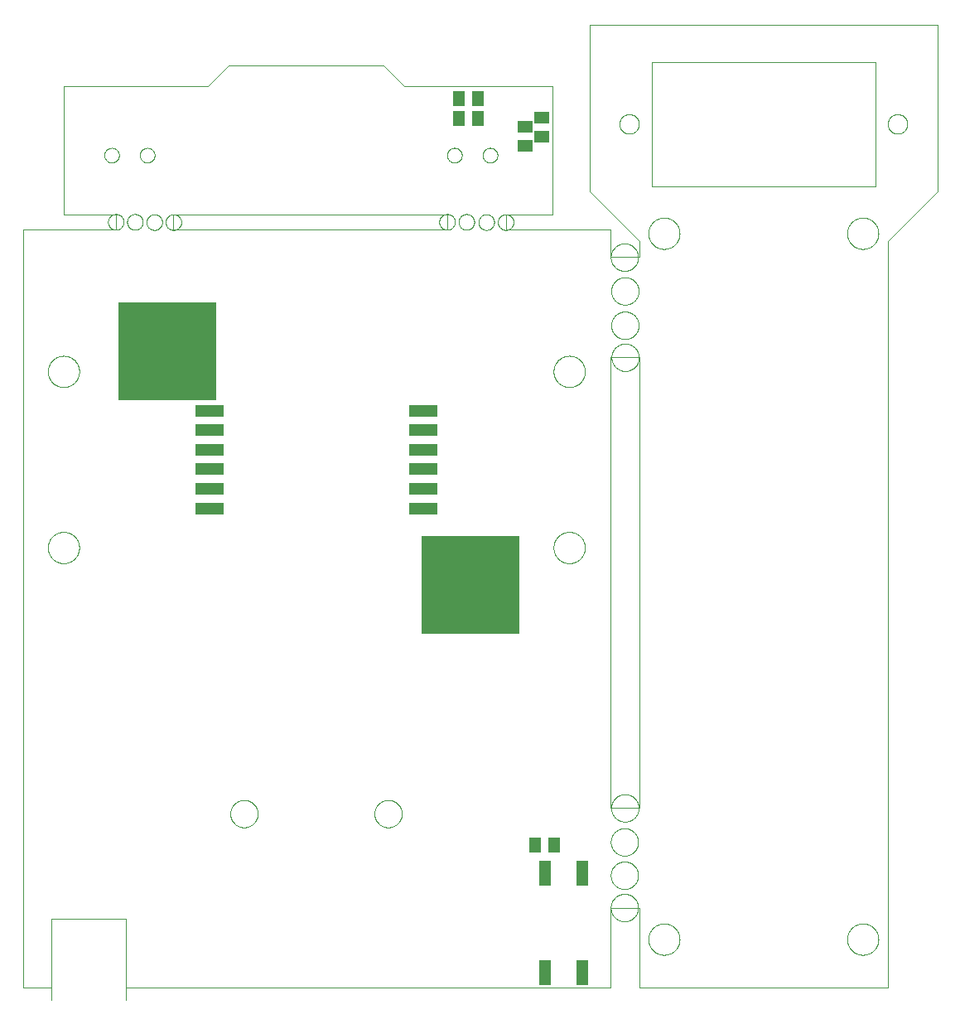
<source format=gbp>
G75*
%MOIN*%
%OFA0B0*%
%FSLAX25Y25*%
%IPPOS*%
%LPD*%
%AMOC8*
5,1,8,0,0,1.08239X$1,22.5*
%
%ADD10C,0.00000*%
%ADD11R,0.39370X0.39370*%
%ADD12R,0.11811X0.04921*%
%ADD13R,0.05118X0.06299*%
%ADD14R,0.05000X0.10000*%
%ADD15R,0.05118X0.05906*%
%ADD16R,0.05906X0.05118*%
D10*
X0040000Y0009500D02*
X0051500Y0009500D01*
X0051600Y0004700D02*
X0051600Y0037200D01*
X0081600Y0037200D01*
X0081600Y0004700D01*
X0081500Y0009500D02*
X0276300Y0009500D01*
X0276300Y0041700D01*
X0288000Y0041700D01*
X0288000Y0009500D01*
X0388000Y0009500D01*
X0388000Y0310000D01*
X0408000Y0330000D01*
X0408000Y0397000D01*
X0268000Y0397000D01*
X0268000Y0330000D01*
X0288000Y0310000D01*
X0288000Y0303400D01*
X0276300Y0303400D01*
X0276300Y0314500D01*
X0234350Y0314500D01*
X0234300Y0320600D01*
X0253000Y0320600D01*
X0253000Y0372200D01*
X0193315Y0372197D01*
X0185047Y0380465D01*
X0122843Y0380465D01*
X0114575Y0372197D01*
X0056300Y0372197D01*
X0056300Y0320600D01*
X0077500Y0320600D01*
X0077500Y0314500D01*
X0040000Y0314500D01*
X0040000Y0009500D01*
X0123488Y0079500D02*
X0123490Y0079648D01*
X0123496Y0079796D01*
X0123506Y0079944D01*
X0123520Y0080091D01*
X0123538Y0080238D01*
X0123559Y0080384D01*
X0123585Y0080530D01*
X0123615Y0080675D01*
X0123648Y0080819D01*
X0123686Y0080962D01*
X0123727Y0081104D01*
X0123772Y0081245D01*
X0123820Y0081385D01*
X0123873Y0081524D01*
X0123929Y0081661D01*
X0123989Y0081796D01*
X0124052Y0081930D01*
X0124119Y0082062D01*
X0124190Y0082192D01*
X0124264Y0082320D01*
X0124341Y0082446D01*
X0124422Y0082570D01*
X0124506Y0082692D01*
X0124593Y0082811D01*
X0124684Y0082928D01*
X0124778Y0083043D01*
X0124874Y0083155D01*
X0124974Y0083265D01*
X0125076Y0083371D01*
X0125182Y0083475D01*
X0125290Y0083576D01*
X0125401Y0083674D01*
X0125514Y0083770D01*
X0125630Y0083862D01*
X0125748Y0083951D01*
X0125869Y0084036D01*
X0125992Y0084119D01*
X0126117Y0084198D01*
X0126244Y0084274D01*
X0126373Y0084346D01*
X0126504Y0084415D01*
X0126637Y0084480D01*
X0126772Y0084541D01*
X0126908Y0084599D01*
X0127045Y0084654D01*
X0127184Y0084704D01*
X0127325Y0084751D01*
X0127466Y0084794D01*
X0127609Y0084834D01*
X0127753Y0084869D01*
X0127897Y0084901D01*
X0128043Y0084928D01*
X0128189Y0084952D01*
X0128336Y0084972D01*
X0128483Y0084988D01*
X0128630Y0085000D01*
X0128778Y0085008D01*
X0128926Y0085012D01*
X0129074Y0085012D01*
X0129222Y0085008D01*
X0129370Y0085000D01*
X0129517Y0084988D01*
X0129664Y0084972D01*
X0129811Y0084952D01*
X0129957Y0084928D01*
X0130103Y0084901D01*
X0130247Y0084869D01*
X0130391Y0084834D01*
X0130534Y0084794D01*
X0130675Y0084751D01*
X0130816Y0084704D01*
X0130955Y0084654D01*
X0131092Y0084599D01*
X0131228Y0084541D01*
X0131363Y0084480D01*
X0131496Y0084415D01*
X0131627Y0084346D01*
X0131756Y0084274D01*
X0131883Y0084198D01*
X0132008Y0084119D01*
X0132131Y0084036D01*
X0132252Y0083951D01*
X0132370Y0083862D01*
X0132486Y0083770D01*
X0132599Y0083674D01*
X0132710Y0083576D01*
X0132818Y0083475D01*
X0132924Y0083371D01*
X0133026Y0083265D01*
X0133126Y0083155D01*
X0133222Y0083043D01*
X0133316Y0082928D01*
X0133407Y0082811D01*
X0133494Y0082692D01*
X0133578Y0082570D01*
X0133659Y0082446D01*
X0133736Y0082320D01*
X0133810Y0082192D01*
X0133881Y0082062D01*
X0133948Y0081930D01*
X0134011Y0081796D01*
X0134071Y0081661D01*
X0134127Y0081524D01*
X0134180Y0081385D01*
X0134228Y0081245D01*
X0134273Y0081104D01*
X0134314Y0080962D01*
X0134352Y0080819D01*
X0134385Y0080675D01*
X0134415Y0080530D01*
X0134441Y0080384D01*
X0134462Y0080238D01*
X0134480Y0080091D01*
X0134494Y0079944D01*
X0134504Y0079796D01*
X0134510Y0079648D01*
X0134512Y0079500D01*
X0134510Y0079352D01*
X0134504Y0079204D01*
X0134494Y0079056D01*
X0134480Y0078909D01*
X0134462Y0078762D01*
X0134441Y0078616D01*
X0134415Y0078470D01*
X0134385Y0078325D01*
X0134352Y0078181D01*
X0134314Y0078038D01*
X0134273Y0077896D01*
X0134228Y0077755D01*
X0134180Y0077615D01*
X0134127Y0077476D01*
X0134071Y0077339D01*
X0134011Y0077204D01*
X0133948Y0077070D01*
X0133881Y0076938D01*
X0133810Y0076808D01*
X0133736Y0076680D01*
X0133659Y0076554D01*
X0133578Y0076430D01*
X0133494Y0076308D01*
X0133407Y0076189D01*
X0133316Y0076072D01*
X0133222Y0075957D01*
X0133126Y0075845D01*
X0133026Y0075735D01*
X0132924Y0075629D01*
X0132818Y0075525D01*
X0132710Y0075424D01*
X0132599Y0075326D01*
X0132486Y0075230D01*
X0132370Y0075138D01*
X0132252Y0075049D01*
X0132131Y0074964D01*
X0132008Y0074881D01*
X0131883Y0074802D01*
X0131756Y0074726D01*
X0131627Y0074654D01*
X0131496Y0074585D01*
X0131363Y0074520D01*
X0131228Y0074459D01*
X0131092Y0074401D01*
X0130955Y0074346D01*
X0130816Y0074296D01*
X0130675Y0074249D01*
X0130534Y0074206D01*
X0130391Y0074166D01*
X0130247Y0074131D01*
X0130103Y0074099D01*
X0129957Y0074072D01*
X0129811Y0074048D01*
X0129664Y0074028D01*
X0129517Y0074012D01*
X0129370Y0074000D01*
X0129222Y0073992D01*
X0129074Y0073988D01*
X0128926Y0073988D01*
X0128778Y0073992D01*
X0128630Y0074000D01*
X0128483Y0074012D01*
X0128336Y0074028D01*
X0128189Y0074048D01*
X0128043Y0074072D01*
X0127897Y0074099D01*
X0127753Y0074131D01*
X0127609Y0074166D01*
X0127466Y0074206D01*
X0127325Y0074249D01*
X0127184Y0074296D01*
X0127045Y0074346D01*
X0126908Y0074401D01*
X0126772Y0074459D01*
X0126637Y0074520D01*
X0126504Y0074585D01*
X0126373Y0074654D01*
X0126244Y0074726D01*
X0126117Y0074802D01*
X0125992Y0074881D01*
X0125869Y0074964D01*
X0125748Y0075049D01*
X0125630Y0075138D01*
X0125514Y0075230D01*
X0125401Y0075326D01*
X0125290Y0075424D01*
X0125182Y0075525D01*
X0125076Y0075629D01*
X0124974Y0075735D01*
X0124874Y0075845D01*
X0124778Y0075957D01*
X0124684Y0076072D01*
X0124593Y0076189D01*
X0124506Y0076308D01*
X0124422Y0076430D01*
X0124341Y0076554D01*
X0124264Y0076680D01*
X0124190Y0076808D01*
X0124119Y0076938D01*
X0124052Y0077070D01*
X0123989Y0077204D01*
X0123929Y0077339D01*
X0123873Y0077476D01*
X0123820Y0077615D01*
X0123772Y0077755D01*
X0123727Y0077896D01*
X0123686Y0078038D01*
X0123648Y0078181D01*
X0123615Y0078325D01*
X0123585Y0078470D01*
X0123559Y0078616D01*
X0123538Y0078762D01*
X0123520Y0078909D01*
X0123506Y0079056D01*
X0123496Y0079204D01*
X0123490Y0079352D01*
X0123488Y0079500D01*
X0181488Y0079500D02*
X0181490Y0079648D01*
X0181496Y0079796D01*
X0181506Y0079944D01*
X0181520Y0080091D01*
X0181538Y0080238D01*
X0181559Y0080384D01*
X0181585Y0080530D01*
X0181615Y0080675D01*
X0181648Y0080819D01*
X0181686Y0080962D01*
X0181727Y0081104D01*
X0181772Y0081245D01*
X0181820Y0081385D01*
X0181873Y0081524D01*
X0181929Y0081661D01*
X0181989Y0081796D01*
X0182052Y0081930D01*
X0182119Y0082062D01*
X0182190Y0082192D01*
X0182264Y0082320D01*
X0182341Y0082446D01*
X0182422Y0082570D01*
X0182506Y0082692D01*
X0182593Y0082811D01*
X0182684Y0082928D01*
X0182778Y0083043D01*
X0182874Y0083155D01*
X0182974Y0083265D01*
X0183076Y0083371D01*
X0183182Y0083475D01*
X0183290Y0083576D01*
X0183401Y0083674D01*
X0183514Y0083770D01*
X0183630Y0083862D01*
X0183748Y0083951D01*
X0183869Y0084036D01*
X0183992Y0084119D01*
X0184117Y0084198D01*
X0184244Y0084274D01*
X0184373Y0084346D01*
X0184504Y0084415D01*
X0184637Y0084480D01*
X0184772Y0084541D01*
X0184908Y0084599D01*
X0185045Y0084654D01*
X0185184Y0084704D01*
X0185325Y0084751D01*
X0185466Y0084794D01*
X0185609Y0084834D01*
X0185753Y0084869D01*
X0185897Y0084901D01*
X0186043Y0084928D01*
X0186189Y0084952D01*
X0186336Y0084972D01*
X0186483Y0084988D01*
X0186630Y0085000D01*
X0186778Y0085008D01*
X0186926Y0085012D01*
X0187074Y0085012D01*
X0187222Y0085008D01*
X0187370Y0085000D01*
X0187517Y0084988D01*
X0187664Y0084972D01*
X0187811Y0084952D01*
X0187957Y0084928D01*
X0188103Y0084901D01*
X0188247Y0084869D01*
X0188391Y0084834D01*
X0188534Y0084794D01*
X0188675Y0084751D01*
X0188816Y0084704D01*
X0188955Y0084654D01*
X0189092Y0084599D01*
X0189228Y0084541D01*
X0189363Y0084480D01*
X0189496Y0084415D01*
X0189627Y0084346D01*
X0189756Y0084274D01*
X0189883Y0084198D01*
X0190008Y0084119D01*
X0190131Y0084036D01*
X0190252Y0083951D01*
X0190370Y0083862D01*
X0190486Y0083770D01*
X0190599Y0083674D01*
X0190710Y0083576D01*
X0190818Y0083475D01*
X0190924Y0083371D01*
X0191026Y0083265D01*
X0191126Y0083155D01*
X0191222Y0083043D01*
X0191316Y0082928D01*
X0191407Y0082811D01*
X0191494Y0082692D01*
X0191578Y0082570D01*
X0191659Y0082446D01*
X0191736Y0082320D01*
X0191810Y0082192D01*
X0191881Y0082062D01*
X0191948Y0081930D01*
X0192011Y0081796D01*
X0192071Y0081661D01*
X0192127Y0081524D01*
X0192180Y0081385D01*
X0192228Y0081245D01*
X0192273Y0081104D01*
X0192314Y0080962D01*
X0192352Y0080819D01*
X0192385Y0080675D01*
X0192415Y0080530D01*
X0192441Y0080384D01*
X0192462Y0080238D01*
X0192480Y0080091D01*
X0192494Y0079944D01*
X0192504Y0079796D01*
X0192510Y0079648D01*
X0192512Y0079500D01*
X0192510Y0079352D01*
X0192504Y0079204D01*
X0192494Y0079056D01*
X0192480Y0078909D01*
X0192462Y0078762D01*
X0192441Y0078616D01*
X0192415Y0078470D01*
X0192385Y0078325D01*
X0192352Y0078181D01*
X0192314Y0078038D01*
X0192273Y0077896D01*
X0192228Y0077755D01*
X0192180Y0077615D01*
X0192127Y0077476D01*
X0192071Y0077339D01*
X0192011Y0077204D01*
X0191948Y0077070D01*
X0191881Y0076938D01*
X0191810Y0076808D01*
X0191736Y0076680D01*
X0191659Y0076554D01*
X0191578Y0076430D01*
X0191494Y0076308D01*
X0191407Y0076189D01*
X0191316Y0076072D01*
X0191222Y0075957D01*
X0191126Y0075845D01*
X0191026Y0075735D01*
X0190924Y0075629D01*
X0190818Y0075525D01*
X0190710Y0075424D01*
X0190599Y0075326D01*
X0190486Y0075230D01*
X0190370Y0075138D01*
X0190252Y0075049D01*
X0190131Y0074964D01*
X0190008Y0074881D01*
X0189883Y0074802D01*
X0189756Y0074726D01*
X0189627Y0074654D01*
X0189496Y0074585D01*
X0189363Y0074520D01*
X0189228Y0074459D01*
X0189092Y0074401D01*
X0188955Y0074346D01*
X0188816Y0074296D01*
X0188675Y0074249D01*
X0188534Y0074206D01*
X0188391Y0074166D01*
X0188247Y0074131D01*
X0188103Y0074099D01*
X0187957Y0074072D01*
X0187811Y0074048D01*
X0187664Y0074028D01*
X0187517Y0074012D01*
X0187370Y0074000D01*
X0187222Y0073992D01*
X0187074Y0073988D01*
X0186926Y0073988D01*
X0186778Y0073992D01*
X0186630Y0074000D01*
X0186483Y0074012D01*
X0186336Y0074028D01*
X0186189Y0074048D01*
X0186043Y0074072D01*
X0185897Y0074099D01*
X0185753Y0074131D01*
X0185609Y0074166D01*
X0185466Y0074206D01*
X0185325Y0074249D01*
X0185184Y0074296D01*
X0185045Y0074346D01*
X0184908Y0074401D01*
X0184772Y0074459D01*
X0184637Y0074520D01*
X0184504Y0074585D01*
X0184373Y0074654D01*
X0184244Y0074726D01*
X0184117Y0074802D01*
X0183992Y0074881D01*
X0183869Y0074964D01*
X0183748Y0075049D01*
X0183630Y0075138D01*
X0183514Y0075230D01*
X0183401Y0075326D01*
X0183290Y0075424D01*
X0183182Y0075525D01*
X0183076Y0075629D01*
X0182974Y0075735D01*
X0182874Y0075845D01*
X0182778Y0075957D01*
X0182684Y0076072D01*
X0182593Y0076189D01*
X0182506Y0076308D01*
X0182422Y0076430D01*
X0182341Y0076554D01*
X0182264Y0076680D01*
X0182190Y0076808D01*
X0182119Y0076938D01*
X0182052Y0077070D01*
X0181989Y0077204D01*
X0181929Y0077339D01*
X0181873Y0077476D01*
X0181820Y0077615D01*
X0181772Y0077755D01*
X0181727Y0077896D01*
X0181686Y0078038D01*
X0181648Y0078181D01*
X0181615Y0078325D01*
X0181585Y0078470D01*
X0181559Y0078616D01*
X0181538Y0078762D01*
X0181520Y0078909D01*
X0181506Y0079056D01*
X0181496Y0079204D01*
X0181490Y0079352D01*
X0181488Y0079500D01*
X0276300Y0081800D02*
X0288000Y0081800D01*
X0288000Y0263100D01*
X0276300Y0263100D01*
X0276300Y0081800D01*
X0276788Y0081800D02*
X0276790Y0081948D01*
X0276796Y0082096D01*
X0276806Y0082244D01*
X0276820Y0082391D01*
X0276838Y0082538D01*
X0276859Y0082684D01*
X0276885Y0082830D01*
X0276915Y0082975D01*
X0276948Y0083119D01*
X0276986Y0083262D01*
X0277027Y0083404D01*
X0277072Y0083545D01*
X0277120Y0083685D01*
X0277173Y0083824D01*
X0277229Y0083961D01*
X0277289Y0084096D01*
X0277352Y0084230D01*
X0277419Y0084362D01*
X0277490Y0084492D01*
X0277564Y0084620D01*
X0277641Y0084746D01*
X0277722Y0084870D01*
X0277806Y0084992D01*
X0277893Y0085111D01*
X0277984Y0085228D01*
X0278078Y0085343D01*
X0278174Y0085455D01*
X0278274Y0085565D01*
X0278376Y0085671D01*
X0278482Y0085775D01*
X0278590Y0085876D01*
X0278701Y0085974D01*
X0278814Y0086070D01*
X0278930Y0086162D01*
X0279048Y0086251D01*
X0279169Y0086336D01*
X0279292Y0086419D01*
X0279417Y0086498D01*
X0279544Y0086574D01*
X0279673Y0086646D01*
X0279804Y0086715D01*
X0279937Y0086780D01*
X0280072Y0086841D01*
X0280208Y0086899D01*
X0280345Y0086954D01*
X0280484Y0087004D01*
X0280625Y0087051D01*
X0280766Y0087094D01*
X0280909Y0087134D01*
X0281053Y0087169D01*
X0281197Y0087201D01*
X0281343Y0087228D01*
X0281489Y0087252D01*
X0281636Y0087272D01*
X0281783Y0087288D01*
X0281930Y0087300D01*
X0282078Y0087308D01*
X0282226Y0087312D01*
X0282374Y0087312D01*
X0282522Y0087308D01*
X0282670Y0087300D01*
X0282817Y0087288D01*
X0282964Y0087272D01*
X0283111Y0087252D01*
X0283257Y0087228D01*
X0283403Y0087201D01*
X0283547Y0087169D01*
X0283691Y0087134D01*
X0283834Y0087094D01*
X0283975Y0087051D01*
X0284116Y0087004D01*
X0284255Y0086954D01*
X0284392Y0086899D01*
X0284528Y0086841D01*
X0284663Y0086780D01*
X0284796Y0086715D01*
X0284927Y0086646D01*
X0285056Y0086574D01*
X0285183Y0086498D01*
X0285308Y0086419D01*
X0285431Y0086336D01*
X0285552Y0086251D01*
X0285670Y0086162D01*
X0285786Y0086070D01*
X0285899Y0085974D01*
X0286010Y0085876D01*
X0286118Y0085775D01*
X0286224Y0085671D01*
X0286326Y0085565D01*
X0286426Y0085455D01*
X0286522Y0085343D01*
X0286616Y0085228D01*
X0286707Y0085111D01*
X0286794Y0084992D01*
X0286878Y0084870D01*
X0286959Y0084746D01*
X0287036Y0084620D01*
X0287110Y0084492D01*
X0287181Y0084362D01*
X0287248Y0084230D01*
X0287311Y0084096D01*
X0287371Y0083961D01*
X0287427Y0083824D01*
X0287480Y0083685D01*
X0287528Y0083545D01*
X0287573Y0083404D01*
X0287614Y0083262D01*
X0287652Y0083119D01*
X0287685Y0082975D01*
X0287715Y0082830D01*
X0287741Y0082684D01*
X0287762Y0082538D01*
X0287780Y0082391D01*
X0287794Y0082244D01*
X0287804Y0082096D01*
X0287810Y0081948D01*
X0287812Y0081800D01*
X0287810Y0081652D01*
X0287804Y0081504D01*
X0287794Y0081356D01*
X0287780Y0081209D01*
X0287762Y0081062D01*
X0287741Y0080916D01*
X0287715Y0080770D01*
X0287685Y0080625D01*
X0287652Y0080481D01*
X0287614Y0080338D01*
X0287573Y0080196D01*
X0287528Y0080055D01*
X0287480Y0079915D01*
X0287427Y0079776D01*
X0287371Y0079639D01*
X0287311Y0079504D01*
X0287248Y0079370D01*
X0287181Y0079238D01*
X0287110Y0079108D01*
X0287036Y0078980D01*
X0286959Y0078854D01*
X0286878Y0078730D01*
X0286794Y0078608D01*
X0286707Y0078489D01*
X0286616Y0078372D01*
X0286522Y0078257D01*
X0286426Y0078145D01*
X0286326Y0078035D01*
X0286224Y0077929D01*
X0286118Y0077825D01*
X0286010Y0077724D01*
X0285899Y0077626D01*
X0285786Y0077530D01*
X0285670Y0077438D01*
X0285552Y0077349D01*
X0285431Y0077264D01*
X0285308Y0077181D01*
X0285183Y0077102D01*
X0285056Y0077026D01*
X0284927Y0076954D01*
X0284796Y0076885D01*
X0284663Y0076820D01*
X0284528Y0076759D01*
X0284392Y0076701D01*
X0284255Y0076646D01*
X0284116Y0076596D01*
X0283975Y0076549D01*
X0283834Y0076506D01*
X0283691Y0076466D01*
X0283547Y0076431D01*
X0283403Y0076399D01*
X0283257Y0076372D01*
X0283111Y0076348D01*
X0282964Y0076328D01*
X0282817Y0076312D01*
X0282670Y0076300D01*
X0282522Y0076292D01*
X0282374Y0076288D01*
X0282226Y0076288D01*
X0282078Y0076292D01*
X0281930Y0076300D01*
X0281783Y0076312D01*
X0281636Y0076328D01*
X0281489Y0076348D01*
X0281343Y0076372D01*
X0281197Y0076399D01*
X0281053Y0076431D01*
X0280909Y0076466D01*
X0280766Y0076506D01*
X0280625Y0076549D01*
X0280484Y0076596D01*
X0280345Y0076646D01*
X0280208Y0076701D01*
X0280072Y0076759D01*
X0279937Y0076820D01*
X0279804Y0076885D01*
X0279673Y0076954D01*
X0279544Y0077026D01*
X0279417Y0077102D01*
X0279292Y0077181D01*
X0279169Y0077264D01*
X0279048Y0077349D01*
X0278930Y0077438D01*
X0278814Y0077530D01*
X0278701Y0077626D01*
X0278590Y0077724D01*
X0278482Y0077825D01*
X0278376Y0077929D01*
X0278274Y0078035D01*
X0278174Y0078145D01*
X0278078Y0078257D01*
X0277984Y0078372D01*
X0277893Y0078489D01*
X0277806Y0078608D01*
X0277722Y0078730D01*
X0277641Y0078854D01*
X0277564Y0078980D01*
X0277490Y0079108D01*
X0277419Y0079238D01*
X0277352Y0079370D01*
X0277289Y0079504D01*
X0277229Y0079639D01*
X0277173Y0079776D01*
X0277120Y0079915D01*
X0277072Y0080055D01*
X0277027Y0080196D01*
X0276986Y0080338D01*
X0276948Y0080481D01*
X0276915Y0080625D01*
X0276885Y0080770D01*
X0276859Y0080916D01*
X0276838Y0081062D01*
X0276820Y0081209D01*
X0276806Y0081356D01*
X0276796Y0081504D01*
X0276790Y0081652D01*
X0276788Y0081800D01*
X0276588Y0068100D02*
X0276590Y0068248D01*
X0276596Y0068396D01*
X0276606Y0068544D01*
X0276620Y0068691D01*
X0276638Y0068838D01*
X0276659Y0068984D01*
X0276685Y0069130D01*
X0276715Y0069275D01*
X0276748Y0069419D01*
X0276786Y0069562D01*
X0276827Y0069704D01*
X0276872Y0069845D01*
X0276920Y0069985D01*
X0276973Y0070124D01*
X0277029Y0070261D01*
X0277089Y0070396D01*
X0277152Y0070530D01*
X0277219Y0070662D01*
X0277290Y0070792D01*
X0277364Y0070920D01*
X0277441Y0071046D01*
X0277522Y0071170D01*
X0277606Y0071292D01*
X0277693Y0071411D01*
X0277784Y0071528D01*
X0277878Y0071643D01*
X0277974Y0071755D01*
X0278074Y0071865D01*
X0278176Y0071971D01*
X0278282Y0072075D01*
X0278390Y0072176D01*
X0278501Y0072274D01*
X0278614Y0072370D01*
X0278730Y0072462D01*
X0278848Y0072551D01*
X0278969Y0072636D01*
X0279092Y0072719D01*
X0279217Y0072798D01*
X0279344Y0072874D01*
X0279473Y0072946D01*
X0279604Y0073015D01*
X0279737Y0073080D01*
X0279872Y0073141D01*
X0280008Y0073199D01*
X0280145Y0073254D01*
X0280284Y0073304D01*
X0280425Y0073351D01*
X0280566Y0073394D01*
X0280709Y0073434D01*
X0280853Y0073469D01*
X0280997Y0073501D01*
X0281143Y0073528D01*
X0281289Y0073552D01*
X0281436Y0073572D01*
X0281583Y0073588D01*
X0281730Y0073600D01*
X0281878Y0073608D01*
X0282026Y0073612D01*
X0282174Y0073612D01*
X0282322Y0073608D01*
X0282470Y0073600D01*
X0282617Y0073588D01*
X0282764Y0073572D01*
X0282911Y0073552D01*
X0283057Y0073528D01*
X0283203Y0073501D01*
X0283347Y0073469D01*
X0283491Y0073434D01*
X0283634Y0073394D01*
X0283775Y0073351D01*
X0283916Y0073304D01*
X0284055Y0073254D01*
X0284192Y0073199D01*
X0284328Y0073141D01*
X0284463Y0073080D01*
X0284596Y0073015D01*
X0284727Y0072946D01*
X0284856Y0072874D01*
X0284983Y0072798D01*
X0285108Y0072719D01*
X0285231Y0072636D01*
X0285352Y0072551D01*
X0285470Y0072462D01*
X0285586Y0072370D01*
X0285699Y0072274D01*
X0285810Y0072176D01*
X0285918Y0072075D01*
X0286024Y0071971D01*
X0286126Y0071865D01*
X0286226Y0071755D01*
X0286322Y0071643D01*
X0286416Y0071528D01*
X0286507Y0071411D01*
X0286594Y0071292D01*
X0286678Y0071170D01*
X0286759Y0071046D01*
X0286836Y0070920D01*
X0286910Y0070792D01*
X0286981Y0070662D01*
X0287048Y0070530D01*
X0287111Y0070396D01*
X0287171Y0070261D01*
X0287227Y0070124D01*
X0287280Y0069985D01*
X0287328Y0069845D01*
X0287373Y0069704D01*
X0287414Y0069562D01*
X0287452Y0069419D01*
X0287485Y0069275D01*
X0287515Y0069130D01*
X0287541Y0068984D01*
X0287562Y0068838D01*
X0287580Y0068691D01*
X0287594Y0068544D01*
X0287604Y0068396D01*
X0287610Y0068248D01*
X0287612Y0068100D01*
X0287610Y0067952D01*
X0287604Y0067804D01*
X0287594Y0067656D01*
X0287580Y0067509D01*
X0287562Y0067362D01*
X0287541Y0067216D01*
X0287515Y0067070D01*
X0287485Y0066925D01*
X0287452Y0066781D01*
X0287414Y0066638D01*
X0287373Y0066496D01*
X0287328Y0066355D01*
X0287280Y0066215D01*
X0287227Y0066076D01*
X0287171Y0065939D01*
X0287111Y0065804D01*
X0287048Y0065670D01*
X0286981Y0065538D01*
X0286910Y0065408D01*
X0286836Y0065280D01*
X0286759Y0065154D01*
X0286678Y0065030D01*
X0286594Y0064908D01*
X0286507Y0064789D01*
X0286416Y0064672D01*
X0286322Y0064557D01*
X0286226Y0064445D01*
X0286126Y0064335D01*
X0286024Y0064229D01*
X0285918Y0064125D01*
X0285810Y0064024D01*
X0285699Y0063926D01*
X0285586Y0063830D01*
X0285470Y0063738D01*
X0285352Y0063649D01*
X0285231Y0063564D01*
X0285108Y0063481D01*
X0284983Y0063402D01*
X0284856Y0063326D01*
X0284727Y0063254D01*
X0284596Y0063185D01*
X0284463Y0063120D01*
X0284328Y0063059D01*
X0284192Y0063001D01*
X0284055Y0062946D01*
X0283916Y0062896D01*
X0283775Y0062849D01*
X0283634Y0062806D01*
X0283491Y0062766D01*
X0283347Y0062731D01*
X0283203Y0062699D01*
X0283057Y0062672D01*
X0282911Y0062648D01*
X0282764Y0062628D01*
X0282617Y0062612D01*
X0282470Y0062600D01*
X0282322Y0062592D01*
X0282174Y0062588D01*
X0282026Y0062588D01*
X0281878Y0062592D01*
X0281730Y0062600D01*
X0281583Y0062612D01*
X0281436Y0062628D01*
X0281289Y0062648D01*
X0281143Y0062672D01*
X0280997Y0062699D01*
X0280853Y0062731D01*
X0280709Y0062766D01*
X0280566Y0062806D01*
X0280425Y0062849D01*
X0280284Y0062896D01*
X0280145Y0062946D01*
X0280008Y0063001D01*
X0279872Y0063059D01*
X0279737Y0063120D01*
X0279604Y0063185D01*
X0279473Y0063254D01*
X0279344Y0063326D01*
X0279217Y0063402D01*
X0279092Y0063481D01*
X0278969Y0063564D01*
X0278848Y0063649D01*
X0278730Y0063738D01*
X0278614Y0063830D01*
X0278501Y0063926D01*
X0278390Y0064024D01*
X0278282Y0064125D01*
X0278176Y0064229D01*
X0278074Y0064335D01*
X0277974Y0064445D01*
X0277878Y0064557D01*
X0277784Y0064672D01*
X0277693Y0064789D01*
X0277606Y0064908D01*
X0277522Y0065030D01*
X0277441Y0065154D01*
X0277364Y0065280D01*
X0277290Y0065408D01*
X0277219Y0065538D01*
X0277152Y0065670D01*
X0277089Y0065804D01*
X0277029Y0065939D01*
X0276973Y0066076D01*
X0276920Y0066215D01*
X0276872Y0066355D01*
X0276827Y0066496D01*
X0276786Y0066638D01*
X0276748Y0066781D01*
X0276715Y0066925D01*
X0276685Y0067070D01*
X0276659Y0067216D01*
X0276638Y0067362D01*
X0276620Y0067509D01*
X0276606Y0067656D01*
X0276596Y0067804D01*
X0276590Y0067952D01*
X0276588Y0068100D01*
X0276588Y0054700D02*
X0276590Y0054848D01*
X0276596Y0054996D01*
X0276606Y0055144D01*
X0276620Y0055291D01*
X0276638Y0055438D01*
X0276659Y0055584D01*
X0276685Y0055730D01*
X0276715Y0055875D01*
X0276748Y0056019D01*
X0276786Y0056162D01*
X0276827Y0056304D01*
X0276872Y0056445D01*
X0276920Y0056585D01*
X0276973Y0056724D01*
X0277029Y0056861D01*
X0277089Y0056996D01*
X0277152Y0057130D01*
X0277219Y0057262D01*
X0277290Y0057392D01*
X0277364Y0057520D01*
X0277441Y0057646D01*
X0277522Y0057770D01*
X0277606Y0057892D01*
X0277693Y0058011D01*
X0277784Y0058128D01*
X0277878Y0058243D01*
X0277974Y0058355D01*
X0278074Y0058465D01*
X0278176Y0058571D01*
X0278282Y0058675D01*
X0278390Y0058776D01*
X0278501Y0058874D01*
X0278614Y0058970D01*
X0278730Y0059062D01*
X0278848Y0059151D01*
X0278969Y0059236D01*
X0279092Y0059319D01*
X0279217Y0059398D01*
X0279344Y0059474D01*
X0279473Y0059546D01*
X0279604Y0059615D01*
X0279737Y0059680D01*
X0279872Y0059741D01*
X0280008Y0059799D01*
X0280145Y0059854D01*
X0280284Y0059904D01*
X0280425Y0059951D01*
X0280566Y0059994D01*
X0280709Y0060034D01*
X0280853Y0060069D01*
X0280997Y0060101D01*
X0281143Y0060128D01*
X0281289Y0060152D01*
X0281436Y0060172D01*
X0281583Y0060188D01*
X0281730Y0060200D01*
X0281878Y0060208D01*
X0282026Y0060212D01*
X0282174Y0060212D01*
X0282322Y0060208D01*
X0282470Y0060200D01*
X0282617Y0060188D01*
X0282764Y0060172D01*
X0282911Y0060152D01*
X0283057Y0060128D01*
X0283203Y0060101D01*
X0283347Y0060069D01*
X0283491Y0060034D01*
X0283634Y0059994D01*
X0283775Y0059951D01*
X0283916Y0059904D01*
X0284055Y0059854D01*
X0284192Y0059799D01*
X0284328Y0059741D01*
X0284463Y0059680D01*
X0284596Y0059615D01*
X0284727Y0059546D01*
X0284856Y0059474D01*
X0284983Y0059398D01*
X0285108Y0059319D01*
X0285231Y0059236D01*
X0285352Y0059151D01*
X0285470Y0059062D01*
X0285586Y0058970D01*
X0285699Y0058874D01*
X0285810Y0058776D01*
X0285918Y0058675D01*
X0286024Y0058571D01*
X0286126Y0058465D01*
X0286226Y0058355D01*
X0286322Y0058243D01*
X0286416Y0058128D01*
X0286507Y0058011D01*
X0286594Y0057892D01*
X0286678Y0057770D01*
X0286759Y0057646D01*
X0286836Y0057520D01*
X0286910Y0057392D01*
X0286981Y0057262D01*
X0287048Y0057130D01*
X0287111Y0056996D01*
X0287171Y0056861D01*
X0287227Y0056724D01*
X0287280Y0056585D01*
X0287328Y0056445D01*
X0287373Y0056304D01*
X0287414Y0056162D01*
X0287452Y0056019D01*
X0287485Y0055875D01*
X0287515Y0055730D01*
X0287541Y0055584D01*
X0287562Y0055438D01*
X0287580Y0055291D01*
X0287594Y0055144D01*
X0287604Y0054996D01*
X0287610Y0054848D01*
X0287612Y0054700D01*
X0287610Y0054552D01*
X0287604Y0054404D01*
X0287594Y0054256D01*
X0287580Y0054109D01*
X0287562Y0053962D01*
X0287541Y0053816D01*
X0287515Y0053670D01*
X0287485Y0053525D01*
X0287452Y0053381D01*
X0287414Y0053238D01*
X0287373Y0053096D01*
X0287328Y0052955D01*
X0287280Y0052815D01*
X0287227Y0052676D01*
X0287171Y0052539D01*
X0287111Y0052404D01*
X0287048Y0052270D01*
X0286981Y0052138D01*
X0286910Y0052008D01*
X0286836Y0051880D01*
X0286759Y0051754D01*
X0286678Y0051630D01*
X0286594Y0051508D01*
X0286507Y0051389D01*
X0286416Y0051272D01*
X0286322Y0051157D01*
X0286226Y0051045D01*
X0286126Y0050935D01*
X0286024Y0050829D01*
X0285918Y0050725D01*
X0285810Y0050624D01*
X0285699Y0050526D01*
X0285586Y0050430D01*
X0285470Y0050338D01*
X0285352Y0050249D01*
X0285231Y0050164D01*
X0285108Y0050081D01*
X0284983Y0050002D01*
X0284856Y0049926D01*
X0284727Y0049854D01*
X0284596Y0049785D01*
X0284463Y0049720D01*
X0284328Y0049659D01*
X0284192Y0049601D01*
X0284055Y0049546D01*
X0283916Y0049496D01*
X0283775Y0049449D01*
X0283634Y0049406D01*
X0283491Y0049366D01*
X0283347Y0049331D01*
X0283203Y0049299D01*
X0283057Y0049272D01*
X0282911Y0049248D01*
X0282764Y0049228D01*
X0282617Y0049212D01*
X0282470Y0049200D01*
X0282322Y0049192D01*
X0282174Y0049188D01*
X0282026Y0049188D01*
X0281878Y0049192D01*
X0281730Y0049200D01*
X0281583Y0049212D01*
X0281436Y0049228D01*
X0281289Y0049248D01*
X0281143Y0049272D01*
X0280997Y0049299D01*
X0280853Y0049331D01*
X0280709Y0049366D01*
X0280566Y0049406D01*
X0280425Y0049449D01*
X0280284Y0049496D01*
X0280145Y0049546D01*
X0280008Y0049601D01*
X0279872Y0049659D01*
X0279737Y0049720D01*
X0279604Y0049785D01*
X0279473Y0049854D01*
X0279344Y0049926D01*
X0279217Y0050002D01*
X0279092Y0050081D01*
X0278969Y0050164D01*
X0278848Y0050249D01*
X0278730Y0050338D01*
X0278614Y0050430D01*
X0278501Y0050526D01*
X0278390Y0050624D01*
X0278282Y0050725D01*
X0278176Y0050829D01*
X0278074Y0050935D01*
X0277974Y0051045D01*
X0277878Y0051157D01*
X0277784Y0051272D01*
X0277693Y0051389D01*
X0277606Y0051508D01*
X0277522Y0051630D01*
X0277441Y0051754D01*
X0277364Y0051880D01*
X0277290Y0052008D01*
X0277219Y0052138D01*
X0277152Y0052270D01*
X0277089Y0052404D01*
X0277029Y0052539D01*
X0276973Y0052676D01*
X0276920Y0052815D01*
X0276872Y0052955D01*
X0276827Y0053096D01*
X0276786Y0053238D01*
X0276748Y0053381D01*
X0276715Y0053525D01*
X0276685Y0053670D01*
X0276659Y0053816D01*
X0276638Y0053962D01*
X0276620Y0054109D01*
X0276606Y0054256D01*
X0276596Y0054404D01*
X0276590Y0054552D01*
X0276588Y0054700D01*
X0276588Y0041700D02*
X0276590Y0041848D01*
X0276596Y0041996D01*
X0276606Y0042144D01*
X0276620Y0042291D01*
X0276638Y0042438D01*
X0276659Y0042584D01*
X0276685Y0042730D01*
X0276715Y0042875D01*
X0276748Y0043019D01*
X0276786Y0043162D01*
X0276827Y0043304D01*
X0276872Y0043445D01*
X0276920Y0043585D01*
X0276973Y0043724D01*
X0277029Y0043861D01*
X0277089Y0043996D01*
X0277152Y0044130D01*
X0277219Y0044262D01*
X0277290Y0044392D01*
X0277364Y0044520D01*
X0277441Y0044646D01*
X0277522Y0044770D01*
X0277606Y0044892D01*
X0277693Y0045011D01*
X0277784Y0045128D01*
X0277878Y0045243D01*
X0277974Y0045355D01*
X0278074Y0045465D01*
X0278176Y0045571D01*
X0278282Y0045675D01*
X0278390Y0045776D01*
X0278501Y0045874D01*
X0278614Y0045970D01*
X0278730Y0046062D01*
X0278848Y0046151D01*
X0278969Y0046236D01*
X0279092Y0046319D01*
X0279217Y0046398D01*
X0279344Y0046474D01*
X0279473Y0046546D01*
X0279604Y0046615D01*
X0279737Y0046680D01*
X0279872Y0046741D01*
X0280008Y0046799D01*
X0280145Y0046854D01*
X0280284Y0046904D01*
X0280425Y0046951D01*
X0280566Y0046994D01*
X0280709Y0047034D01*
X0280853Y0047069D01*
X0280997Y0047101D01*
X0281143Y0047128D01*
X0281289Y0047152D01*
X0281436Y0047172D01*
X0281583Y0047188D01*
X0281730Y0047200D01*
X0281878Y0047208D01*
X0282026Y0047212D01*
X0282174Y0047212D01*
X0282322Y0047208D01*
X0282470Y0047200D01*
X0282617Y0047188D01*
X0282764Y0047172D01*
X0282911Y0047152D01*
X0283057Y0047128D01*
X0283203Y0047101D01*
X0283347Y0047069D01*
X0283491Y0047034D01*
X0283634Y0046994D01*
X0283775Y0046951D01*
X0283916Y0046904D01*
X0284055Y0046854D01*
X0284192Y0046799D01*
X0284328Y0046741D01*
X0284463Y0046680D01*
X0284596Y0046615D01*
X0284727Y0046546D01*
X0284856Y0046474D01*
X0284983Y0046398D01*
X0285108Y0046319D01*
X0285231Y0046236D01*
X0285352Y0046151D01*
X0285470Y0046062D01*
X0285586Y0045970D01*
X0285699Y0045874D01*
X0285810Y0045776D01*
X0285918Y0045675D01*
X0286024Y0045571D01*
X0286126Y0045465D01*
X0286226Y0045355D01*
X0286322Y0045243D01*
X0286416Y0045128D01*
X0286507Y0045011D01*
X0286594Y0044892D01*
X0286678Y0044770D01*
X0286759Y0044646D01*
X0286836Y0044520D01*
X0286910Y0044392D01*
X0286981Y0044262D01*
X0287048Y0044130D01*
X0287111Y0043996D01*
X0287171Y0043861D01*
X0287227Y0043724D01*
X0287280Y0043585D01*
X0287328Y0043445D01*
X0287373Y0043304D01*
X0287414Y0043162D01*
X0287452Y0043019D01*
X0287485Y0042875D01*
X0287515Y0042730D01*
X0287541Y0042584D01*
X0287562Y0042438D01*
X0287580Y0042291D01*
X0287594Y0042144D01*
X0287604Y0041996D01*
X0287610Y0041848D01*
X0287612Y0041700D01*
X0287610Y0041552D01*
X0287604Y0041404D01*
X0287594Y0041256D01*
X0287580Y0041109D01*
X0287562Y0040962D01*
X0287541Y0040816D01*
X0287515Y0040670D01*
X0287485Y0040525D01*
X0287452Y0040381D01*
X0287414Y0040238D01*
X0287373Y0040096D01*
X0287328Y0039955D01*
X0287280Y0039815D01*
X0287227Y0039676D01*
X0287171Y0039539D01*
X0287111Y0039404D01*
X0287048Y0039270D01*
X0286981Y0039138D01*
X0286910Y0039008D01*
X0286836Y0038880D01*
X0286759Y0038754D01*
X0286678Y0038630D01*
X0286594Y0038508D01*
X0286507Y0038389D01*
X0286416Y0038272D01*
X0286322Y0038157D01*
X0286226Y0038045D01*
X0286126Y0037935D01*
X0286024Y0037829D01*
X0285918Y0037725D01*
X0285810Y0037624D01*
X0285699Y0037526D01*
X0285586Y0037430D01*
X0285470Y0037338D01*
X0285352Y0037249D01*
X0285231Y0037164D01*
X0285108Y0037081D01*
X0284983Y0037002D01*
X0284856Y0036926D01*
X0284727Y0036854D01*
X0284596Y0036785D01*
X0284463Y0036720D01*
X0284328Y0036659D01*
X0284192Y0036601D01*
X0284055Y0036546D01*
X0283916Y0036496D01*
X0283775Y0036449D01*
X0283634Y0036406D01*
X0283491Y0036366D01*
X0283347Y0036331D01*
X0283203Y0036299D01*
X0283057Y0036272D01*
X0282911Y0036248D01*
X0282764Y0036228D01*
X0282617Y0036212D01*
X0282470Y0036200D01*
X0282322Y0036192D01*
X0282174Y0036188D01*
X0282026Y0036188D01*
X0281878Y0036192D01*
X0281730Y0036200D01*
X0281583Y0036212D01*
X0281436Y0036228D01*
X0281289Y0036248D01*
X0281143Y0036272D01*
X0280997Y0036299D01*
X0280853Y0036331D01*
X0280709Y0036366D01*
X0280566Y0036406D01*
X0280425Y0036449D01*
X0280284Y0036496D01*
X0280145Y0036546D01*
X0280008Y0036601D01*
X0279872Y0036659D01*
X0279737Y0036720D01*
X0279604Y0036785D01*
X0279473Y0036854D01*
X0279344Y0036926D01*
X0279217Y0037002D01*
X0279092Y0037081D01*
X0278969Y0037164D01*
X0278848Y0037249D01*
X0278730Y0037338D01*
X0278614Y0037430D01*
X0278501Y0037526D01*
X0278390Y0037624D01*
X0278282Y0037725D01*
X0278176Y0037829D01*
X0278074Y0037935D01*
X0277974Y0038045D01*
X0277878Y0038157D01*
X0277784Y0038272D01*
X0277693Y0038389D01*
X0277606Y0038508D01*
X0277522Y0038630D01*
X0277441Y0038754D01*
X0277364Y0038880D01*
X0277290Y0039008D01*
X0277219Y0039138D01*
X0277152Y0039270D01*
X0277089Y0039404D01*
X0277029Y0039539D01*
X0276973Y0039676D01*
X0276920Y0039815D01*
X0276872Y0039955D01*
X0276827Y0040096D01*
X0276786Y0040238D01*
X0276748Y0040381D01*
X0276715Y0040525D01*
X0276685Y0040670D01*
X0276659Y0040816D01*
X0276638Y0040962D01*
X0276620Y0041109D01*
X0276606Y0041256D01*
X0276596Y0041404D01*
X0276590Y0041552D01*
X0276588Y0041700D01*
X0291701Y0029000D02*
X0291703Y0029158D01*
X0291709Y0029316D01*
X0291719Y0029474D01*
X0291733Y0029632D01*
X0291751Y0029789D01*
X0291772Y0029946D01*
X0291798Y0030102D01*
X0291828Y0030258D01*
X0291861Y0030413D01*
X0291899Y0030566D01*
X0291940Y0030719D01*
X0291985Y0030871D01*
X0292034Y0031022D01*
X0292087Y0031171D01*
X0292143Y0031319D01*
X0292203Y0031465D01*
X0292267Y0031610D01*
X0292335Y0031753D01*
X0292406Y0031895D01*
X0292480Y0032035D01*
X0292558Y0032172D01*
X0292640Y0032308D01*
X0292724Y0032442D01*
X0292813Y0032573D01*
X0292904Y0032702D01*
X0292999Y0032829D01*
X0293096Y0032954D01*
X0293197Y0033076D01*
X0293301Y0033195D01*
X0293408Y0033312D01*
X0293518Y0033426D01*
X0293631Y0033537D01*
X0293746Y0033646D01*
X0293864Y0033751D01*
X0293985Y0033853D01*
X0294108Y0033953D01*
X0294234Y0034049D01*
X0294362Y0034142D01*
X0294492Y0034232D01*
X0294625Y0034318D01*
X0294760Y0034402D01*
X0294896Y0034481D01*
X0295035Y0034558D01*
X0295176Y0034630D01*
X0295318Y0034700D01*
X0295462Y0034765D01*
X0295608Y0034827D01*
X0295755Y0034885D01*
X0295904Y0034940D01*
X0296054Y0034991D01*
X0296205Y0035038D01*
X0296357Y0035081D01*
X0296510Y0035120D01*
X0296665Y0035156D01*
X0296820Y0035187D01*
X0296976Y0035215D01*
X0297132Y0035239D01*
X0297289Y0035259D01*
X0297447Y0035275D01*
X0297604Y0035287D01*
X0297763Y0035295D01*
X0297921Y0035299D01*
X0298079Y0035299D01*
X0298237Y0035295D01*
X0298396Y0035287D01*
X0298553Y0035275D01*
X0298711Y0035259D01*
X0298868Y0035239D01*
X0299024Y0035215D01*
X0299180Y0035187D01*
X0299335Y0035156D01*
X0299490Y0035120D01*
X0299643Y0035081D01*
X0299795Y0035038D01*
X0299946Y0034991D01*
X0300096Y0034940D01*
X0300245Y0034885D01*
X0300392Y0034827D01*
X0300538Y0034765D01*
X0300682Y0034700D01*
X0300824Y0034630D01*
X0300965Y0034558D01*
X0301104Y0034481D01*
X0301240Y0034402D01*
X0301375Y0034318D01*
X0301508Y0034232D01*
X0301638Y0034142D01*
X0301766Y0034049D01*
X0301892Y0033953D01*
X0302015Y0033853D01*
X0302136Y0033751D01*
X0302254Y0033646D01*
X0302369Y0033537D01*
X0302482Y0033426D01*
X0302592Y0033312D01*
X0302699Y0033195D01*
X0302803Y0033076D01*
X0302904Y0032954D01*
X0303001Y0032829D01*
X0303096Y0032702D01*
X0303187Y0032573D01*
X0303276Y0032442D01*
X0303360Y0032308D01*
X0303442Y0032172D01*
X0303520Y0032035D01*
X0303594Y0031895D01*
X0303665Y0031753D01*
X0303733Y0031610D01*
X0303797Y0031465D01*
X0303857Y0031319D01*
X0303913Y0031171D01*
X0303966Y0031022D01*
X0304015Y0030871D01*
X0304060Y0030719D01*
X0304101Y0030566D01*
X0304139Y0030413D01*
X0304172Y0030258D01*
X0304202Y0030102D01*
X0304228Y0029946D01*
X0304249Y0029789D01*
X0304267Y0029632D01*
X0304281Y0029474D01*
X0304291Y0029316D01*
X0304297Y0029158D01*
X0304299Y0029000D01*
X0304297Y0028842D01*
X0304291Y0028684D01*
X0304281Y0028526D01*
X0304267Y0028368D01*
X0304249Y0028211D01*
X0304228Y0028054D01*
X0304202Y0027898D01*
X0304172Y0027742D01*
X0304139Y0027587D01*
X0304101Y0027434D01*
X0304060Y0027281D01*
X0304015Y0027129D01*
X0303966Y0026978D01*
X0303913Y0026829D01*
X0303857Y0026681D01*
X0303797Y0026535D01*
X0303733Y0026390D01*
X0303665Y0026247D01*
X0303594Y0026105D01*
X0303520Y0025965D01*
X0303442Y0025828D01*
X0303360Y0025692D01*
X0303276Y0025558D01*
X0303187Y0025427D01*
X0303096Y0025298D01*
X0303001Y0025171D01*
X0302904Y0025046D01*
X0302803Y0024924D01*
X0302699Y0024805D01*
X0302592Y0024688D01*
X0302482Y0024574D01*
X0302369Y0024463D01*
X0302254Y0024354D01*
X0302136Y0024249D01*
X0302015Y0024147D01*
X0301892Y0024047D01*
X0301766Y0023951D01*
X0301638Y0023858D01*
X0301508Y0023768D01*
X0301375Y0023682D01*
X0301240Y0023598D01*
X0301104Y0023519D01*
X0300965Y0023442D01*
X0300824Y0023370D01*
X0300682Y0023300D01*
X0300538Y0023235D01*
X0300392Y0023173D01*
X0300245Y0023115D01*
X0300096Y0023060D01*
X0299946Y0023009D01*
X0299795Y0022962D01*
X0299643Y0022919D01*
X0299490Y0022880D01*
X0299335Y0022844D01*
X0299180Y0022813D01*
X0299024Y0022785D01*
X0298868Y0022761D01*
X0298711Y0022741D01*
X0298553Y0022725D01*
X0298396Y0022713D01*
X0298237Y0022705D01*
X0298079Y0022701D01*
X0297921Y0022701D01*
X0297763Y0022705D01*
X0297604Y0022713D01*
X0297447Y0022725D01*
X0297289Y0022741D01*
X0297132Y0022761D01*
X0296976Y0022785D01*
X0296820Y0022813D01*
X0296665Y0022844D01*
X0296510Y0022880D01*
X0296357Y0022919D01*
X0296205Y0022962D01*
X0296054Y0023009D01*
X0295904Y0023060D01*
X0295755Y0023115D01*
X0295608Y0023173D01*
X0295462Y0023235D01*
X0295318Y0023300D01*
X0295176Y0023370D01*
X0295035Y0023442D01*
X0294896Y0023519D01*
X0294760Y0023598D01*
X0294625Y0023682D01*
X0294492Y0023768D01*
X0294362Y0023858D01*
X0294234Y0023951D01*
X0294108Y0024047D01*
X0293985Y0024147D01*
X0293864Y0024249D01*
X0293746Y0024354D01*
X0293631Y0024463D01*
X0293518Y0024574D01*
X0293408Y0024688D01*
X0293301Y0024805D01*
X0293197Y0024924D01*
X0293096Y0025046D01*
X0292999Y0025171D01*
X0292904Y0025298D01*
X0292813Y0025427D01*
X0292724Y0025558D01*
X0292640Y0025692D01*
X0292558Y0025828D01*
X0292480Y0025965D01*
X0292406Y0026105D01*
X0292335Y0026247D01*
X0292267Y0026390D01*
X0292203Y0026535D01*
X0292143Y0026681D01*
X0292087Y0026829D01*
X0292034Y0026978D01*
X0291985Y0027129D01*
X0291940Y0027281D01*
X0291899Y0027434D01*
X0291861Y0027587D01*
X0291828Y0027742D01*
X0291798Y0027898D01*
X0291772Y0028054D01*
X0291751Y0028211D01*
X0291733Y0028368D01*
X0291719Y0028526D01*
X0291709Y0028684D01*
X0291703Y0028842D01*
X0291701Y0029000D01*
X0371701Y0029000D02*
X0371703Y0029158D01*
X0371709Y0029316D01*
X0371719Y0029474D01*
X0371733Y0029632D01*
X0371751Y0029789D01*
X0371772Y0029946D01*
X0371798Y0030102D01*
X0371828Y0030258D01*
X0371861Y0030413D01*
X0371899Y0030566D01*
X0371940Y0030719D01*
X0371985Y0030871D01*
X0372034Y0031022D01*
X0372087Y0031171D01*
X0372143Y0031319D01*
X0372203Y0031465D01*
X0372267Y0031610D01*
X0372335Y0031753D01*
X0372406Y0031895D01*
X0372480Y0032035D01*
X0372558Y0032172D01*
X0372640Y0032308D01*
X0372724Y0032442D01*
X0372813Y0032573D01*
X0372904Y0032702D01*
X0372999Y0032829D01*
X0373096Y0032954D01*
X0373197Y0033076D01*
X0373301Y0033195D01*
X0373408Y0033312D01*
X0373518Y0033426D01*
X0373631Y0033537D01*
X0373746Y0033646D01*
X0373864Y0033751D01*
X0373985Y0033853D01*
X0374108Y0033953D01*
X0374234Y0034049D01*
X0374362Y0034142D01*
X0374492Y0034232D01*
X0374625Y0034318D01*
X0374760Y0034402D01*
X0374896Y0034481D01*
X0375035Y0034558D01*
X0375176Y0034630D01*
X0375318Y0034700D01*
X0375462Y0034765D01*
X0375608Y0034827D01*
X0375755Y0034885D01*
X0375904Y0034940D01*
X0376054Y0034991D01*
X0376205Y0035038D01*
X0376357Y0035081D01*
X0376510Y0035120D01*
X0376665Y0035156D01*
X0376820Y0035187D01*
X0376976Y0035215D01*
X0377132Y0035239D01*
X0377289Y0035259D01*
X0377447Y0035275D01*
X0377604Y0035287D01*
X0377763Y0035295D01*
X0377921Y0035299D01*
X0378079Y0035299D01*
X0378237Y0035295D01*
X0378396Y0035287D01*
X0378553Y0035275D01*
X0378711Y0035259D01*
X0378868Y0035239D01*
X0379024Y0035215D01*
X0379180Y0035187D01*
X0379335Y0035156D01*
X0379490Y0035120D01*
X0379643Y0035081D01*
X0379795Y0035038D01*
X0379946Y0034991D01*
X0380096Y0034940D01*
X0380245Y0034885D01*
X0380392Y0034827D01*
X0380538Y0034765D01*
X0380682Y0034700D01*
X0380824Y0034630D01*
X0380965Y0034558D01*
X0381104Y0034481D01*
X0381240Y0034402D01*
X0381375Y0034318D01*
X0381508Y0034232D01*
X0381638Y0034142D01*
X0381766Y0034049D01*
X0381892Y0033953D01*
X0382015Y0033853D01*
X0382136Y0033751D01*
X0382254Y0033646D01*
X0382369Y0033537D01*
X0382482Y0033426D01*
X0382592Y0033312D01*
X0382699Y0033195D01*
X0382803Y0033076D01*
X0382904Y0032954D01*
X0383001Y0032829D01*
X0383096Y0032702D01*
X0383187Y0032573D01*
X0383276Y0032442D01*
X0383360Y0032308D01*
X0383442Y0032172D01*
X0383520Y0032035D01*
X0383594Y0031895D01*
X0383665Y0031753D01*
X0383733Y0031610D01*
X0383797Y0031465D01*
X0383857Y0031319D01*
X0383913Y0031171D01*
X0383966Y0031022D01*
X0384015Y0030871D01*
X0384060Y0030719D01*
X0384101Y0030566D01*
X0384139Y0030413D01*
X0384172Y0030258D01*
X0384202Y0030102D01*
X0384228Y0029946D01*
X0384249Y0029789D01*
X0384267Y0029632D01*
X0384281Y0029474D01*
X0384291Y0029316D01*
X0384297Y0029158D01*
X0384299Y0029000D01*
X0384297Y0028842D01*
X0384291Y0028684D01*
X0384281Y0028526D01*
X0384267Y0028368D01*
X0384249Y0028211D01*
X0384228Y0028054D01*
X0384202Y0027898D01*
X0384172Y0027742D01*
X0384139Y0027587D01*
X0384101Y0027434D01*
X0384060Y0027281D01*
X0384015Y0027129D01*
X0383966Y0026978D01*
X0383913Y0026829D01*
X0383857Y0026681D01*
X0383797Y0026535D01*
X0383733Y0026390D01*
X0383665Y0026247D01*
X0383594Y0026105D01*
X0383520Y0025965D01*
X0383442Y0025828D01*
X0383360Y0025692D01*
X0383276Y0025558D01*
X0383187Y0025427D01*
X0383096Y0025298D01*
X0383001Y0025171D01*
X0382904Y0025046D01*
X0382803Y0024924D01*
X0382699Y0024805D01*
X0382592Y0024688D01*
X0382482Y0024574D01*
X0382369Y0024463D01*
X0382254Y0024354D01*
X0382136Y0024249D01*
X0382015Y0024147D01*
X0381892Y0024047D01*
X0381766Y0023951D01*
X0381638Y0023858D01*
X0381508Y0023768D01*
X0381375Y0023682D01*
X0381240Y0023598D01*
X0381104Y0023519D01*
X0380965Y0023442D01*
X0380824Y0023370D01*
X0380682Y0023300D01*
X0380538Y0023235D01*
X0380392Y0023173D01*
X0380245Y0023115D01*
X0380096Y0023060D01*
X0379946Y0023009D01*
X0379795Y0022962D01*
X0379643Y0022919D01*
X0379490Y0022880D01*
X0379335Y0022844D01*
X0379180Y0022813D01*
X0379024Y0022785D01*
X0378868Y0022761D01*
X0378711Y0022741D01*
X0378553Y0022725D01*
X0378396Y0022713D01*
X0378237Y0022705D01*
X0378079Y0022701D01*
X0377921Y0022701D01*
X0377763Y0022705D01*
X0377604Y0022713D01*
X0377447Y0022725D01*
X0377289Y0022741D01*
X0377132Y0022761D01*
X0376976Y0022785D01*
X0376820Y0022813D01*
X0376665Y0022844D01*
X0376510Y0022880D01*
X0376357Y0022919D01*
X0376205Y0022962D01*
X0376054Y0023009D01*
X0375904Y0023060D01*
X0375755Y0023115D01*
X0375608Y0023173D01*
X0375462Y0023235D01*
X0375318Y0023300D01*
X0375176Y0023370D01*
X0375035Y0023442D01*
X0374896Y0023519D01*
X0374760Y0023598D01*
X0374625Y0023682D01*
X0374492Y0023768D01*
X0374362Y0023858D01*
X0374234Y0023951D01*
X0374108Y0024047D01*
X0373985Y0024147D01*
X0373864Y0024249D01*
X0373746Y0024354D01*
X0373631Y0024463D01*
X0373518Y0024574D01*
X0373408Y0024688D01*
X0373301Y0024805D01*
X0373197Y0024924D01*
X0373096Y0025046D01*
X0372999Y0025171D01*
X0372904Y0025298D01*
X0372813Y0025427D01*
X0372724Y0025558D01*
X0372640Y0025692D01*
X0372558Y0025828D01*
X0372480Y0025965D01*
X0372406Y0026105D01*
X0372335Y0026247D01*
X0372267Y0026390D01*
X0372203Y0026535D01*
X0372143Y0026681D01*
X0372087Y0026829D01*
X0372034Y0026978D01*
X0371985Y0027129D01*
X0371940Y0027281D01*
X0371899Y0027434D01*
X0371861Y0027587D01*
X0371828Y0027742D01*
X0371798Y0027898D01*
X0371772Y0028054D01*
X0371751Y0028211D01*
X0371733Y0028368D01*
X0371719Y0028526D01*
X0371709Y0028684D01*
X0371703Y0028842D01*
X0371701Y0029000D01*
X0253573Y0186567D02*
X0253575Y0186725D01*
X0253581Y0186883D01*
X0253591Y0187041D01*
X0253605Y0187199D01*
X0253623Y0187356D01*
X0253644Y0187513D01*
X0253670Y0187669D01*
X0253700Y0187825D01*
X0253733Y0187980D01*
X0253771Y0188133D01*
X0253812Y0188286D01*
X0253857Y0188438D01*
X0253906Y0188589D01*
X0253959Y0188738D01*
X0254015Y0188886D01*
X0254075Y0189032D01*
X0254139Y0189177D01*
X0254207Y0189320D01*
X0254278Y0189462D01*
X0254352Y0189602D01*
X0254430Y0189739D01*
X0254512Y0189875D01*
X0254596Y0190009D01*
X0254685Y0190140D01*
X0254776Y0190269D01*
X0254871Y0190396D01*
X0254968Y0190521D01*
X0255069Y0190643D01*
X0255173Y0190762D01*
X0255280Y0190879D01*
X0255390Y0190993D01*
X0255503Y0191104D01*
X0255618Y0191213D01*
X0255736Y0191318D01*
X0255857Y0191420D01*
X0255980Y0191520D01*
X0256106Y0191616D01*
X0256234Y0191709D01*
X0256364Y0191799D01*
X0256497Y0191885D01*
X0256632Y0191969D01*
X0256768Y0192048D01*
X0256907Y0192125D01*
X0257048Y0192197D01*
X0257190Y0192267D01*
X0257334Y0192332D01*
X0257480Y0192394D01*
X0257627Y0192452D01*
X0257776Y0192507D01*
X0257926Y0192558D01*
X0258077Y0192605D01*
X0258229Y0192648D01*
X0258382Y0192687D01*
X0258537Y0192723D01*
X0258692Y0192754D01*
X0258848Y0192782D01*
X0259004Y0192806D01*
X0259161Y0192826D01*
X0259319Y0192842D01*
X0259476Y0192854D01*
X0259635Y0192862D01*
X0259793Y0192866D01*
X0259951Y0192866D01*
X0260109Y0192862D01*
X0260268Y0192854D01*
X0260425Y0192842D01*
X0260583Y0192826D01*
X0260740Y0192806D01*
X0260896Y0192782D01*
X0261052Y0192754D01*
X0261207Y0192723D01*
X0261362Y0192687D01*
X0261515Y0192648D01*
X0261667Y0192605D01*
X0261818Y0192558D01*
X0261968Y0192507D01*
X0262117Y0192452D01*
X0262264Y0192394D01*
X0262410Y0192332D01*
X0262554Y0192267D01*
X0262696Y0192197D01*
X0262837Y0192125D01*
X0262976Y0192048D01*
X0263112Y0191969D01*
X0263247Y0191885D01*
X0263380Y0191799D01*
X0263510Y0191709D01*
X0263638Y0191616D01*
X0263764Y0191520D01*
X0263887Y0191420D01*
X0264008Y0191318D01*
X0264126Y0191213D01*
X0264241Y0191104D01*
X0264354Y0190993D01*
X0264464Y0190879D01*
X0264571Y0190762D01*
X0264675Y0190643D01*
X0264776Y0190521D01*
X0264873Y0190396D01*
X0264968Y0190269D01*
X0265059Y0190140D01*
X0265148Y0190009D01*
X0265232Y0189875D01*
X0265314Y0189739D01*
X0265392Y0189602D01*
X0265466Y0189462D01*
X0265537Y0189320D01*
X0265605Y0189177D01*
X0265669Y0189032D01*
X0265729Y0188886D01*
X0265785Y0188738D01*
X0265838Y0188589D01*
X0265887Y0188438D01*
X0265932Y0188286D01*
X0265973Y0188133D01*
X0266011Y0187980D01*
X0266044Y0187825D01*
X0266074Y0187669D01*
X0266100Y0187513D01*
X0266121Y0187356D01*
X0266139Y0187199D01*
X0266153Y0187041D01*
X0266163Y0186883D01*
X0266169Y0186725D01*
X0266171Y0186567D01*
X0266169Y0186409D01*
X0266163Y0186251D01*
X0266153Y0186093D01*
X0266139Y0185935D01*
X0266121Y0185778D01*
X0266100Y0185621D01*
X0266074Y0185465D01*
X0266044Y0185309D01*
X0266011Y0185154D01*
X0265973Y0185001D01*
X0265932Y0184848D01*
X0265887Y0184696D01*
X0265838Y0184545D01*
X0265785Y0184396D01*
X0265729Y0184248D01*
X0265669Y0184102D01*
X0265605Y0183957D01*
X0265537Y0183814D01*
X0265466Y0183672D01*
X0265392Y0183532D01*
X0265314Y0183395D01*
X0265232Y0183259D01*
X0265148Y0183125D01*
X0265059Y0182994D01*
X0264968Y0182865D01*
X0264873Y0182738D01*
X0264776Y0182613D01*
X0264675Y0182491D01*
X0264571Y0182372D01*
X0264464Y0182255D01*
X0264354Y0182141D01*
X0264241Y0182030D01*
X0264126Y0181921D01*
X0264008Y0181816D01*
X0263887Y0181714D01*
X0263764Y0181614D01*
X0263638Y0181518D01*
X0263510Y0181425D01*
X0263380Y0181335D01*
X0263247Y0181249D01*
X0263112Y0181165D01*
X0262976Y0181086D01*
X0262837Y0181009D01*
X0262696Y0180937D01*
X0262554Y0180867D01*
X0262410Y0180802D01*
X0262264Y0180740D01*
X0262117Y0180682D01*
X0261968Y0180627D01*
X0261818Y0180576D01*
X0261667Y0180529D01*
X0261515Y0180486D01*
X0261362Y0180447D01*
X0261207Y0180411D01*
X0261052Y0180380D01*
X0260896Y0180352D01*
X0260740Y0180328D01*
X0260583Y0180308D01*
X0260425Y0180292D01*
X0260268Y0180280D01*
X0260109Y0180272D01*
X0259951Y0180268D01*
X0259793Y0180268D01*
X0259635Y0180272D01*
X0259476Y0180280D01*
X0259319Y0180292D01*
X0259161Y0180308D01*
X0259004Y0180328D01*
X0258848Y0180352D01*
X0258692Y0180380D01*
X0258537Y0180411D01*
X0258382Y0180447D01*
X0258229Y0180486D01*
X0258077Y0180529D01*
X0257926Y0180576D01*
X0257776Y0180627D01*
X0257627Y0180682D01*
X0257480Y0180740D01*
X0257334Y0180802D01*
X0257190Y0180867D01*
X0257048Y0180937D01*
X0256907Y0181009D01*
X0256768Y0181086D01*
X0256632Y0181165D01*
X0256497Y0181249D01*
X0256364Y0181335D01*
X0256234Y0181425D01*
X0256106Y0181518D01*
X0255980Y0181614D01*
X0255857Y0181714D01*
X0255736Y0181816D01*
X0255618Y0181921D01*
X0255503Y0182030D01*
X0255390Y0182141D01*
X0255280Y0182255D01*
X0255173Y0182372D01*
X0255069Y0182491D01*
X0254968Y0182613D01*
X0254871Y0182738D01*
X0254776Y0182865D01*
X0254685Y0182994D01*
X0254596Y0183125D01*
X0254512Y0183259D01*
X0254430Y0183395D01*
X0254352Y0183532D01*
X0254278Y0183672D01*
X0254207Y0183814D01*
X0254139Y0183957D01*
X0254075Y0184102D01*
X0254015Y0184248D01*
X0253959Y0184396D01*
X0253906Y0184545D01*
X0253857Y0184696D01*
X0253812Y0184848D01*
X0253771Y0185001D01*
X0253733Y0185154D01*
X0253700Y0185309D01*
X0253670Y0185465D01*
X0253644Y0185621D01*
X0253623Y0185778D01*
X0253605Y0185935D01*
X0253591Y0186093D01*
X0253581Y0186251D01*
X0253575Y0186409D01*
X0253573Y0186567D01*
X0253573Y0257433D02*
X0253575Y0257591D01*
X0253581Y0257749D01*
X0253591Y0257907D01*
X0253605Y0258065D01*
X0253623Y0258222D01*
X0253644Y0258379D01*
X0253670Y0258535D01*
X0253700Y0258691D01*
X0253733Y0258846D01*
X0253771Y0258999D01*
X0253812Y0259152D01*
X0253857Y0259304D01*
X0253906Y0259455D01*
X0253959Y0259604D01*
X0254015Y0259752D01*
X0254075Y0259898D01*
X0254139Y0260043D01*
X0254207Y0260186D01*
X0254278Y0260328D01*
X0254352Y0260468D01*
X0254430Y0260605D01*
X0254512Y0260741D01*
X0254596Y0260875D01*
X0254685Y0261006D01*
X0254776Y0261135D01*
X0254871Y0261262D01*
X0254968Y0261387D01*
X0255069Y0261509D01*
X0255173Y0261628D01*
X0255280Y0261745D01*
X0255390Y0261859D01*
X0255503Y0261970D01*
X0255618Y0262079D01*
X0255736Y0262184D01*
X0255857Y0262286D01*
X0255980Y0262386D01*
X0256106Y0262482D01*
X0256234Y0262575D01*
X0256364Y0262665D01*
X0256497Y0262751D01*
X0256632Y0262835D01*
X0256768Y0262914D01*
X0256907Y0262991D01*
X0257048Y0263063D01*
X0257190Y0263133D01*
X0257334Y0263198D01*
X0257480Y0263260D01*
X0257627Y0263318D01*
X0257776Y0263373D01*
X0257926Y0263424D01*
X0258077Y0263471D01*
X0258229Y0263514D01*
X0258382Y0263553D01*
X0258537Y0263589D01*
X0258692Y0263620D01*
X0258848Y0263648D01*
X0259004Y0263672D01*
X0259161Y0263692D01*
X0259319Y0263708D01*
X0259476Y0263720D01*
X0259635Y0263728D01*
X0259793Y0263732D01*
X0259951Y0263732D01*
X0260109Y0263728D01*
X0260268Y0263720D01*
X0260425Y0263708D01*
X0260583Y0263692D01*
X0260740Y0263672D01*
X0260896Y0263648D01*
X0261052Y0263620D01*
X0261207Y0263589D01*
X0261362Y0263553D01*
X0261515Y0263514D01*
X0261667Y0263471D01*
X0261818Y0263424D01*
X0261968Y0263373D01*
X0262117Y0263318D01*
X0262264Y0263260D01*
X0262410Y0263198D01*
X0262554Y0263133D01*
X0262696Y0263063D01*
X0262837Y0262991D01*
X0262976Y0262914D01*
X0263112Y0262835D01*
X0263247Y0262751D01*
X0263380Y0262665D01*
X0263510Y0262575D01*
X0263638Y0262482D01*
X0263764Y0262386D01*
X0263887Y0262286D01*
X0264008Y0262184D01*
X0264126Y0262079D01*
X0264241Y0261970D01*
X0264354Y0261859D01*
X0264464Y0261745D01*
X0264571Y0261628D01*
X0264675Y0261509D01*
X0264776Y0261387D01*
X0264873Y0261262D01*
X0264968Y0261135D01*
X0265059Y0261006D01*
X0265148Y0260875D01*
X0265232Y0260741D01*
X0265314Y0260605D01*
X0265392Y0260468D01*
X0265466Y0260328D01*
X0265537Y0260186D01*
X0265605Y0260043D01*
X0265669Y0259898D01*
X0265729Y0259752D01*
X0265785Y0259604D01*
X0265838Y0259455D01*
X0265887Y0259304D01*
X0265932Y0259152D01*
X0265973Y0258999D01*
X0266011Y0258846D01*
X0266044Y0258691D01*
X0266074Y0258535D01*
X0266100Y0258379D01*
X0266121Y0258222D01*
X0266139Y0258065D01*
X0266153Y0257907D01*
X0266163Y0257749D01*
X0266169Y0257591D01*
X0266171Y0257433D01*
X0266169Y0257275D01*
X0266163Y0257117D01*
X0266153Y0256959D01*
X0266139Y0256801D01*
X0266121Y0256644D01*
X0266100Y0256487D01*
X0266074Y0256331D01*
X0266044Y0256175D01*
X0266011Y0256020D01*
X0265973Y0255867D01*
X0265932Y0255714D01*
X0265887Y0255562D01*
X0265838Y0255411D01*
X0265785Y0255262D01*
X0265729Y0255114D01*
X0265669Y0254968D01*
X0265605Y0254823D01*
X0265537Y0254680D01*
X0265466Y0254538D01*
X0265392Y0254398D01*
X0265314Y0254261D01*
X0265232Y0254125D01*
X0265148Y0253991D01*
X0265059Y0253860D01*
X0264968Y0253731D01*
X0264873Y0253604D01*
X0264776Y0253479D01*
X0264675Y0253357D01*
X0264571Y0253238D01*
X0264464Y0253121D01*
X0264354Y0253007D01*
X0264241Y0252896D01*
X0264126Y0252787D01*
X0264008Y0252682D01*
X0263887Y0252580D01*
X0263764Y0252480D01*
X0263638Y0252384D01*
X0263510Y0252291D01*
X0263380Y0252201D01*
X0263247Y0252115D01*
X0263112Y0252031D01*
X0262976Y0251952D01*
X0262837Y0251875D01*
X0262696Y0251803D01*
X0262554Y0251733D01*
X0262410Y0251668D01*
X0262264Y0251606D01*
X0262117Y0251548D01*
X0261968Y0251493D01*
X0261818Y0251442D01*
X0261667Y0251395D01*
X0261515Y0251352D01*
X0261362Y0251313D01*
X0261207Y0251277D01*
X0261052Y0251246D01*
X0260896Y0251218D01*
X0260740Y0251194D01*
X0260583Y0251174D01*
X0260425Y0251158D01*
X0260268Y0251146D01*
X0260109Y0251138D01*
X0259951Y0251134D01*
X0259793Y0251134D01*
X0259635Y0251138D01*
X0259476Y0251146D01*
X0259319Y0251158D01*
X0259161Y0251174D01*
X0259004Y0251194D01*
X0258848Y0251218D01*
X0258692Y0251246D01*
X0258537Y0251277D01*
X0258382Y0251313D01*
X0258229Y0251352D01*
X0258077Y0251395D01*
X0257926Y0251442D01*
X0257776Y0251493D01*
X0257627Y0251548D01*
X0257480Y0251606D01*
X0257334Y0251668D01*
X0257190Y0251733D01*
X0257048Y0251803D01*
X0256907Y0251875D01*
X0256768Y0251952D01*
X0256632Y0252031D01*
X0256497Y0252115D01*
X0256364Y0252201D01*
X0256234Y0252291D01*
X0256106Y0252384D01*
X0255980Y0252480D01*
X0255857Y0252580D01*
X0255736Y0252682D01*
X0255618Y0252787D01*
X0255503Y0252896D01*
X0255390Y0253007D01*
X0255280Y0253121D01*
X0255173Y0253238D01*
X0255069Y0253357D01*
X0254968Y0253479D01*
X0254871Y0253604D01*
X0254776Y0253731D01*
X0254685Y0253860D01*
X0254596Y0253991D01*
X0254512Y0254125D01*
X0254430Y0254261D01*
X0254352Y0254398D01*
X0254278Y0254538D01*
X0254207Y0254680D01*
X0254139Y0254823D01*
X0254075Y0254968D01*
X0254015Y0255114D01*
X0253959Y0255262D01*
X0253906Y0255411D01*
X0253857Y0255562D01*
X0253812Y0255714D01*
X0253771Y0255867D01*
X0253733Y0256020D01*
X0253700Y0256175D01*
X0253670Y0256331D01*
X0253644Y0256487D01*
X0253623Y0256644D01*
X0253605Y0256801D01*
X0253591Y0256959D01*
X0253581Y0257117D01*
X0253575Y0257275D01*
X0253573Y0257433D01*
X0276888Y0263100D02*
X0276890Y0263248D01*
X0276896Y0263396D01*
X0276906Y0263544D01*
X0276920Y0263691D01*
X0276938Y0263838D01*
X0276959Y0263984D01*
X0276985Y0264130D01*
X0277015Y0264275D01*
X0277048Y0264419D01*
X0277086Y0264562D01*
X0277127Y0264704D01*
X0277172Y0264845D01*
X0277220Y0264985D01*
X0277273Y0265124D01*
X0277329Y0265261D01*
X0277389Y0265396D01*
X0277452Y0265530D01*
X0277519Y0265662D01*
X0277590Y0265792D01*
X0277664Y0265920D01*
X0277741Y0266046D01*
X0277822Y0266170D01*
X0277906Y0266292D01*
X0277993Y0266411D01*
X0278084Y0266528D01*
X0278178Y0266643D01*
X0278274Y0266755D01*
X0278374Y0266865D01*
X0278476Y0266971D01*
X0278582Y0267075D01*
X0278690Y0267176D01*
X0278801Y0267274D01*
X0278914Y0267370D01*
X0279030Y0267462D01*
X0279148Y0267551D01*
X0279269Y0267636D01*
X0279392Y0267719D01*
X0279517Y0267798D01*
X0279644Y0267874D01*
X0279773Y0267946D01*
X0279904Y0268015D01*
X0280037Y0268080D01*
X0280172Y0268141D01*
X0280308Y0268199D01*
X0280445Y0268254D01*
X0280584Y0268304D01*
X0280725Y0268351D01*
X0280866Y0268394D01*
X0281009Y0268434D01*
X0281153Y0268469D01*
X0281297Y0268501D01*
X0281443Y0268528D01*
X0281589Y0268552D01*
X0281736Y0268572D01*
X0281883Y0268588D01*
X0282030Y0268600D01*
X0282178Y0268608D01*
X0282326Y0268612D01*
X0282474Y0268612D01*
X0282622Y0268608D01*
X0282770Y0268600D01*
X0282917Y0268588D01*
X0283064Y0268572D01*
X0283211Y0268552D01*
X0283357Y0268528D01*
X0283503Y0268501D01*
X0283647Y0268469D01*
X0283791Y0268434D01*
X0283934Y0268394D01*
X0284075Y0268351D01*
X0284216Y0268304D01*
X0284355Y0268254D01*
X0284492Y0268199D01*
X0284628Y0268141D01*
X0284763Y0268080D01*
X0284896Y0268015D01*
X0285027Y0267946D01*
X0285156Y0267874D01*
X0285283Y0267798D01*
X0285408Y0267719D01*
X0285531Y0267636D01*
X0285652Y0267551D01*
X0285770Y0267462D01*
X0285886Y0267370D01*
X0285999Y0267274D01*
X0286110Y0267176D01*
X0286218Y0267075D01*
X0286324Y0266971D01*
X0286426Y0266865D01*
X0286526Y0266755D01*
X0286622Y0266643D01*
X0286716Y0266528D01*
X0286807Y0266411D01*
X0286894Y0266292D01*
X0286978Y0266170D01*
X0287059Y0266046D01*
X0287136Y0265920D01*
X0287210Y0265792D01*
X0287281Y0265662D01*
X0287348Y0265530D01*
X0287411Y0265396D01*
X0287471Y0265261D01*
X0287527Y0265124D01*
X0287580Y0264985D01*
X0287628Y0264845D01*
X0287673Y0264704D01*
X0287714Y0264562D01*
X0287752Y0264419D01*
X0287785Y0264275D01*
X0287815Y0264130D01*
X0287841Y0263984D01*
X0287862Y0263838D01*
X0287880Y0263691D01*
X0287894Y0263544D01*
X0287904Y0263396D01*
X0287910Y0263248D01*
X0287912Y0263100D01*
X0287910Y0262952D01*
X0287904Y0262804D01*
X0287894Y0262656D01*
X0287880Y0262509D01*
X0287862Y0262362D01*
X0287841Y0262216D01*
X0287815Y0262070D01*
X0287785Y0261925D01*
X0287752Y0261781D01*
X0287714Y0261638D01*
X0287673Y0261496D01*
X0287628Y0261355D01*
X0287580Y0261215D01*
X0287527Y0261076D01*
X0287471Y0260939D01*
X0287411Y0260804D01*
X0287348Y0260670D01*
X0287281Y0260538D01*
X0287210Y0260408D01*
X0287136Y0260280D01*
X0287059Y0260154D01*
X0286978Y0260030D01*
X0286894Y0259908D01*
X0286807Y0259789D01*
X0286716Y0259672D01*
X0286622Y0259557D01*
X0286526Y0259445D01*
X0286426Y0259335D01*
X0286324Y0259229D01*
X0286218Y0259125D01*
X0286110Y0259024D01*
X0285999Y0258926D01*
X0285886Y0258830D01*
X0285770Y0258738D01*
X0285652Y0258649D01*
X0285531Y0258564D01*
X0285408Y0258481D01*
X0285283Y0258402D01*
X0285156Y0258326D01*
X0285027Y0258254D01*
X0284896Y0258185D01*
X0284763Y0258120D01*
X0284628Y0258059D01*
X0284492Y0258001D01*
X0284355Y0257946D01*
X0284216Y0257896D01*
X0284075Y0257849D01*
X0283934Y0257806D01*
X0283791Y0257766D01*
X0283647Y0257731D01*
X0283503Y0257699D01*
X0283357Y0257672D01*
X0283211Y0257648D01*
X0283064Y0257628D01*
X0282917Y0257612D01*
X0282770Y0257600D01*
X0282622Y0257592D01*
X0282474Y0257588D01*
X0282326Y0257588D01*
X0282178Y0257592D01*
X0282030Y0257600D01*
X0281883Y0257612D01*
X0281736Y0257628D01*
X0281589Y0257648D01*
X0281443Y0257672D01*
X0281297Y0257699D01*
X0281153Y0257731D01*
X0281009Y0257766D01*
X0280866Y0257806D01*
X0280725Y0257849D01*
X0280584Y0257896D01*
X0280445Y0257946D01*
X0280308Y0258001D01*
X0280172Y0258059D01*
X0280037Y0258120D01*
X0279904Y0258185D01*
X0279773Y0258254D01*
X0279644Y0258326D01*
X0279517Y0258402D01*
X0279392Y0258481D01*
X0279269Y0258564D01*
X0279148Y0258649D01*
X0279030Y0258738D01*
X0278914Y0258830D01*
X0278801Y0258926D01*
X0278690Y0259024D01*
X0278582Y0259125D01*
X0278476Y0259229D01*
X0278374Y0259335D01*
X0278274Y0259445D01*
X0278178Y0259557D01*
X0278084Y0259672D01*
X0277993Y0259789D01*
X0277906Y0259908D01*
X0277822Y0260030D01*
X0277741Y0260154D01*
X0277664Y0260280D01*
X0277590Y0260408D01*
X0277519Y0260538D01*
X0277452Y0260670D01*
X0277389Y0260804D01*
X0277329Y0260939D01*
X0277273Y0261076D01*
X0277220Y0261215D01*
X0277172Y0261355D01*
X0277127Y0261496D01*
X0277086Y0261638D01*
X0277048Y0261781D01*
X0277015Y0261925D01*
X0276985Y0262070D01*
X0276959Y0262216D01*
X0276938Y0262362D01*
X0276920Y0262509D01*
X0276906Y0262656D01*
X0276896Y0262804D01*
X0276890Y0262952D01*
X0276888Y0263100D01*
X0276788Y0276000D02*
X0276790Y0276148D01*
X0276796Y0276296D01*
X0276806Y0276444D01*
X0276820Y0276591D01*
X0276838Y0276738D01*
X0276859Y0276884D01*
X0276885Y0277030D01*
X0276915Y0277175D01*
X0276948Y0277319D01*
X0276986Y0277462D01*
X0277027Y0277604D01*
X0277072Y0277745D01*
X0277120Y0277885D01*
X0277173Y0278024D01*
X0277229Y0278161D01*
X0277289Y0278296D01*
X0277352Y0278430D01*
X0277419Y0278562D01*
X0277490Y0278692D01*
X0277564Y0278820D01*
X0277641Y0278946D01*
X0277722Y0279070D01*
X0277806Y0279192D01*
X0277893Y0279311D01*
X0277984Y0279428D01*
X0278078Y0279543D01*
X0278174Y0279655D01*
X0278274Y0279765D01*
X0278376Y0279871D01*
X0278482Y0279975D01*
X0278590Y0280076D01*
X0278701Y0280174D01*
X0278814Y0280270D01*
X0278930Y0280362D01*
X0279048Y0280451D01*
X0279169Y0280536D01*
X0279292Y0280619D01*
X0279417Y0280698D01*
X0279544Y0280774D01*
X0279673Y0280846D01*
X0279804Y0280915D01*
X0279937Y0280980D01*
X0280072Y0281041D01*
X0280208Y0281099D01*
X0280345Y0281154D01*
X0280484Y0281204D01*
X0280625Y0281251D01*
X0280766Y0281294D01*
X0280909Y0281334D01*
X0281053Y0281369D01*
X0281197Y0281401D01*
X0281343Y0281428D01*
X0281489Y0281452D01*
X0281636Y0281472D01*
X0281783Y0281488D01*
X0281930Y0281500D01*
X0282078Y0281508D01*
X0282226Y0281512D01*
X0282374Y0281512D01*
X0282522Y0281508D01*
X0282670Y0281500D01*
X0282817Y0281488D01*
X0282964Y0281472D01*
X0283111Y0281452D01*
X0283257Y0281428D01*
X0283403Y0281401D01*
X0283547Y0281369D01*
X0283691Y0281334D01*
X0283834Y0281294D01*
X0283975Y0281251D01*
X0284116Y0281204D01*
X0284255Y0281154D01*
X0284392Y0281099D01*
X0284528Y0281041D01*
X0284663Y0280980D01*
X0284796Y0280915D01*
X0284927Y0280846D01*
X0285056Y0280774D01*
X0285183Y0280698D01*
X0285308Y0280619D01*
X0285431Y0280536D01*
X0285552Y0280451D01*
X0285670Y0280362D01*
X0285786Y0280270D01*
X0285899Y0280174D01*
X0286010Y0280076D01*
X0286118Y0279975D01*
X0286224Y0279871D01*
X0286326Y0279765D01*
X0286426Y0279655D01*
X0286522Y0279543D01*
X0286616Y0279428D01*
X0286707Y0279311D01*
X0286794Y0279192D01*
X0286878Y0279070D01*
X0286959Y0278946D01*
X0287036Y0278820D01*
X0287110Y0278692D01*
X0287181Y0278562D01*
X0287248Y0278430D01*
X0287311Y0278296D01*
X0287371Y0278161D01*
X0287427Y0278024D01*
X0287480Y0277885D01*
X0287528Y0277745D01*
X0287573Y0277604D01*
X0287614Y0277462D01*
X0287652Y0277319D01*
X0287685Y0277175D01*
X0287715Y0277030D01*
X0287741Y0276884D01*
X0287762Y0276738D01*
X0287780Y0276591D01*
X0287794Y0276444D01*
X0287804Y0276296D01*
X0287810Y0276148D01*
X0287812Y0276000D01*
X0287810Y0275852D01*
X0287804Y0275704D01*
X0287794Y0275556D01*
X0287780Y0275409D01*
X0287762Y0275262D01*
X0287741Y0275116D01*
X0287715Y0274970D01*
X0287685Y0274825D01*
X0287652Y0274681D01*
X0287614Y0274538D01*
X0287573Y0274396D01*
X0287528Y0274255D01*
X0287480Y0274115D01*
X0287427Y0273976D01*
X0287371Y0273839D01*
X0287311Y0273704D01*
X0287248Y0273570D01*
X0287181Y0273438D01*
X0287110Y0273308D01*
X0287036Y0273180D01*
X0286959Y0273054D01*
X0286878Y0272930D01*
X0286794Y0272808D01*
X0286707Y0272689D01*
X0286616Y0272572D01*
X0286522Y0272457D01*
X0286426Y0272345D01*
X0286326Y0272235D01*
X0286224Y0272129D01*
X0286118Y0272025D01*
X0286010Y0271924D01*
X0285899Y0271826D01*
X0285786Y0271730D01*
X0285670Y0271638D01*
X0285552Y0271549D01*
X0285431Y0271464D01*
X0285308Y0271381D01*
X0285183Y0271302D01*
X0285056Y0271226D01*
X0284927Y0271154D01*
X0284796Y0271085D01*
X0284663Y0271020D01*
X0284528Y0270959D01*
X0284392Y0270901D01*
X0284255Y0270846D01*
X0284116Y0270796D01*
X0283975Y0270749D01*
X0283834Y0270706D01*
X0283691Y0270666D01*
X0283547Y0270631D01*
X0283403Y0270599D01*
X0283257Y0270572D01*
X0283111Y0270548D01*
X0282964Y0270528D01*
X0282817Y0270512D01*
X0282670Y0270500D01*
X0282522Y0270492D01*
X0282374Y0270488D01*
X0282226Y0270488D01*
X0282078Y0270492D01*
X0281930Y0270500D01*
X0281783Y0270512D01*
X0281636Y0270528D01*
X0281489Y0270548D01*
X0281343Y0270572D01*
X0281197Y0270599D01*
X0281053Y0270631D01*
X0280909Y0270666D01*
X0280766Y0270706D01*
X0280625Y0270749D01*
X0280484Y0270796D01*
X0280345Y0270846D01*
X0280208Y0270901D01*
X0280072Y0270959D01*
X0279937Y0271020D01*
X0279804Y0271085D01*
X0279673Y0271154D01*
X0279544Y0271226D01*
X0279417Y0271302D01*
X0279292Y0271381D01*
X0279169Y0271464D01*
X0279048Y0271549D01*
X0278930Y0271638D01*
X0278814Y0271730D01*
X0278701Y0271826D01*
X0278590Y0271924D01*
X0278482Y0272025D01*
X0278376Y0272129D01*
X0278274Y0272235D01*
X0278174Y0272345D01*
X0278078Y0272457D01*
X0277984Y0272572D01*
X0277893Y0272689D01*
X0277806Y0272808D01*
X0277722Y0272930D01*
X0277641Y0273054D01*
X0277564Y0273180D01*
X0277490Y0273308D01*
X0277419Y0273438D01*
X0277352Y0273570D01*
X0277289Y0273704D01*
X0277229Y0273839D01*
X0277173Y0273976D01*
X0277120Y0274115D01*
X0277072Y0274255D01*
X0277027Y0274396D01*
X0276986Y0274538D01*
X0276948Y0274681D01*
X0276915Y0274825D01*
X0276885Y0274970D01*
X0276859Y0275116D01*
X0276838Y0275262D01*
X0276820Y0275409D01*
X0276806Y0275556D01*
X0276796Y0275704D01*
X0276790Y0275852D01*
X0276788Y0276000D01*
X0276788Y0289800D02*
X0276790Y0289948D01*
X0276796Y0290096D01*
X0276806Y0290244D01*
X0276820Y0290391D01*
X0276838Y0290538D01*
X0276859Y0290684D01*
X0276885Y0290830D01*
X0276915Y0290975D01*
X0276948Y0291119D01*
X0276986Y0291262D01*
X0277027Y0291404D01*
X0277072Y0291545D01*
X0277120Y0291685D01*
X0277173Y0291824D01*
X0277229Y0291961D01*
X0277289Y0292096D01*
X0277352Y0292230D01*
X0277419Y0292362D01*
X0277490Y0292492D01*
X0277564Y0292620D01*
X0277641Y0292746D01*
X0277722Y0292870D01*
X0277806Y0292992D01*
X0277893Y0293111D01*
X0277984Y0293228D01*
X0278078Y0293343D01*
X0278174Y0293455D01*
X0278274Y0293565D01*
X0278376Y0293671D01*
X0278482Y0293775D01*
X0278590Y0293876D01*
X0278701Y0293974D01*
X0278814Y0294070D01*
X0278930Y0294162D01*
X0279048Y0294251D01*
X0279169Y0294336D01*
X0279292Y0294419D01*
X0279417Y0294498D01*
X0279544Y0294574D01*
X0279673Y0294646D01*
X0279804Y0294715D01*
X0279937Y0294780D01*
X0280072Y0294841D01*
X0280208Y0294899D01*
X0280345Y0294954D01*
X0280484Y0295004D01*
X0280625Y0295051D01*
X0280766Y0295094D01*
X0280909Y0295134D01*
X0281053Y0295169D01*
X0281197Y0295201D01*
X0281343Y0295228D01*
X0281489Y0295252D01*
X0281636Y0295272D01*
X0281783Y0295288D01*
X0281930Y0295300D01*
X0282078Y0295308D01*
X0282226Y0295312D01*
X0282374Y0295312D01*
X0282522Y0295308D01*
X0282670Y0295300D01*
X0282817Y0295288D01*
X0282964Y0295272D01*
X0283111Y0295252D01*
X0283257Y0295228D01*
X0283403Y0295201D01*
X0283547Y0295169D01*
X0283691Y0295134D01*
X0283834Y0295094D01*
X0283975Y0295051D01*
X0284116Y0295004D01*
X0284255Y0294954D01*
X0284392Y0294899D01*
X0284528Y0294841D01*
X0284663Y0294780D01*
X0284796Y0294715D01*
X0284927Y0294646D01*
X0285056Y0294574D01*
X0285183Y0294498D01*
X0285308Y0294419D01*
X0285431Y0294336D01*
X0285552Y0294251D01*
X0285670Y0294162D01*
X0285786Y0294070D01*
X0285899Y0293974D01*
X0286010Y0293876D01*
X0286118Y0293775D01*
X0286224Y0293671D01*
X0286326Y0293565D01*
X0286426Y0293455D01*
X0286522Y0293343D01*
X0286616Y0293228D01*
X0286707Y0293111D01*
X0286794Y0292992D01*
X0286878Y0292870D01*
X0286959Y0292746D01*
X0287036Y0292620D01*
X0287110Y0292492D01*
X0287181Y0292362D01*
X0287248Y0292230D01*
X0287311Y0292096D01*
X0287371Y0291961D01*
X0287427Y0291824D01*
X0287480Y0291685D01*
X0287528Y0291545D01*
X0287573Y0291404D01*
X0287614Y0291262D01*
X0287652Y0291119D01*
X0287685Y0290975D01*
X0287715Y0290830D01*
X0287741Y0290684D01*
X0287762Y0290538D01*
X0287780Y0290391D01*
X0287794Y0290244D01*
X0287804Y0290096D01*
X0287810Y0289948D01*
X0287812Y0289800D01*
X0287810Y0289652D01*
X0287804Y0289504D01*
X0287794Y0289356D01*
X0287780Y0289209D01*
X0287762Y0289062D01*
X0287741Y0288916D01*
X0287715Y0288770D01*
X0287685Y0288625D01*
X0287652Y0288481D01*
X0287614Y0288338D01*
X0287573Y0288196D01*
X0287528Y0288055D01*
X0287480Y0287915D01*
X0287427Y0287776D01*
X0287371Y0287639D01*
X0287311Y0287504D01*
X0287248Y0287370D01*
X0287181Y0287238D01*
X0287110Y0287108D01*
X0287036Y0286980D01*
X0286959Y0286854D01*
X0286878Y0286730D01*
X0286794Y0286608D01*
X0286707Y0286489D01*
X0286616Y0286372D01*
X0286522Y0286257D01*
X0286426Y0286145D01*
X0286326Y0286035D01*
X0286224Y0285929D01*
X0286118Y0285825D01*
X0286010Y0285724D01*
X0285899Y0285626D01*
X0285786Y0285530D01*
X0285670Y0285438D01*
X0285552Y0285349D01*
X0285431Y0285264D01*
X0285308Y0285181D01*
X0285183Y0285102D01*
X0285056Y0285026D01*
X0284927Y0284954D01*
X0284796Y0284885D01*
X0284663Y0284820D01*
X0284528Y0284759D01*
X0284392Y0284701D01*
X0284255Y0284646D01*
X0284116Y0284596D01*
X0283975Y0284549D01*
X0283834Y0284506D01*
X0283691Y0284466D01*
X0283547Y0284431D01*
X0283403Y0284399D01*
X0283257Y0284372D01*
X0283111Y0284348D01*
X0282964Y0284328D01*
X0282817Y0284312D01*
X0282670Y0284300D01*
X0282522Y0284292D01*
X0282374Y0284288D01*
X0282226Y0284288D01*
X0282078Y0284292D01*
X0281930Y0284300D01*
X0281783Y0284312D01*
X0281636Y0284328D01*
X0281489Y0284348D01*
X0281343Y0284372D01*
X0281197Y0284399D01*
X0281053Y0284431D01*
X0280909Y0284466D01*
X0280766Y0284506D01*
X0280625Y0284549D01*
X0280484Y0284596D01*
X0280345Y0284646D01*
X0280208Y0284701D01*
X0280072Y0284759D01*
X0279937Y0284820D01*
X0279804Y0284885D01*
X0279673Y0284954D01*
X0279544Y0285026D01*
X0279417Y0285102D01*
X0279292Y0285181D01*
X0279169Y0285264D01*
X0279048Y0285349D01*
X0278930Y0285438D01*
X0278814Y0285530D01*
X0278701Y0285626D01*
X0278590Y0285724D01*
X0278482Y0285825D01*
X0278376Y0285929D01*
X0278274Y0286035D01*
X0278174Y0286145D01*
X0278078Y0286257D01*
X0277984Y0286372D01*
X0277893Y0286489D01*
X0277806Y0286608D01*
X0277722Y0286730D01*
X0277641Y0286854D01*
X0277564Y0286980D01*
X0277490Y0287108D01*
X0277419Y0287238D01*
X0277352Y0287370D01*
X0277289Y0287504D01*
X0277229Y0287639D01*
X0277173Y0287776D01*
X0277120Y0287915D01*
X0277072Y0288055D01*
X0277027Y0288196D01*
X0276986Y0288338D01*
X0276948Y0288481D01*
X0276915Y0288625D01*
X0276885Y0288770D01*
X0276859Y0288916D01*
X0276838Y0289062D01*
X0276820Y0289209D01*
X0276806Y0289356D01*
X0276796Y0289504D01*
X0276790Y0289652D01*
X0276788Y0289800D01*
X0276588Y0303400D02*
X0276590Y0303548D01*
X0276596Y0303696D01*
X0276606Y0303844D01*
X0276620Y0303991D01*
X0276638Y0304138D01*
X0276659Y0304284D01*
X0276685Y0304430D01*
X0276715Y0304575D01*
X0276748Y0304719D01*
X0276786Y0304862D01*
X0276827Y0305004D01*
X0276872Y0305145D01*
X0276920Y0305285D01*
X0276973Y0305424D01*
X0277029Y0305561D01*
X0277089Y0305696D01*
X0277152Y0305830D01*
X0277219Y0305962D01*
X0277290Y0306092D01*
X0277364Y0306220D01*
X0277441Y0306346D01*
X0277522Y0306470D01*
X0277606Y0306592D01*
X0277693Y0306711D01*
X0277784Y0306828D01*
X0277878Y0306943D01*
X0277974Y0307055D01*
X0278074Y0307165D01*
X0278176Y0307271D01*
X0278282Y0307375D01*
X0278390Y0307476D01*
X0278501Y0307574D01*
X0278614Y0307670D01*
X0278730Y0307762D01*
X0278848Y0307851D01*
X0278969Y0307936D01*
X0279092Y0308019D01*
X0279217Y0308098D01*
X0279344Y0308174D01*
X0279473Y0308246D01*
X0279604Y0308315D01*
X0279737Y0308380D01*
X0279872Y0308441D01*
X0280008Y0308499D01*
X0280145Y0308554D01*
X0280284Y0308604D01*
X0280425Y0308651D01*
X0280566Y0308694D01*
X0280709Y0308734D01*
X0280853Y0308769D01*
X0280997Y0308801D01*
X0281143Y0308828D01*
X0281289Y0308852D01*
X0281436Y0308872D01*
X0281583Y0308888D01*
X0281730Y0308900D01*
X0281878Y0308908D01*
X0282026Y0308912D01*
X0282174Y0308912D01*
X0282322Y0308908D01*
X0282470Y0308900D01*
X0282617Y0308888D01*
X0282764Y0308872D01*
X0282911Y0308852D01*
X0283057Y0308828D01*
X0283203Y0308801D01*
X0283347Y0308769D01*
X0283491Y0308734D01*
X0283634Y0308694D01*
X0283775Y0308651D01*
X0283916Y0308604D01*
X0284055Y0308554D01*
X0284192Y0308499D01*
X0284328Y0308441D01*
X0284463Y0308380D01*
X0284596Y0308315D01*
X0284727Y0308246D01*
X0284856Y0308174D01*
X0284983Y0308098D01*
X0285108Y0308019D01*
X0285231Y0307936D01*
X0285352Y0307851D01*
X0285470Y0307762D01*
X0285586Y0307670D01*
X0285699Y0307574D01*
X0285810Y0307476D01*
X0285918Y0307375D01*
X0286024Y0307271D01*
X0286126Y0307165D01*
X0286226Y0307055D01*
X0286322Y0306943D01*
X0286416Y0306828D01*
X0286507Y0306711D01*
X0286594Y0306592D01*
X0286678Y0306470D01*
X0286759Y0306346D01*
X0286836Y0306220D01*
X0286910Y0306092D01*
X0286981Y0305962D01*
X0287048Y0305830D01*
X0287111Y0305696D01*
X0287171Y0305561D01*
X0287227Y0305424D01*
X0287280Y0305285D01*
X0287328Y0305145D01*
X0287373Y0305004D01*
X0287414Y0304862D01*
X0287452Y0304719D01*
X0287485Y0304575D01*
X0287515Y0304430D01*
X0287541Y0304284D01*
X0287562Y0304138D01*
X0287580Y0303991D01*
X0287594Y0303844D01*
X0287604Y0303696D01*
X0287610Y0303548D01*
X0287612Y0303400D01*
X0287610Y0303252D01*
X0287604Y0303104D01*
X0287594Y0302956D01*
X0287580Y0302809D01*
X0287562Y0302662D01*
X0287541Y0302516D01*
X0287515Y0302370D01*
X0287485Y0302225D01*
X0287452Y0302081D01*
X0287414Y0301938D01*
X0287373Y0301796D01*
X0287328Y0301655D01*
X0287280Y0301515D01*
X0287227Y0301376D01*
X0287171Y0301239D01*
X0287111Y0301104D01*
X0287048Y0300970D01*
X0286981Y0300838D01*
X0286910Y0300708D01*
X0286836Y0300580D01*
X0286759Y0300454D01*
X0286678Y0300330D01*
X0286594Y0300208D01*
X0286507Y0300089D01*
X0286416Y0299972D01*
X0286322Y0299857D01*
X0286226Y0299745D01*
X0286126Y0299635D01*
X0286024Y0299529D01*
X0285918Y0299425D01*
X0285810Y0299324D01*
X0285699Y0299226D01*
X0285586Y0299130D01*
X0285470Y0299038D01*
X0285352Y0298949D01*
X0285231Y0298864D01*
X0285108Y0298781D01*
X0284983Y0298702D01*
X0284856Y0298626D01*
X0284727Y0298554D01*
X0284596Y0298485D01*
X0284463Y0298420D01*
X0284328Y0298359D01*
X0284192Y0298301D01*
X0284055Y0298246D01*
X0283916Y0298196D01*
X0283775Y0298149D01*
X0283634Y0298106D01*
X0283491Y0298066D01*
X0283347Y0298031D01*
X0283203Y0297999D01*
X0283057Y0297972D01*
X0282911Y0297948D01*
X0282764Y0297928D01*
X0282617Y0297912D01*
X0282470Y0297900D01*
X0282322Y0297892D01*
X0282174Y0297888D01*
X0282026Y0297888D01*
X0281878Y0297892D01*
X0281730Y0297900D01*
X0281583Y0297912D01*
X0281436Y0297928D01*
X0281289Y0297948D01*
X0281143Y0297972D01*
X0280997Y0297999D01*
X0280853Y0298031D01*
X0280709Y0298066D01*
X0280566Y0298106D01*
X0280425Y0298149D01*
X0280284Y0298196D01*
X0280145Y0298246D01*
X0280008Y0298301D01*
X0279872Y0298359D01*
X0279737Y0298420D01*
X0279604Y0298485D01*
X0279473Y0298554D01*
X0279344Y0298626D01*
X0279217Y0298702D01*
X0279092Y0298781D01*
X0278969Y0298864D01*
X0278848Y0298949D01*
X0278730Y0299038D01*
X0278614Y0299130D01*
X0278501Y0299226D01*
X0278390Y0299324D01*
X0278282Y0299425D01*
X0278176Y0299529D01*
X0278074Y0299635D01*
X0277974Y0299745D01*
X0277878Y0299857D01*
X0277784Y0299972D01*
X0277693Y0300089D01*
X0277606Y0300208D01*
X0277522Y0300330D01*
X0277441Y0300454D01*
X0277364Y0300580D01*
X0277290Y0300708D01*
X0277219Y0300838D01*
X0277152Y0300970D01*
X0277089Y0301104D01*
X0277029Y0301239D01*
X0276973Y0301376D01*
X0276920Y0301515D01*
X0276872Y0301655D01*
X0276827Y0301796D01*
X0276786Y0301938D01*
X0276748Y0302081D01*
X0276715Y0302225D01*
X0276685Y0302370D01*
X0276659Y0302516D01*
X0276638Y0302662D01*
X0276620Y0302809D01*
X0276606Y0302956D01*
X0276596Y0303104D01*
X0276590Y0303252D01*
X0276588Y0303400D01*
X0291701Y0313000D02*
X0291703Y0313158D01*
X0291709Y0313316D01*
X0291719Y0313474D01*
X0291733Y0313632D01*
X0291751Y0313789D01*
X0291772Y0313946D01*
X0291798Y0314102D01*
X0291828Y0314258D01*
X0291861Y0314413D01*
X0291899Y0314566D01*
X0291940Y0314719D01*
X0291985Y0314871D01*
X0292034Y0315022D01*
X0292087Y0315171D01*
X0292143Y0315319D01*
X0292203Y0315465D01*
X0292267Y0315610D01*
X0292335Y0315753D01*
X0292406Y0315895D01*
X0292480Y0316035D01*
X0292558Y0316172D01*
X0292640Y0316308D01*
X0292724Y0316442D01*
X0292813Y0316573D01*
X0292904Y0316702D01*
X0292999Y0316829D01*
X0293096Y0316954D01*
X0293197Y0317076D01*
X0293301Y0317195D01*
X0293408Y0317312D01*
X0293518Y0317426D01*
X0293631Y0317537D01*
X0293746Y0317646D01*
X0293864Y0317751D01*
X0293985Y0317853D01*
X0294108Y0317953D01*
X0294234Y0318049D01*
X0294362Y0318142D01*
X0294492Y0318232D01*
X0294625Y0318318D01*
X0294760Y0318402D01*
X0294896Y0318481D01*
X0295035Y0318558D01*
X0295176Y0318630D01*
X0295318Y0318700D01*
X0295462Y0318765D01*
X0295608Y0318827D01*
X0295755Y0318885D01*
X0295904Y0318940D01*
X0296054Y0318991D01*
X0296205Y0319038D01*
X0296357Y0319081D01*
X0296510Y0319120D01*
X0296665Y0319156D01*
X0296820Y0319187D01*
X0296976Y0319215D01*
X0297132Y0319239D01*
X0297289Y0319259D01*
X0297447Y0319275D01*
X0297604Y0319287D01*
X0297763Y0319295D01*
X0297921Y0319299D01*
X0298079Y0319299D01*
X0298237Y0319295D01*
X0298396Y0319287D01*
X0298553Y0319275D01*
X0298711Y0319259D01*
X0298868Y0319239D01*
X0299024Y0319215D01*
X0299180Y0319187D01*
X0299335Y0319156D01*
X0299490Y0319120D01*
X0299643Y0319081D01*
X0299795Y0319038D01*
X0299946Y0318991D01*
X0300096Y0318940D01*
X0300245Y0318885D01*
X0300392Y0318827D01*
X0300538Y0318765D01*
X0300682Y0318700D01*
X0300824Y0318630D01*
X0300965Y0318558D01*
X0301104Y0318481D01*
X0301240Y0318402D01*
X0301375Y0318318D01*
X0301508Y0318232D01*
X0301638Y0318142D01*
X0301766Y0318049D01*
X0301892Y0317953D01*
X0302015Y0317853D01*
X0302136Y0317751D01*
X0302254Y0317646D01*
X0302369Y0317537D01*
X0302482Y0317426D01*
X0302592Y0317312D01*
X0302699Y0317195D01*
X0302803Y0317076D01*
X0302904Y0316954D01*
X0303001Y0316829D01*
X0303096Y0316702D01*
X0303187Y0316573D01*
X0303276Y0316442D01*
X0303360Y0316308D01*
X0303442Y0316172D01*
X0303520Y0316035D01*
X0303594Y0315895D01*
X0303665Y0315753D01*
X0303733Y0315610D01*
X0303797Y0315465D01*
X0303857Y0315319D01*
X0303913Y0315171D01*
X0303966Y0315022D01*
X0304015Y0314871D01*
X0304060Y0314719D01*
X0304101Y0314566D01*
X0304139Y0314413D01*
X0304172Y0314258D01*
X0304202Y0314102D01*
X0304228Y0313946D01*
X0304249Y0313789D01*
X0304267Y0313632D01*
X0304281Y0313474D01*
X0304291Y0313316D01*
X0304297Y0313158D01*
X0304299Y0313000D01*
X0304297Y0312842D01*
X0304291Y0312684D01*
X0304281Y0312526D01*
X0304267Y0312368D01*
X0304249Y0312211D01*
X0304228Y0312054D01*
X0304202Y0311898D01*
X0304172Y0311742D01*
X0304139Y0311587D01*
X0304101Y0311434D01*
X0304060Y0311281D01*
X0304015Y0311129D01*
X0303966Y0310978D01*
X0303913Y0310829D01*
X0303857Y0310681D01*
X0303797Y0310535D01*
X0303733Y0310390D01*
X0303665Y0310247D01*
X0303594Y0310105D01*
X0303520Y0309965D01*
X0303442Y0309828D01*
X0303360Y0309692D01*
X0303276Y0309558D01*
X0303187Y0309427D01*
X0303096Y0309298D01*
X0303001Y0309171D01*
X0302904Y0309046D01*
X0302803Y0308924D01*
X0302699Y0308805D01*
X0302592Y0308688D01*
X0302482Y0308574D01*
X0302369Y0308463D01*
X0302254Y0308354D01*
X0302136Y0308249D01*
X0302015Y0308147D01*
X0301892Y0308047D01*
X0301766Y0307951D01*
X0301638Y0307858D01*
X0301508Y0307768D01*
X0301375Y0307682D01*
X0301240Y0307598D01*
X0301104Y0307519D01*
X0300965Y0307442D01*
X0300824Y0307370D01*
X0300682Y0307300D01*
X0300538Y0307235D01*
X0300392Y0307173D01*
X0300245Y0307115D01*
X0300096Y0307060D01*
X0299946Y0307009D01*
X0299795Y0306962D01*
X0299643Y0306919D01*
X0299490Y0306880D01*
X0299335Y0306844D01*
X0299180Y0306813D01*
X0299024Y0306785D01*
X0298868Y0306761D01*
X0298711Y0306741D01*
X0298553Y0306725D01*
X0298396Y0306713D01*
X0298237Y0306705D01*
X0298079Y0306701D01*
X0297921Y0306701D01*
X0297763Y0306705D01*
X0297604Y0306713D01*
X0297447Y0306725D01*
X0297289Y0306741D01*
X0297132Y0306761D01*
X0296976Y0306785D01*
X0296820Y0306813D01*
X0296665Y0306844D01*
X0296510Y0306880D01*
X0296357Y0306919D01*
X0296205Y0306962D01*
X0296054Y0307009D01*
X0295904Y0307060D01*
X0295755Y0307115D01*
X0295608Y0307173D01*
X0295462Y0307235D01*
X0295318Y0307300D01*
X0295176Y0307370D01*
X0295035Y0307442D01*
X0294896Y0307519D01*
X0294760Y0307598D01*
X0294625Y0307682D01*
X0294492Y0307768D01*
X0294362Y0307858D01*
X0294234Y0307951D01*
X0294108Y0308047D01*
X0293985Y0308147D01*
X0293864Y0308249D01*
X0293746Y0308354D01*
X0293631Y0308463D01*
X0293518Y0308574D01*
X0293408Y0308688D01*
X0293301Y0308805D01*
X0293197Y0308924D01*
X0293096Y0309046D01*
X0292999Y0309171D01*
X0292904Y0309298D01*
X0292813Y0309427D01*
X0292724Y0309558D01*
X0292640Y0309692D01*
X0292558Y0309828D01*
X0292480Y0309965D01*
X0292406Y0310105D01*
X0292335Y0310247D01*
X0292267Y0310390D01*
X0292203Y0310535D01*
X0292143Y0310681D01*
X0292087Y0310829D01*
X0292034Y0310978D01*
X0291985Y0311129D01*
X0291940Y0311281D01*
X0291899Y0311434D01*
X0291861Y0311587D01*
X0291828Y0311742D01*
X0291798Y0311898D01*
X0291772Y0312054D01*
X0291751Y0312211D01*
X0291733Y0312368D01*
X0291719Y0312526D01*
X0291709Y0312684D01*
X0291703Y0312842D01*
X0291701Y0313000D01*
X0293000Y0332000D02*
X0383000Y0332000D01*
X0383000Y0382000D01*
X0293000Y0382000D01*
X0293000Y0332000D01*
X0280063Y0357000D02*
X0280065Y0357125D01*
X0280071Y0357250D01*
X0280081Y0357374D01*
X0280095Y0357498D01*
X0280112Y0357622D01*
X0280134Y0357745D01*
X0280160Y0357867D01*
X0280189Y0357989D01*
X0280222Y0358109D01*
X0280260Y0358228D01*
X0280300Y0358347D01*
X0280345Y0358463D01*
X0280393Y0358578D01*
X0280445Y0358692D01*
X0280501Y0358804D01*
X0280560Y0358914D01*
X0280622Y0359022D01*
X0280688Y0359129D01*
X0280757Y0359233D01*
X0280830Y0359334D01*
X0280905Y0359434D01*
X0280984Y0359531D01*
X0281066Y0359625D01*
X0281151Y0359717D01*
X0281238Y0359806D01*
X0281329Y0359892D01*
X0281422Y0359975D01*
X0281518Y0360056D01*
X0281616Y0360133D01*
X0281716Y0360207D01*
X0281819Y0360278D01*
X0281924Y0360345D01*
X0282032Y0360410D01*
X0282141Y0360470D01*
X0282252Y0360528D01*
X0282365Y0360581D01*
X0282479Y0360631D01*
X0282595Y0360678D01*
X0282712Y0360720D01*
X0282831Y0360759D01*
X0282951Y0360795D01*
X0283072Y0360826D01*
X0283194Y0360854D01*
X0283316Y0360877D01*
X0283440Y0360897D01*
X0283564Y0360913D01*
X0283688Y0360925D01*
X0283813Y0360933D01*
X0283938Y0360937D01*
X0284062Y0360937D01*
X0284187Y0360933D01*
X0284312Y0360925D01*
X0284436Y0360913D01*
X0284560Y0360897D01*
X0284684Y0360877D01*
X0284806Y0360854D01*
X0284928Y0360826D01*
X0285049Y0360795D01*
X0285169Y0360759D01*
X0285288Y0360720D01*
X0285405Y0360678D01*
X0285521Y0360631D01*
X0285635Y0360581D01*
X0285748Y0360528D01*
X0285859Y0360470D01*
X0285969Y0360410D01*
X0286076Y0360345D01*
X0286181Y0360278D01*
X0286284Y0360207D01*
X0286384Y0360133D01*
X0286482Y0360056D01*
X0286578Y0359975D01*
X0286671Y0359892D01*
X0286762Y0359806D01*
X0286849Y0359717D01*
X0286934Y0359625D01*
X0287016Y0359531D01*
X0287095Y0359434D01*
X0287170Y0359334D01*
X0287243Y0359233D01*
X0287312Y0359129D01*
X0287378Y0359022D01*
X0287440Y0358914D01*
X0287499Y0358804D01*
X0287555Y0358692D01*
X0287607Y0358578D01*
X0287655Y0358463D01*
X0287700Y0358347D01*
X0287740Y0358228D01*
X0287778Y0358109D01*
X0287811Y0357989D01*
X0287840Y0357867D01*
X0287866Y0357745D01*
X0287888Y0357622D01*
X0287905Y0357498D01*
X0287919Y0357374D01*
X0287929Y0357250D01*
X0287935Y0357125D01*
X0287937Y0357000D01*
X0287935Y0356875D01*
X0287929Y0356750D01*
X0287919Y0356626D01*
X0287905Y0356502D01*
X0287888Y0356378D01*
X0287866Y0356255D01*
X0287840Y0356133D01*
X0287811Y0356011D01*
X0287778Y0355891D01*
X0287740Y0355772D01*
X0287700Y0355653D01*
X0287655Y0355537D01*
X0287607Y0355422D01*
X0287555Y0355308D01*
X0287499Y0355196D01*
X0287440Y0355086D01*
X0287378Y0354978D01*
X0287312Y0354871D01*
X0287243Y0354767D01*
X0287170Y0354666D01*
X0287095Y0354566D01*
X0287016Y0354469D01*
X0286934Y0354375D01*
X0286849Y0354283D01*
X0286762Y0354194D01*
X0286671Y0354108D01*
X0286578Y0354025D01*
X0286482Y0353944D01*
X0286384Y0353867D01*
X0286284Y0353793D01*
X0286181Y0353722D01*
X0286076Y0353655D01*
X0285968Y0353590D01*
X0285859Y0353530D01*
X0285748Y0353472D01*
X0285635Y0353419D01*
X0285521Y0353369D01*
X0285405Y0353322D01*
X0285288Y0353280D01*
X0285169Y0353241D01*
X0285049Y0353205D01*
X0284928Y0353174D01*
X0284806Y0353146D01*
X0284684Y0353123D01*
X0284560Y0353103D01*
X0284436Y0353087D01*
X0284312Y0353075D01*
X0284187Y0353067D01*
X0284062Y0353063D01*
X0283938Y0353063D01*
X0283813Y0353067D01*
X0283688Y0353075D01*
X0283564Y0353087D01*
X0283440Y0353103D01*
X0283316Y0353123D01*
X0283194Y0353146D01*
X0283072Y0353174D01*
X0282951Y0353205D01*
X0282831Y0353241D01*
X0282712Y0353280D01*
X0282595Y0353322D01*
X0282479Y0353369D01*
X0282365Y0353419D01*
X0282252Y0353472D01*
X0282141Y0353530D01*
X0282031Y0353590D01*
X0281924Y0353655D01*
X0281819Y0353722D01*
X0281716Y0353793D01*
X0281616Y0353867D01*
X0281518Y0353944D01*
X0281422Y0354025D01*
X0281329Y0354108D01*
X0281238Y0354194D01*
X0281151Y0354283D01*
X0281066Y0354375D01*
X0280984Y0354469D01*
X0280905Y0354566D01*
X0280830Y0354666D01*
X0280757Y0354767D01*
X0280688Y0354871D01*
X0280622Y0354978D01*
X0280560Y0355086D01*
X0280501Y0355196D01*
X0280445Y0355308D01*
X0280393Y0355422D01*
X0280345Y0355537D01*
X0280300Y0355653D01*
X0280260Y0355772D01*
X0280222Y0355891D01*
X0280189Y0356011D01*
X0280160Y0356133D01*
X0280134Y0356255D01*
X0280112Y0356378D01*
X0280095Y0356502D01*
X0280081Y0356626D01*
X0280071Y0356750D01*
X0280065Y0356875D01*
X0280063Y0357000D01*
X0225086Y0344441D02*
X0225088Y0344549D01*
X0225094Y0344658D01*
X0225104Y0344766D01*
X0225118Y0344873D01*
X0225136Y0344980D01*
X0225157Y0345087D01*
X0225183Y0345192D01*
X0225213Y0345297D01*
X0225246Y0345400D01*
X0225283Y0345502D01*
X0225324Y0345602D01*
X0225368Y0345701D01*
X0225417Y0345799D01*
X0225468Y0345894D01*
X0225523Y0345987D01*
X0225582Y0346079D01*
X0225644Y0346168D01*
X0225709Y0346255D01*
X0225777Y0346339D01*
X0225848Y0346421D01*
X0225922Y0346500D01*
X0225999Y0346576D01*
X0226079Y0346650D01*
X0226162Y0346720D01*
X0226247Y0346788D01*
X0226334Y0346852D01*
X0226424Y0346913D01*
X0226516Y0346971D01*
X0226610Y0347025D01*
X0226706Y0347076D01*
X0226803Y0347123D01*
X0226903Y0347167D01*
X0227004Y0347207D01*
X0227106Y0347243D01*
X0227209Y0347275D01*
X0227314Y0347304D01*
X0227420Y0347328D01*
X0227526Y0347349D01*
X0227633Y0347366D01*
X0227741Y0347379D01*
X0227849Y0347388D01*
X0227958Y0347393D01*
X0228066Y0347394D01*
X0228175Y0347391D01*
X0228283Y0347384D01*
X0228391Y0347373D01*
X0228498Y0347358D01*
X0228605Y0347339D01*
X0228711Y0347316D01*
X0228816Y0347290D01*
X0228921Y0347259D01*
X0229023Y0347225D01*
X0229125Y0347187D01*
X0229225Y0347145D01*
X0229324Y0347100D01*
X0229421Y0347051D01*
X0229515Y0346998D01*
X0229608Y0346942D01*
X0229699Y0346883D01*
X0229788Y0346820D01*
X0229874Y0346755D01*
X0229958Y0346686D01*
X0230039Y0346614D01*
X0230117Y0346539D01*
X0230193Y0346461D01*
X0230266Y0346380D01*
X0230336Y0346297D01*
X0230402Y0346212D01*
X0230466Y0346124D01*
X0230526Y0346033D01*
X0230583Y0345941D01*
X0230636Y0345846D01*
X0230686Y0345750D01*
X0230732Y0345652D01*
X0230775Y0345552D01*
X0230814Y0345451D01*
X0230849Y0345348D01*
X0230881Y0345245D01*
X0230908Y0345140D01*
X0230932Y0345034D01*
X0230952Y0344927D01*
X0230968Y0344820D01*
X0230980Y0344712D01*
X0230988Y0344604D01*
X0230992Y0344495D01*
X0230992Y0344387D01*
X0230988Y0344278D01*
X0230980Y0344170D01*
X0230968Y0344062D01*
X0230952Y0343955D01*
X0230932Y0343848D01*
X0230908Y0343742D01*
X0230881Y0343637D01*
X0230849Y0343534D01*
X0230814Y0343431D01*
X0230775Y0343330D01*
X0230732Y0343230D01*
X0230686Y0343132D01*
X0230636Y0343036D01*
X0230583Y0342941D01*
X0230526Y0342849D01*
X0230466Y0342758D01*
X0230402Y0342670D01*
X0230336Y0342585D01*
X0230266Y0342502D01*
X0230193Y0342421D01*
X0230117Y0342343D01*
X0230039Y0342268D01*
X0229958Y0342196D01*
X0229874Y0342127D01*
X0229788Y0342062D01*
X0229699Y0341999D01*
X0229608Y0341940D01*
X0229516Y0341884D01*
X0229421Y0341831D01*
X0229324Y0341782D01*
X0229225Y0341737D01*
X0229125Y0341695D01*
X0229023Y0341657D01*
X0228921Y0341623D01*
X0228816Y0341592D01*
X0228711Y0341566D01*
X0228605Y0341543D01*
X0228498Y0341524D01*
X0228391Y0341509D01*
X0228283Y0341498D01*
X0228175Y0341491D01*
X0228066Y0341488D01*
X0227958Y0341489D01*
X0227849Y0341494D01*
X0227741Y0341503D01*
X0227633Y0341516D01*
X0227526Y0341533D01*
X0227420Y0341554D01*
X0227314Y0341578D01*
X0227209Y0341607D01*
X0227106Y0341639D01*
X0227004Y0341675D01*
X0226903Y0341715D01*
X0226803Y0341759D01*
X0226706Y0341806D01*
X0226610Y0341857D01*
X0226516Y0341911D01*
X0226424Y0341969D01*
X0226334Y0342030D01*
X0226247Y0342094D01*
X0226162Y0342162D01*
X0226079Y0342232D01*
X0225999Y0342306D01*
X0225922Y0342382D01*
X0225848Y0342461D01*
X0225777Y0342543D01*
X0225709Y0342627D01*
X0225644Y0342714D01*
X0225582Y0342803D01*
X0225523Y0342895D01*
X0225468Y0342988D01*
X0225417Y0343083D01*
X0225368Y0343181D01*
X0225324Y0343280D01*
X0225283Y0343380D01*
X0225246Y0343482D01*
X0225213Y0343585D01*
X0225183Y0343690D01*
X0225157Y0343795D01*
X0225136Y0343902D01*
X0225118Y0344009D01*
X0225104Y0344116D01*
X0225094Y0344224D01*
X0225088Y0344333D01*
X0225086Y0344441D01*
X0210756Y0344441D02*
X0210758Y0344549D01*
X0210764Y0344658D01*
X0210774Y0344766D01*
X0210788Y0344873D01*
X0210806Y0344980D01*
X0210827Y0345087D01*
X0210853Y0345192D01*
X0210883Y0345297D01*
X0210916Y0345400D01*
X0210953Y0345502D01*
X0210994Y0345602D01*
X0211038Y0345701D01*
X0211087Y0345799D01*
X0211138Y0345894D01*
X0211193Y0345987D01*
X0211252Y0346079D01*
X0211314Y0346168D01*
X0211379Y0346255D01*
X0211447Y0346339D01*
X0211518Y0346421D01*
X0211592Y0346500D01*
X0211669Y0346576D01*
X0211749Y0346650D01*
X0211832Y0346720D01*
X0211917Y0346788D01*
X0212004Y0346852D01*
X0212094Y0346913D01*
X0212186Y0346971D01*
X0212280Y0347025D01*
X0212376Y0347076D01*
X0212473Y0347123D01*
X0212573Y0347167D01*
X0212674Y0347207D01*
X0212776Y0347243D01*
X0212879Y0347275D01*
X0212984Y0347304D01*
X0213090Y0347328D01*
X0213196Y0347349D01*
X0213303Y0347366D01*
X0213411Y0347379D01*
X0213519Y0347388D01*
X0213628Y0347393D01*
X0213736Y0347394D01*
X0213845Y0347391D01*
X0213953Y0347384D01*
X0214061Y0347373D01*
X0214168Y0347358D01*
X0214275Y0347339D01*
X0214381Y0347316D01*
X0214486Y0347290D01*
X0214591Y0347259D01*
X0214693Y0347225D01*
X0214795Y0347187D01*
X0214895Y0347145D01*
X0214994Y0347100D01*
X0215091Y0347051D01*
X0215185Y0346998D01*
X0215278Y0346942D01*
X0215369Y0346883D01*
X0215458Y0346820D01*
X0215544Y0346755D01*
X0215628Y0346686D01*
X0215709Y0346614D01*
X0215787Y0346539D01*
X0215863Y0346461D01*
X0215936Y0346380D01*
X0216006Y0346297D01*
X0216072Y0346212D01*
X0216136Y0346124D01*
X0216196Y0346033D01*
X0216253Y0345941D01*
X0216306Y0345846D01*
X0216356Y0345750D01*
X0216402Y0345652D01*
X0216445Y0345552D01*
X0216484Y0345451D01*
X0216519Y0345348D01*
X0216551Y0345245D01*
X0216578Y0345140D01*
X0216602Y0345034D01*
X0216622Y0344927D01*
X0216638Y0344820D01*
X0216650Y0344712D01*
X0216658Y0344604D01*
X0216662Y0344495D01*
X0216662Y0344387D01*
X0216658Y0344278D01*
X0216650Y0344170D01*
X0216638Y0344062D01*
X0216622Y0343955D01*
X0216602Y0343848D01*
X0216578Y0343742D01*
X0216551Y0343637D01*
X0216519Y0343534D01*
X0216484Y0343431D01*
X0216445Y0343330D01*
X0216402Y0343230D01*
X0216356Y0343132D01*
X0216306Y0343036D01*
X0216253Y0342941D01*
X0216196Y0342849D01*
X0216136Y0342758D01*
X0216072Y0342670D01*
X0216006Y0342585D01*
X0215936Y0342502D01*
X0215863Y0342421D01*
X0215787Y0342343D01*
X0215709Y0342268D01*
X0215628Y0342196D01*
X0215544Y0342127D01*
X0215458Y0342062D01*
X0215369Y0341999D01*
X0215278Y0341940D01*
X0215186Y0341884D01*
X0215091Y0341831D01*
X0214994Y0341782D01*
X0214895Y0341737D01*
X0214795Y0341695D01*
X0214693Y0341657D01*
X0214591Y0341623D01*
X0214486Y0341592D01*
X0214381Y0341566D01*
X0214275Y0341543D01*
X0214168Y0341524D01*
X0214061Y0341509D01*
X0213953Y0341498D01*
X0213845Y0341491D01*
X0213736Y0341488D01*
X0213628Y0341489D01*
X0213519Y0341494D01*
X0213411Y0341503D01*
X0213303Y0341516D01*
X0213196Y0341533D01*
X0213090Y0341554D01*
X0212984Y0341578D01*
X0212879Y0341607D01*
X0212776Y0341639D01*
X0212674Y0341675D01*
X0212573Y0341715D01*
X0212473Y0341759D01*
X0212376Y0341806D01*
X0212280Y0341857D01*
X0212186Y0341911D01*
X0212094Y0341969D01*
X0212004Y0342030D01*
X0211917Y0342094D01*
X0211832Y0342162D01*
X0211749Y0342232D01*
X0211669Y0342306D01*
X0211592Y0342382D01*
X0211518Y0342461D01*
X0211447Y0342543D01*
X0211379Y0342627D01*
X0211314Y0342714D01*
X0211252Y0342803D01*
X0211193Y0342895D01*
X0211138Y0342988D01*
X0211087Y0343083D01*
X0211038Y0343181D01*
X0210994Y0343280D01*
X0210953Y0343380D01*
X0210916Y0343482D01*
X0210883Y0343585D01*
X0210853Y0343690D01*
X0210827Y0343795D01*
X0210806Y0343902D01*
X0210788Y0344009D01*
X0210774Y0344116D01*
X0210764Y0344224D01*
X0210758Y0344333D01*
X0210756Y0344441D01*
X0210700Y0320600D02*
X0100600Y0320600D01*
X0100600Y0314500D01*
X0210700Y0314500D01*
X0210700Y0320600D01*
X0207550Y0317600D02*
X0207552Y0317712D01*
X0207558Y0317823D01*
X0207568Y0317935D01*
X0207582Y0318046D01*
X0207599Y0318156D01*
X0207621Y0318266D01*
X0207647Y0318375D01*
X0207676Y0318483D01*
X0207709Y0318589D01*
X0207746Y0318695D01*
X0207787Y0318799D01*
X0207832Y0318902D01*
X0207880Y0319003D01*
X0207931Y0319102D01*
X0207986Y0319199D01*
X0208045Y0319294D01*
X0208106Y0319388D01*
X0208171Y0319479D01*
X0208240Y0319567D01*
X0208311Y0319653D01*
X0208385Y0319737D01*
X0208463Y0319817D01*
X0208543Y0319895D01*
X0208626Y0319971D01*
X0208711Y0320043D01*
X0208799Y0320112D01*
X0208889Y0320178D01*
X0208982Y0320240D01*
X0209077Y0320300D01*
X0209174Y0320356D01*
X0209272Y0320408D01*
X0209373Y0320457D01*
X0209475Y0320502D01*
X0209579Y0320544D01*
X0209684Y0320582D01*
X0209791Y0320616D01*
X0209898Y0320646D01*
X0210007Y0320673D01*
X0210116Y0320695D01*
X0210227Y0320714D01*
X0210337Y0320729D01*
X0210449Y0320740D01*
X0210560Y0320747D01*
X0210672Y0320750D01*
X0210784Y0320749D01*
X0210896Y0320744D01*
X0211007Y0320735D01*
X0211118Y0320722D01*
X0211229Y0320705D01*
X0211339Y0320685D01*
X0211448Y0320660D01*
X0211556Y0320632D01*
X0211663Y0320599D01*
X0211769Y0320563D01*
X0211873Y0320523D01*
X0211976Y0320480D01*
X0212078Y0320433D01*
X0212177Y0320382D01*
X0212275Y0320328D01*
X0212371Y0320270D01*
X0212465Y0320209D01*
X0212556Y0320145D01*
X0212645Y0320078D01*
X0212732Y0320007D01*
X0212816Y0319933D01*
X0212898Y0319857D01*
X0212976Y0319777D01*
X0213052Y0319695D01*
X0213125Y0319610D01*
X0213195Y0319523D01*
X0213261Y0319433D01*
X0213325Y0319341D01*
X0213385Y0319247D01*
X0213442Y0319151D01*
X0213495Y0319052D01*
X0213545Y0318952D01*
X0213591Y0318851D01*
X0213634Y0318747D01*
X0213673Y0318642D01*
X0213708Y0318536D01*
X0213739Y0318429D01*
X0213767Y0318320D01*
X0213790Y0318211D01*
X0213810Y0318101D01*
X0213826Y0317990D01*
X0213838Y0317879D01*
X0213846Y0317768D01*
X0213850Y0317656D01*
X0213850Y0317544D01*
X0213846Y0317432D01*
X0213838Y0317321D01*
X0213826Y0317210D01*
X0213810Y0317099D01*
X0213790Y0316989D01*
X0213767Y0316880D01*
X0213739Y0316771D01*
X0213708Y0316664D01*
X0213673Y0316558D01*
X0213634Y0316453D01*
X0213591Y0316349D01*
X0213545Y0316248D01*
X0213495Y0316148D01*
X0213442Y0316049D01*
X0213385Y0315953D01*
X0213325Y0315859D01*
X0213261Y0315767D01*
X0213195Y0315677D01*
X0213125Y0315590D01*
X0213052Y0315505D01*
X0212976Y0315423D01*
X0212898Y0315343D01*
X0212816Y0315267D01*
X0212732Y0315193D01*
X0212645Y0315122D01*
X0212556Y0315055D01*
X0212465Y0314991D01*
X0212371Y0314930D01*
X0212275Y0314872D01*
X0212177Y0314818D01*
X0212078Y0314767D01*
X0211976Y0314720D01*
X0211873Y0314677D01*
X0211769Y0314637D01*
X0211663Y0314601D01*
X0211556Y0314568D01*
X0211448Y0314540D01*
X0211339Y0314515D01*
X0211229Y0314495D01*
X0211118Y0314478D01*
X0211007Y0314465D01*
X0210896Y0314456D01*
X0210784Y0314451D01*
X0210672Y0314450D01*
X0210560Y0314453D01*
X0210449Y0314460D01*
X0210337Y0314471D01*
X0210227Y0314486D01*
X0210116Y0314505D01*
X0210007Y0314527D01*
X0209898Y0314554D01*
X0209791Y0314584D01*
X0209684Y0314618D01*
X0209579Y0314656D01*
X0209475Y0314698D01*
X0209373Y0314743D01*
X0209272Y0314792D01*
X0209174Y0314844D01*
X0209077Y0314900D01*
X0208982Y0314960D01*
X0208889Y0315022D01*
X0208799Y0315088D01*
X0208711Y0315157D01*
X0208626Y0315229D01*
X0208543Y0315305D01*
X0208463Y0315383D01*
X0208385Y0315463D01*
X0208311Y0315547D01*
X0208240Y0315633D01*
X0208171Y0315721D01*
X0208106Y0315812D01*
X0208045Y0315906D01*
X0207986Y0316001D01*
X0207931Y0316098D01*
X0207880Y0316197D01*
X0207832Y0316298D01*
X0207787Y0316401D01*
X0207746Y0316505D01*
X0207709Y0316611D01*
X0207676Y0316717D01*
X0207647Y0316825D01*
X0207621Y0316934D01*
X0207599Y0317044D01*
X0207582Y0317154D01*
X0207568Y0317265D01*
X0207558Y0317377D01*
X0207552Y0317488D01*
X0207550Y0317600D01*
X0215350Y0317600D02*
X0215352Y0317712D01*
X0215358Y0317823D01*
X0215368Y0317935D01*
X0215382Y0318046D01*
X0215399Y0318156D01*
X0215421Y0318266D01*
X0215447Y0318375D01*
X0215476Y0318483D01*
X0215509Y0318589D01*
X0215546Y0318695D01*
X0215587Y0318799D01*
X0215632Y0318902D01*
X0215680Y0319003D01*
X0215731Y0319102D01*
X0215786Y0319199D01*
X0215845Y0319294D01*
X0215906Y0319388D01*
X0215971Y0319479D01*
X0216040Y0319567D01*
X0216111Y0319653D01*
X0216185Y0319737D01*
X0216263Y0319817D01*
X0216343Y0319895D01*
X0216426Y0319971D01*
X0216511Y0320043D01*
X0216599Y0320112D01*
X0216689Y0320178D01*
X0216782Y0320240D01*
X0216877Y0320300D01*
X0216974Y0320356D01*
X0217072Y0320408D01*
X0217173Y0320457D01*
X0217275Y0320502D01*
X0217379Y0320544D01*
X0217484Y0320582D01*
X0217591Y0320616D01*
X0217698Y0320646D01*
X0217807Y0320673D01*
X0217916Y0320695D01*
X0218027Y0320714D01*
X0218137Y0320729D01*
X0218249Y0320740D01*
X0218360Y0320747D01*
X0218472Y0320750D01*
X0218584Y0320749D01*
X0218696Y0320744D01*
X0218807Y0320735D01*
X0218918Y0320722D01*
X0219029Y0320705D01*
X0219139Y0320685D01*
X0219248Y0320660D01*
X0219356Y0320632D01*
X0219463Y0320599D01*
X0219569Y0320563D01*
X0219673Y0320523D01*
X0219776Y0320480D01*
X0219878Y0320433D01*
X0219977Y0320382D01*
X0220075Y0320328D01*
X0220171Y0320270D01*
X0220265Y0320209D01*
X0220356Y0320145D01*
X0220445Y0320078D01*
X0220532Y0320007D01*
X0220616Y0319933D01*
X0220698Y0319857D01*
X0220776Y0319777D01*
X0220852Y0319695D01*
X0220925Y0319610D01*
X0220995Y0319523D01*
X0221061Y0319433D01*
X0221125Y0319341D01*
X0221185Y0319247D01*
X0221242Y0319151D01*
X0221295Y0319052D01*
X0221345Y0318952D01*
X0221391Y0318851D01*
X0221434Y0318747D01*
X0221473Y0318642D01*
X0221508Y0318536D01*
X0221539Y0318429D01*
X0221567Y0318320D01*
X0221590Y0318211D01*
X0221610Y0318101D01*
X0221626Y0317990D01*
X0221638Y0317879D01*
X0221646Y0317768D01*
X0221650Y0317656D01*
X0221650Y0317544D01*
X0221646Y0317432D01*
X0221638Y0317321D01*
X0221626Y0317210D01*
X0221610Y0317099D01*
X0221590Y0316989D01*
X0221567Y0316880D01*
X0221539Y0316771D01*
X0221508Y0316664D01*
X0221473Y0316558D01*
X0221434Y0316453D01*
X0221391Y0316349D01*
X0221345Y0316248D01*
X0221295Y0316148D01*
X0221242Y0316049D01*
X0221185Y0315953D01*
X0221125Y0315859D01*
X0221061Y0315767D01*
X0220995Y0315677D01*
X0220925Y0315590D01*
X0220852Y0315505D01*
X0220776Y0315423D01*
X0220698Y0315343D01*
X0220616Y0315267D01*
X0220532Y0315193D01*
X0220445Y0315122D01*
X0220356Y0315055D01*
X0220265Y0314991D01*
X0220171Y0314930D01*
X0220075Y0314872D01*
X0219977Y0314818D01*
X0219878Y0314767D01*
X0219776Y0314720D01*
X0219673Y0314677D01*
X0219569Y0314637D01*
X0219463Y0314601D01*
X0219356Y0314568D01*
X0219248Y0314540D01*
X0219139Y0314515D01*
X0219029Y0314495D01*
X0218918Y0314478D01*
X0218807Y0314465D01*
X0218696Y0314456D01*
X0218584Y0314451D01*
X0218472Y0314450D01*
X0218360Y0314453D01*
X0218249Y0314460D01*
X0218137Y0314471D01*
X0218027Y0314486D01*
X0217916Y0314505D01*
X0217807Y0314527D01*
X0217698Y0314554D01*
X0217591Y0314584D01*
X0217484Y0314618D01*
X0217379Y0314656D01*
X0217275Y0314698D01*
X0217173Y0314743D01*
X0217072Y0314792D01*
X0216974Y0314844D01*
X0216877Y0314900D01*
X0216782Y0314960D01*
X0216689Y0315022D01*
X0216599Y0315088D01*
X0216511Y0315157D01*
X0216426Y0315229D01*
X0216343Y0315305D01*
X0216263Y0315383D01*
X0216185Y0315463D01*
X0216111Y0315547D01*
X0216040Y0315633D01*
X0215971Y0315721D01*
X0215906Y0315812D01*
X0215845Y0315906D01*
X0215786Y0316001D01*
X0215731Y0316098D01*
X0215680Y0316197D01*
X0215632Y0316298D01*
X0215587Y0316401D01*
X0215546Y0316505D01*
X0215509Y0316611D01*
X0215476Y0316717D01*
X0215447Y0316825D01*
X0215421Y0316934D01*
X0215399Y0317044D01*
X0215382Y0317154D01*
X0215368Y0317265D01*
X0215358Y0317377D01*
X0215352Y0317488D01*
X0215350Y0317600D01*
X0223350Y0317500D02*
X0223352Y0317612D01*
X0223358Y0317723D01*
X0223368Y0317835D01*
X0223382Y0317946D01*
X0223399Y0318056D01*
X0223421Y0318166D01*
X0223447Y0318275D01*
X0223476Y0318383D01*
X0223509Y0318489D01*
X0223546Y0318595D01*
X0223587Y0318699D01*
X0223632Y0318802D01*
X0223680Y0318903D01*
X0223731Y0319002D01*
X0223786Y0319099D01*
X0223845Y0319194D01*
X0223906Y0319288D01*
X0223971Y0319379D01*
X0224040Y0319467D01*
X0224111Y0319553D01*
X0224185Y0319637D01*
X0224263Y0319717D01*
X0224343Y0319795D01*
X0224426Y0319871D01*
X0224511Y0319943D01*
X0224599Y0320012D01*
X0224689Y0320078D01*
X0224782Y0320140D01*
X0224877Y0320200D01*
X0224974Y0320256D01*
X0225072Y0320308D01*
X0225173Y0320357D01*
X0225275Y0320402D01*
X0225379Y0320444D01*
X0225484Y0320482D01*
X0225591Y0320516D01*
X0225698Y0320546D01*
X0225807Y0320573D01*
X0225916Y0320595D01*
X0226027Y0320614D01*
X0226137Y0320629D01*
X0226249Y0320640D01*
X0226360Y0320647D01*
X0226472Y0320650D01*
X0226584Y0320649D01*
X0226696Y0320644D01*
X0226807Y0320635D01*
X0226918Y0320622D01*
X0227029Y0320605D01*
X0227139Y0320585D01*
X0227248Y0320560D01*
X0227356Y0320532D01*
X0227463Y0320499D01*
X0227569Y0320463D01*
X0227673Y0320423D01*
X0227776Y0320380D01*
X0227878Y0320333D01*
X0227977Y0320282D01*
X0228075Y0320228D01*
X0228171Y0320170D01*
X0228265Y0320109D01*
X0228356Y0320045D01*
X0228445Y0319978D01*
X0228532Y0319907D01*
X0228616Y0319833D01*
X0228698Y0319757D01*
X0228776Y0319677D01*
X0228852Y0319595D01*
X0228925Y0319510D01*
X0228995Y0319423D01*
X0229061Y0319333D01*
X0229125Y0319241D01*
X0229185Y0319147D01*
X0229242Y0319051D01*
X0229295Y0318952D01*
X0229345Y0318852D01*
X0229391Y0318751D01*
X0229434Y0318647D01*
X0229473Y0318542D01*
X0229508Y0318436D01*
X0229539Y0318329D01*
X0229567Y0318220D01*
X0229590Y0318111D01*
X0229610Y0318001D01*
X0229626Y0317890D01*
X0229638Y0317779D01*
X0229646Y0317668D01*
X0229650Y0317556D01*
X0229650Y0317444D01*
X0229646Y0317332D01*
X0229638Y0317221D01*
X0229626Y0317110D01*
X0229610Y0316999D01*
X0229590Y0316889D01*
X0229567Y0316780D01*
X0229539Y0316671D01*
X0229508Y0316564D01*
X0229473Y0316458D01*
X0229434Y0316353D01*
X0229391Y0316249D01*
X0229345Y0316148D01*
X0229295Y0316048D01*
X0229242Y0315949D01*
X0229185Y0315853D01*
X0229125Y0315759D01*
X0229061Y0315667D01*
X0228995Y0315577D01*
X0228925Y0315490D01*
X0228852Y0315405D01*
X0228776Y0315323D01*
X0228698Y0315243D01*
X0228616Y0315167D01*
X0228532Y0315093D01*
X0228445Y0315022D01*
X0228356Y0314955D01*
X0228265Y0314891D01*
X0228171Y0314830D01*
X0228075Y0314772D01*
X0227977Y0314718D01*
X0227878Y0314667D01*
X0227776Y0314620D01*
X0227673Y0314577D01*
X0227569Y0314537D01*
X0227463Y0314501D01*
X0227356Y0314468D01*
X0227248Y0314440D01*
X0227139Y0314415D01*
X0227029Y0314395D01*
X0226918Y0314378D01*
X0226807Y0314365D01*
X0226696Y0314356D01*
X0226584Y0314351D01*
X0226472Y0314350D01*
X0226360Y0314353D01*
X0226249Y0314360D01*
X0226137Y0314371D01*
X0226027Y0314386D01*
X0225916Y0314405D01*
X0225807Y0314427D01*
X0225698Y0314454D01*
X0225591Y0314484D01*
X0225484Y0314518D01*
X0225379Y0314556D01*
X0225275Y0314598D01*
X0225173Y0314643D01*
X0225072Y0314692D01*
X0224974Y0314744D01*
X0224877Y0314800D01*
X0224782Y0314860D01*
X0224689Y0314922D01*
X0224599Y0314988D01*
X0224511Y0315057D01*
X0224426Y0315129D01*
X0224343Y0315205D01*
X0224263Y0315283D01*
X0224185Y0315363D01*
X0224111Y0315447D01*
X0224040Y0315533D01*
X0223971Y0315621D01*
X0223906Y0315712D01*
X0223845Y0315806D01*
X0223786Y0315901D01*
X0223731Y0315998D01*
X0223680Y0316097D01*
X0223632Y0316198D01*
X0223587Y0316301D01*
X0223546Y0316405D01*
X0223509Y0316511D01*
X0223476Y0316617D01*
X0223447Y0316725D01*
X0223421Y0316834D01*
X0223399Y0316944D01*
X0223382Y0317054D01*
X0223368Y0317165D01*
X0223358Y0317277D01*
X0223352Y0317388D01*
X0223350Y0317500D01*
X0231150Y0317500D02*
X0231152Y0317612D01*
X0231158Y0317723D01*
X0231168Y0317835D01*
X0231182Y0317946D01*
X0231199Y0318056D01*
X0231221Y0318166D01*
X0231247Y0318275D01*
X0231276Y0318383D01*
X0231309Y0318489D01*
X0231346Y0318595D01*
X0231387Y0318699D01*
X0231432Y0318802D01*
X0231480Y0318903D01*
X0231531Y0319002D01*
X0231586Y0319099D01*
X0231645Y0319194D01*
X0231706Y0319288D01*
X0231771Y0319379D01*
X0231840Y0319467D01*
X0231911Y0319553D01*
X0231985Y0319637D01*
X0232063Y0319717D01*
X0232143Y0319795D01*
X0232226Y0319871D01*
X0232311Y0319943D01*
X0232399Y0320012D01*
X0232489Y0320078D01*
X0232582Y0320140D01*
X0232677Y0320200D01*
X0232774Y0320256D01*
X0232872Y0320308D01*
X0232973Y0320357D01*
X0233075Y0320402D01*
X0233179Y0320444D01*
X0233284Y0320482D01*
X0233391Y0320516D01*
X0233498Y0320546D01*
X0233607Y0320573D01*
X0233716Y0320595D01*
X0233827Y0320614D01*
X0233937Y0320629D01*
X0234049Y0320640D01*
X0234160Y0320647D01*
X0234272Y0320650D01*
X0234384Y0320649D01*
X0234496Y0320644D01*
X0234607Y0320635D01*
X0234718Y0320622D01*
X0234829Y0320605D01*
X0234939Y0320585D01*
X0235048Y0320560D01*
X0235156Y0320532D01*
X0235263Y0320499D01*
X0235369Y0320463D01*
X0235473Y0320423D01*
X0235576Y0320380D01*
X0235678Y0320333D01*
X0235777Y0320282D01*
X0235875Y0320228D01*
X0235971Y0320170D01*
X0236065Y0320109D01*
X0236156Y0320045D01*
X0236245Y0319978D01*
X0236332Y0319907D01*
X0236416Y0319833D01*
X0236498Y0319757D01*
X0236576Y0319677D01*
X0236652Y0319595D01*
X0236725Y0319510D01*
X0236795Y0319423D01*
X0236861Y0319333D01*
X0236925Y0319241D01*
X0236985Y0319147D01*
X0237042Y0319051D01*
X0237095Y0318952D01*
X0237145Y0318852D01*
X0237191Y0318751D01*
X0237234Y0318647D01*
X0237273Y0318542D01*
X0237308Y0318436D01*
X0237339Y0318329D01*
X0237367Y0318220D01*
X0237390Y0318111D01*
X0237410Y0318001D01*
X0237426Y0317890D01*
X0237438Y0317779D01*
X0237446Y0317668D01*
X0237450Y0317556D01*
X0237450Y0317444D01*
X0237446Y0317332D01*
X0237438Y0317221D01*
X0237426Y0317110D01*
X0237410Y0316999D01*
X0237390Y0316889D01*
X0237367Y0316780D01*
X0237339Y0316671D01*
X0237308Y0316564D01*
X0237273Y0316458D01*
X0237234Y0316353D01*
X0237191Y0316249D01*
X0237145Y0316148D01*
X0237095Y0316048D01*
X0237042Y0315949D01*
X0236985Y0315853D01*
X0236925Y0315759D01*
X0236861Y0315667D01*
X0236795Y0315577D01*
X0236725Y0315490D01*
X0236652Y0315405D01*
X0236576Y0315323D01*
X0236498Y0315243D01*
X0236416Y0315167D01*
X0236332Y0315093D01*
X0236245Y0315022D01*
X0236156Y0314955D01*
X0236065Y0314891D01*
X0235971Y0314830D01*
X0235875Y0314772D01*
X0235777Y0314718D01*
X0235678Y0314667D01*
X0235576Y0314620D01*
X0235473Y0314577D01*
X0235369Y0314537D01*
X0235263Y0314501D01*
X0235156Y0314468D01*
X0235048Y0314440D01*
X0234939Y0314415D01*
X0234829Y0314395D01*
X0234718Y0314378D01*
X0234607Y0314365D01*
X0234496Y0314356D01*
X0234384Y0314351D01*
X0234272Y0314350D01*
X0234160Y0314353D01*
X0234049Y0314360D01*
X0233937Y0314371D01*
X0233827Y0314386D01*
X0233716Y0314405D01*
X0233607Y0314427D01*
X0233498Y0314454D01*
X0233391Y0314484D01*
X0233284Y0314518D01*
X0233179Y0314556D01*
X0233075Y0314598D01*
X0232973Y0314643D01*
X0232872Y0314692D01*
X0232774Y0314744D01*
X0232677Y0314800D01*
X0232582Y0314860D01*
X0232489Y0314922D01*
X0232399Y0314988D01*
X0232311Y0315057D01*
X0232226Y0315129D01*
X0232143Y0315205D01*
X0232063Y0315283D01*
X0231985Y0315363D01*
X0231911Y0315447D01*
X0231840Y0315533D01*
X0231771Y0315621D01*
X0231706Y0315712D01*
X0231645Y0315806D01*
X0231586Y0315901D01*
X0231531Y0315998D01*
X0231480Y0316097D01*
X0231432Y0316198D01*
X0231387Y0316301D01*
X0231346Y0316405D01*
X0231309Y0316511D01*
X0231276Y0316617D01*
X0231247Y0316725D01*
X0231221Y0316834D01*
X0231199Y0316944D01*
X0231182Y0317054D01*
X0231168Y0317165D01*
X0231158Y0317277D01*
X0231152Y0317388D01*
X0231150Y0317500D01*
X0097450Y0317500D02*
X0097452Y0317612D01*
X0097458Y0317723D01*
X0097468Y0317835D01*
X0097482Y0317946D01*
X0097499Y0318056D01*
X0097521Y0318166D01*
X0097547Y0318275D01*
X0097576Y0318383D01*
X0097609Y0318489D01*
X0097646Y0318595D01*
X0097687Y0318699D01*
X0097732Y0318802D01*
X0097780Y0318903D01*
X0097831Y0319002D01*
X0097886Y0319099D01*
X0097945Y0319194D01*
X0098006Y0319288D01*
X0098071Y0319379D01*
X0098140Y0319467D01*
X0098211Y0319553D01*
X0098285Y0319637D01*
X0098363Y0319717D01*
X0098443Y0319795D01*
X0098526Y0319871D01*
X0098611Y0319943D01*
X0098699Y0320012D01*
X0098789Y0320078D01*
X0098882Y0320140D01*
X0098977Y0320200D01*
X0099074Y0320256D01*
X0099172Y0320308D01*
X0099273Y0320357D01*
X0099375Y0320402D01*
X0099479Y0320444D01*
X0099584Y0320482D01*
X0099691Y0320516D01*
X0099798Y0320546D01*
X0099907Y0320573D01*
X0100016Y0320595D01*
X0100127Y0320614D01*
X0100237Y0320629D01*
X0100349Y0320640D01*
X0100460Y0320647D01*
X0100572Y0320650D01*
X0100684Y0320649D01*
X0100796Y0320644D01*
X0100907Y0320635D01*
X0101018Y0320622D01*
X0101129Y0320605D01*
X0101239Y0320585D01*
X0101348Y0320560D01*
X0101456Y0320532D01*
X0101563Y0320499D01*
X0101669Y0320463D01*
X0101773Y0320423D01*
X0101876Y0320380D01*
X0101978Y0320333D01*
X0102077Y0320282D01*
X0102175Y0320228D01*
X0102271Y0320170D01*
X0102365Y0320109D01*
X0102456Y0320045D01*
X0102545Y0319978D01*
X0102632Y0319907D01*
X0102716Y0319833D01*
X0102798Y0319757D01*
X0102876Y0319677D01*
X0102952Y0319595D01*
X0103025Y0319510D01*
X0103095Y0319423D01*
X0103161Y0319333D01*
X0103225Y0319241D01*
X0103285Y0319147D01*
X0103342Y0319051D01*
X0103395Y0318952D01*
X0103445Y0318852D01*
X0103491Y0318751D01*
X0103534Y0318647D01*
X0103573Y0318542D01*
X0103608Y0318436D01*
X0103639Y0318329D01*
X0103667Y0318220D01*
X0103690Y0318111D01*
X0103710Y0318001D01*
X0103726Y0317890D01*
X0103738Y0317779D01*
X0103746Y0317668D01*
X0103750Y0317556D01*
X0103750Y0317444D01*
X0103746Y0317332D01*
X0103738Y0317221D01*
X0103726Y0317110D01*
X0103710Y0316999D01*
X0103690Y0316889D01*
X0103667Y0316780D01*
X0103639Y0316671D01*
X0103608Y0316564D01*
X0103573Y0316458D01*
X0103534Y0316353D01*
X0103491Y0316249D01*
X0103445Y0316148D01*
X0103395Y0316048D01*
X0103342Y0315949D01*
X0103285Y0315853D01*
X0103225Y0315759D01*
X0103161Y0315667D01*
X0103095Y0315577D01*
X0103025Y0315490D01*
X0102952Y0315405D01*
X0102876Y0315323D01*
X0102798Y0315243D01*
X0102716Y0315167D01*
X0102632Y0315093D01*
X0102545Y0315022D01*
X0102456Y0314955D01*
X0102365Y0314891D01*
X0102271Y0314830D01*
X0102175Y0314772D01*
X0102077Y0314718D01*
X0101978Y0314667D01*
X0101876Y0314620D01*
X0101773Y0314577D01*
X0101669Y0314537D01*
X0101563Y0314501D01*
X0101456Y0314468D01*
X0101348Y0314440D01*
X0101239Y0314415D01*
X0101129Y0314395D01*
X0101018Y0314378D01*
X0100907Y0314365D01*
X0100796Y0314356D01*
X0100684Y0314351D01*
X0100572Y0314350D01*
X0100460Y0314353D01*
X0100349Y0314360D01*
X0100237Y0314371D01*
X0100127Y0314386D01*
X0100016Y0314405D01*
X0099907Y0314427D01*
X0099798Y0314454D01*
X0099691Y0314484D01*
X0099584Y0314518D01*
X0099479Y0314556D01*
X0099375Y0314598D01*
X0099273Y0314643D01*
X0099172Y0314692D01*
X0099074Y0314744D01*
X0098977Y0314800D01*
X0098882Y0314860D01*
X0098789Y0314922D01*
X0098699Y0314988D01*
X0098611Y0315057D01*
X0098526Y0315129D01*
X0098443Y0315205D01*
X0098363Y0315283D01*
X0098285Y0315363D01*
X0098211Y0315447D01*
X0098140Y0315533D01*
X0098071Y0315621D01*
X0098006Y0315712D01*
X0097945Y0315806D01*
X0097886Y0315901D01*
X0097831Y0315998D01*
X0097780Y0316097D01*
X0097732Y0316198D01*
X0097687Y0316301D01*
X0097646Y0316405D01*
X0097609Y0316511D01*
X0097576Y0316617D01*
X0097547Y0316725D01*
X0097521Y0316834D01*
X0097499Y0316944D01*
X0097482Y0317054D01*
X0097468Y0317165D01*
X0097458Y0317277D01*
X0097452Y0317388D01*
X0097450Y0317500D01*
X0089750Y0317500D02*
X0089752Y0317612D01*
X0089758Y0317723D01*
X0089768Y0317835D01*
X0089782Y0317946D01*
X0089799Y0318056D01*
X0089821Y0318166D01*
X0089847Y0318275D01*
X0089876Y0318383D01*
X0089909Y0318489D01*
X0089946Y0318595D01*
X0089987Y0318699D01*
X0090032Y0318802D01*
X0090080Y0318903D01*
X0090131Y0319002D01*
X0090186Y0319099D01*
X0090245Y0319194D01*
X0090306Y0319288D01*
X0090371Y0319379D01*
X0090440Y0319467D01*
X0090511Y0319553D01*
X0090585Y0319637D01*
X0090663Y0319717D01*
X0090743Y0319795D01*
X0090826Y0319871D01*
X0090911Y0319943D01*
X0090999Y0320012D01*
X0091089Y0320078D01*
X0091182Y0320140D01*
X0091277Y0320200D01*
X0091374Y0320256D01*
X0091472Y0320308D01*
X0091573Y0320357D01*
X0091675Y0320402D01*
X0091779Y0320444D01*
X0091884Y0320482D01*
X0091991Y0320516D01*
X0092098Y0320546D01*
X0092207Y0320573D01*
X0092316Y0320595D01*
X0092427Y0320614D01*
X0092537Y0320629D01*
X0092649Y0320640D01*
X0092760Y0320647D01*
X0092872Y0320650D01*
X0092984Y0320649D01*
X0093096Y0320644D01*
X0093207Y0320635D01*
X0093318Y0320622D01*
X0093429Y0320605D01*
X0093539Y0320585D01*
X0093648Y0320560D01*
X0093756Y0320532D01*
X0093863Y0320499D01*
X0093969Y0320463D01*
X0094073Y0320423D01*
X0094176Y0320380D01*
X0094278Y0320333D01*
X0094377Y0320282D01*
X0094475Y0320228D01*
X0094571Y0320170D01*
X0094665Y0320109D01*
X0094756Y0320045D01*
X0094845Y0319978D01*
X0094932Y0319907D01*
X0095016Y0319833D01*
X0095098Y0319757D01*
X0095176Y0319677D01*
X0095252Y0319595D01*
X0095325Y0319510D01*
X0095395Y0319423D01*
X0095461Y0319333D01*
X0095525Y0319241D01*
X0095585Y0319147D01*
X0095642Y0319051D01*
X0095695Y0318952D01*
X0095745Y0318852D01*
X0095791Y0318751D01*
X0095834Y0318647D01*
X0095873Y0318542D01*
X0095908Y0318436D01*
X0095939Y0318329D01*
X0095967Y0318220D01*
X0095990Y0318111D01*
X0096010Y0318001D01*
X0096026Y0317890D01*
X0096038Y0317779D01*
X0096046Y0317668D01*
X0096050Y0317556D01*
X0096050Y0317444D01*
X0096046Y0317332D01*
X0096038Y0317221D01*
X0096026Y0317110D01*
X0096010Y0316999D01*
X0095990Y0316889D01*
X0095967Y0316780D01*
X0095939Y0316671D01*
X0095908Y0316564D01*
X0095873Y0316458D01*
X0095834Y0316353D01*
X0095791Y0316249D01*
X0095745Y0316148D01*
X0095695Y0316048D01*
X0095642Y0315949D01*
X0095585Y0315853D01*
X0095525Y0315759D01*
X0095461Y0315667D01*
X0095395Y0315577D01*
X0095325Y0315490D01*
X0095252Y0315405D01*
X0095176Y0315323D01*
X0095098Y0315243D01*
X0095016Y0315167D01*
X0094932Y0315093D01*
X0094845Y0315022D01*
X0094756Y0314955D01*
X0094665Y0314891D01*
X0094571Y0314830D01*
X0094475Y0314772D01*
X0094377Y0314718D01*
X0094278Y0314667D01*
X0094176Y0314620D01*
X0094073Y0314577D01*
X0093969Y0314537D01*
X0093863Y0314501D01*
X0093756Y0314468D01*
X0093648Y0314440D01*
X0093539Y0314415D01*
X0093429Y0314395D01*
X0093318Y0314378D01*
X0093207Y0314365D01*
X0093096Y0314356D01*
X0092984Y0314351D01*
X0092872Y0314350D01*
X0092760Y0314353D01*
X0092649Y0314360D01*
X0092537Y0314371D01*
X0092427Y0314386D01*
X0092316Y0314405D01*
X0092207Y0314427D01*
X0092098Y0314454D01*
X0091991Y0314484D01*
X0091884Y0314518D01*
X0091779Y0314556D01*
X0091675Y0314598D01*
X0091573Y0314643D01*
X0091472Y0314692D01*
X0091374Y0314744D01*
X0091277Y0314800D01*
X0091182Y0314860D01*
X0091089Y0314922D01*
X0090999Y0314988D01*
X0090911Y0315057D01*
X0090826Y0315129D01*
X0090743Y0315205D01*
X0090663Y0315283D01*
X0090585Y0315363D01*
X0090511Y0315447D01*
X0090440Y0315533D01*
X0090371Y0315621D01*
X0090306Y0315712D01*
X0090245Y0315806D01*
X0090186Y0315901D01*
X0090131Y0315998D01*
X0090080Y0316097D01*
X0090032Y0316198D01*
X0089987Y0316301D01*
X0089946Y0316405D01*
X0089909Y0316511D01*
X0089876Y0316617D01*
X0089847Y0316725D01*
X0089821Y0316834D01*
X0089799Y0316944D01*
X0089782Y0317054D01*
X0089768Y0317165D01*
X0089758Y0317277D01*
X0089752Y0317388D01*
X0089750Y0317500D01*
X0081950Y0317600D02*
X0081952Y0317712D01*
X0081958Y0317823D01*
X0081968Y0317935D01*
X0081982Y0318046D01*
X0081999Y0318156D01*
X0082021Y0318266D01*
X0082047Y0318375D01*
X0082076Y0318483D01*
X0082109Y0318589D01*
X0082146Y0318695D01*
X0082187Y0318799D01*
X0082232Y0318902D01*
X0082280Y0319003D01*
X0082331Y0319102D01*
X0082386Y0319199D01*
X0082445Y0319294D01*
X0082506Y0319388D01*
X0082571Y0319479D01*
X0082640Y0319567D01*
X0082711Y0319653D01*
X0082785Y0319737D01*
X0082863Y0319817D01*
X0082943Y0319895D01*
X0083026Y0319971D01*
X0083111Y0320043D01*
X0083199Y0320112D01*
X0083289Y0320178D01*
X0083382Y0320240D01*
X0083477Y0320300D01*
X0083574Y0320356D01*
X0083672Y0320408D01*
X0083773Y0320457D01*
X0083875Y0320502D01*
X0083979Y0320544D01*
X0084084Y0320582D01*
X0084191Y0320616D01*
X0084298Y0320646D01*
X0084407Y0320673D01*
X0084516Y0320695D01*
X0084627Y0320714D01*
X0084737Y0320729D01*
X0084849Y0320740D01*
X0084960Y0320747D01*
X0085072Y0320750D01*
X0085184Y0320749D01*
X0085296Y0320744D01*
X0085407Y0320735D01*
X0085518Y0320722D01*
X0085629Y0320705D01*
X0085739Y0320685D01*
X0085848Y0320660D01*
X0085956Y0320632D01*
X0086063Y0320599D01*
X0086169Y0320563D01*
X0086273Y0320523D01*
X0086376Y0320480D01*
X0086478Y0320433D01*
X0086577Y0320382D01*
X0086675Y0320328D01*
X0086771Y0320270D01*
X0086865Y0320209D01*
X0086956Y0320145D01*
X0087045Y0320078D01*
X0087132Y0320007D01*
X0087216Y0319933D01*
X0087298Y0319857D01*
X0087376Y0319777D01*
X0087452Y0319695D01*
X0087525Y0319610D01*
X0087595Y0319523D01*
X0087661Y0319433D01*
X0087725Y0319341D01*
X0087785Y0319247D01*
X0087842Y0319151D01*
X0087895Y0319052D01*
X0087945Y0318952D01*
X0087991Y0318851D01*
X0088034Y0318747D01*
X0088073Y0318642D01*
X0088108Y0318536D01*
X0088139Y0318429D01*
X0088167Y0318320D01*
X0088190Y0318211D01*
X0088210Y0318101D01*
X0088226Y0317990D01*
X0088238Y0317879D01*
X0088246Y0317768D01*
X0088250Y0317656D01*
X0088250Y0317544D01*
X0088246Y0317432D01*
X0088238Y0317321D01*
X0088226Y0317210D01*
X0088210Y0317099D01*
X0088190Y0316989D01*
X0088167Y0316880D01*
X0088139Y0316771D01*
X0088108Y0316664D01*
X0088073Y0316558D01*
X0088034Y0316453D01*
X0087991Y0316349D01*
X0087945Y0316248D01*
X0087895Y0316148D01*
X0087842Y0316049D01*
X0087785Y0315953D01*
X0087725Y0315859D01*
X0087661Y0315767D01*
X0087595Y0315677D01*
X0087525Y0315590D01*
X0087452Y0315505D01*
X0087376Y0315423D01*
X0087298Y0315343D01*
X0087216Y0315267D01*
X0087132Y0315193D01*
X0087045Y0315122D01*
X0086956Y0315055D01*
X0086865Y0314991D01*
X0086771Y0314930D01*
X0086675Y0314872D01*
X0086577Y0314818D01*
X0086478Y0314767D01*
X0086376Y0314720D01*
X0086273Y0314677D01*
X0086169Y0314637D01*
X0086063Y0314601D01*
X0085956Y0314568D01*
X0085848Y0314540D01*
X0085739Y0314515D01*
X0085629Y0314495D01*
X0085518Y0314478D01*
X0085407Y0314465D01*
X0085296Y0314456D01*
X0085184Y0314451D01*
X0085072Y0314450D01*
X0084960Y0314453D01*
X0084849Y0314460D01*
X0084737Y0314471D01*
X0084627Y0314486D01*
X0084516Y0314505D01*
X0084407Y0314527D01*
X0084298Y0314554D01*
X0084191Y0314584D01*
X0084084Y0314618D01*
X0083979Y0314656D01*
X0083875Y0314698D01*
X0083773Y0314743D01*
X0083672Y0314792D01*
X0083574Y0314844D01*
X0083477Y0314900D01*
X0083382Y0314960D01*
X0083289Y0315022D01*
X0083199Y0315088D01*
X0083111Y0315157D01*
X0083026Y0315229D01*
X0082943Y0315305D01*
X0082863Y0315383D01*
X0082785Y0315463D01*
X0082711Y0315547D01*
X0082640Y0315633D01*
X0082571Y0315721D01*
X0082506Y0315812D01*
X0082445Y0315906D01*
X0082386Y0316001D01*
X0082331Y0316098D01*
X0082280Y0316197D01*
X0082232Y0316298D01*
X0082187Y0316401D01*
X0082146Y0316505D01*
X0082109Y0316611D01*
X0082076Y0316717D01*
X0082047Y0316825D01*
X0082021Y0316934D01*
X0081999Y0317044D01*
X0081982Y0317154D01*
X0081968Y0317265D01*
X0081958Y0317377D01*
X0081952Y0317488D01*
X0081950Y0317600D01*
X0074250Y0317600D02*
X0074252Y0317712D01*
X0074258Y0317823D01*
X0074268Y0317935D01*
X0074282Y0318046D01*
X0074299Y0318156D01*
X0074321Y0318266D01*
X0074347Y0318375D01*
X0074376Y0318483D01*
X0074409Y0318589D01*
X0074446Y0318695D01*
X0074487Y0318799D01*
X0074532Y0318902D01*
X0074580Y0319003D01*
X0074631Y0319102D01*
X0074686Y0319199D01*
X0074745Y0319294D01*
X0074806Y0319388D01*
X0074871Y0319479D01*
X0074940Y0319567D01*
X0075011Y0319653D01*
X0075085Y0319737D01*
X0075163Y0319817D01*
X0075243Y0319895D01*
X0075326Y0319971D01*
X0075411Y0320043D01*
X0075499Y0320112D01*
X0075589Y0320178D01*
X0075682Y0320240D01*
X0075777Y0320300D01*
X0075874Y0320356D01*
X0075972Y0320408D01*
X0076073Y0320457D01*
X0076175Y0320502D01*
X0076279Y0320544D01*
X0076384Y0320582D01*
X0076491Y0320616D01*
X0076598Y0320646D01*
X0076707Y0320673D01*
X0076816Y0320695D01*
X0076927Y0320714D01*
X0077037Y0320729D01*
X0077149Y0320740D01*
X0077260Y0320747D01*
X0077372Y0320750D01*
X0077484Y0320749D01*
X0077596Y0320744D01*
X0077707Y0320735D01*
X0077818Y0320722D01*
X0077929Y0320705D01*
X0078039Y0320685D01*
X0078148Y0320660D01*
X0078256Y0320632D01*
X0078363Y0320599D01*
X0078469Y0320563D01*
X0078573Y0320523D01*
X0078676Y0320480D01*
X0078778Y0320433D01*
X0078877Y0320382D01*
X0078975Y0320328D01*
X0079071Y0320270D01*
X0079165Y0320209D01*
X0079256Y0320145D01*
X0079345Y0320078D01*
X0079432Y0320007D01*
X0079516Y0319933D01*
X0079598Y0319857D01*
X0079676Y0319777D01*
X0079752Y0319695D01*
X0079825Y0319610D01*
X0079895Y0319523D01*
X0079961Y0319433D01*
X0080025Y0319341D01*
X0080085Y0319247D01*
X0080142Y0319151D01*
X0080195Y0319052D01*
X0080245Y0318952D01*
X0080291Y0318851D01*
X0080334Y0318747D01*
X0080373Y0318642D01*
X0080408Y0318536D01*
X0080439Y0318429D01*
X0080467Y0318320D01*
X0080490Y0318211D01*
X0080510Y0318101D01*
X0080526Y0317990D01*
X0080538Y0317879D01*
X0080546Y0317768D01*
X0080550Y0317656D01*
X0080550Y0317544D01*
X0080546Y0317432D01*
X0080538Y0317321D01*
X0080526Y0317210D01*
X0080510Y0317099D01*
X0080490Y0316989D01*
X0080467Y0316880D01*
X0080439Y0316771D01*
X0080408Y0316664D01*
X0080373Y0316558D01*
X0080334Y0316453D01*
X0080291Y0316349D01*
X0080245Y0316248D01*
X0080195Y0316148D01*
X0080142Y0316049D01*
X0080085Y0315953D01*
X0080025Y0315859D01*
X0079961Y0315767D01*
X0079895Y0315677D01*
X0079825Y0315590D01*
X0079752Y0315505D01*
X0079676Y0315423D01*
X0079598Y0315343D01*
X0079516Y0315267D01*
X0079432Y0315193D01*
X0079345Y0315122D01*
X0079256Y0315055D01*
X0079165Y0314991D01*
X0079071Y0314930D01*
X0078975Y0314872D01*
X0078877Y0314818D01*
X0078778Y0314767D01*
X0078676Y0314720D01*
X0078573Y0314677D01*
X0078469Y0314637D01*
X0078363Y0314601D01*
X0078256Y0314568D01*
X0078148Y0314540D01*
X0078039Y0314515D01*
X0077929Y0314495D01*
X0077818Y0314478D01*
X0077707Y0314465D01*
X0077596Y0314456D01*
X0077484Y0314451D01*
X0077372Y0314450D01*
X0077260Y0314453D01*
X0077149Y0314460D01*
X0077037Y0314471D01*
X0076927Y0314486D01*
X0076816Y0314505D01*
X0076707Y0314527D01*
X0076598Y0314554D01*
X0076491Y0314584D01*
X0076384Y0314618D01*
X0076279Y0314656D01*
X0076175Y0314698D01*
X0076073Y0314743D01*
X0075972Y0314792D01*
X0075874Y0314844D01*
X0075777Y0314900D01*
X0075682Y0314960D01*
X0075589Y0315022D01*
X0075499Y0315088D01*
X0075411Y0315157D01*
X0075326Y0315229D01*
X0075243Y0315305D01*
X0075163Y0315383D01*
X0075085Y0315463D01*
X0075011Y0315547D01*
X0074940Y0315633D01*
X0074871Y0315721D01*
X0074806Y0315812D01*
X0074745Y0315906D01*
X0074686Y0316001D01*
X0074631Y0316098D01*
X0074580Y0316197D01*
X0074532Y0316298D01*
X0074487Y0316401D01*
X0074446Y0316505D01*
X0074409Y0316611D01*
X0074376Y0316717D01*
X0074347Y0316825D01*
X0074321Y0316934D01*
X0074299Y0317044D01*
X0074282Y0317154D01*
X0074268Y0317265D01*
X0074258Y0317377D01*
X0074252Y0317488D01*
X0074250Y0317600D01*
X0072803Y0344441D02*
X0072805Y0344549D01*
X0072811Y0344658D01*
X0072821Y0344766D01*
X0072835Y0344873D01*
X0072853Y0344980D01*
X0072874Y0345087D01*
X0072900Y0345192D01*
X0072930Y0345297D01*
X0072963Y0345400D01*
X0073000Y0345502D01*
X0073041Y0345602D01*
X0073085Y0345701D01*
X0073134Y0345799D01*
X0073185Y0345894D01*
X0073240Y0345987D01*
X0073299Y0346079D01*
X0073361Y0346168D01*
X0073426Y0346255D01*
X0073494Y0346339D01*
X0073565Y0346421D01*
X0073639Y0346500D01*
X0073716Y0346576D01*
X0073796Y0346650D01*
X0073879Y0346720D01*
X0073964Y0346788D01*
X0074051Y0346852D01*
X0074141Y0346913D01*
X0074233Y0346971D01*
X0074327Y0347025D01*
X0074423Y0347076D01*
X0074520Y0347123D01*
X0074620Y0347167D01*
X0074721Y0347207D01*
X0074823Y0347243D01*
X0074926Y0347275D01*
X0075031Y0347304D01*
X0075137Y0347328D01*
X0075243Y0347349D01*
X0075350Y0347366D01*
X0075458Y0347379D01*
X0075566Y0347388D01*
X0075675Y0347393D01*
X0075783Y0347394D01*
X0075892Y0347391D01*
X0076000Y0347384D01*
X0076108Y0347373D01*
X0076215Y0347358D01*
X0076322Y0347339D01*
X0076428Y0347316D01*
X0076533Y0347290D01*
X0076638Y0347259D01*
X0076740Y0347225D01*
X0076842Y0347187D01*
X0076942Y0347145D01*
X0077041Y0347100D01*
X0077138Y0347051D01*
X0077232Y0346998D01*
X0077325Y0346942D01*
X0077416Y0346883D01*
X0077505Y0346820D01*
X0077591Y0346755D01*
X0077675Y0346686D01*
X0077756Y0346614D01*
X0077834Y0346539D01*
X0077910Y0346461D01*
X0077983Y0346380D01*
X0078053Y0346297D01*
X0078119Y0346212D01*
X0078183Y0346124D01*
X0078243Y0346033D01*
X0078300Y0345941D01*
X0078353Y0345846D01*
X0078403Y0345750D01*
X0078449Y0345652D01*
X0078492Y0345552D01*
X0078531Y0345451D01*
X0078566Y0345348D01*
X0078598Y0345245D01*
X0078625Y0345140D01*
X0078649Y0345034D01*
X0078669Y0344927D01*
X0078685Y0344820D01*
X0078697Y0344712D01*
X0078705Y0344604D01*
X0078709Y0344495D01*
X0078709Y0344387D01*
X0078705Y0344278D01*
X0078697Y0344170D01*
X0078685Y0344062D01*
X0078669Y0343955D01*
X0078649Y0343848D01*
X0078625Y0343742D01*
X0078598Y0343637D01*
X0078566Y0343534D01*
X0078531Y0343431D01*
X0078492Y0343330D01*
X0078449Y0343230D01*
X0078403Y0343132D01*
X0078353Y0343036D01*
X0078300Y0342941D01*
X0078243Y0342849D01*
X0078183Y0342758D01*
X0078119Y0342670D01*
X0078053Y0342585D01*
X0077983Y0342502D01*
X0077910Y0342421D01*
X0077834Y0342343D01*
X0077756Y0342268D01*
X0077675Y0342196D01*
X0077591Y0342127D01*
X0077505Y0342062D01*
X0077416Y0341999D01*
X0077325Y0341940D01*
X0077233Y0341884D01*
X0077138Y0341831D01*
X0077041Y0341782D01*
X0076942Y0341737D01*
X0076842Y0341695D01*
X0076740Y0341657D01*
X0076638Y0341623D01*
X0076533Y0341592D01*
X0076428Y0341566D01*
X0076322Y0341543D01*
X0076215Y0341524D01*
X0076108Y0341509D01*
X0076000Y0341498D01*
X0075892Y0341491D01*
X0075783Y0341488D01*
X0075675Y0341489D01*
X0075566Y0341494D01*
X0075458Y0341503D01*
X0075350Y0341516D01*
X0075243Y0341533D01*
X0075137Y0341554D01*
X0075031Y0341578D01*
X0074926Y0341607D01*
X0074823Y0341639D01*
X0074721Y0341675D01*
X0074620Y0341715D01*
X0074520Y0341759D01*
X0074423Y0341806D01*
X0074327Y0341857D01*
X0074233Y0341911D01*
X0074141Y0341969D01*
X0074051Y0342030D01*
X0073964Y0342094D01*
X0073879Y0342162D01*
X0073796Y0342232D01*
X0073716Y0342306D01*
X0073639Y0342382D01*
X0073565Y0342461D01*
X0073494Y0342543D01*
X0073426Y0342627D01*
X0073361Y0342714D01*
X0073299Y0342803D01*
X0073240Y0342895D01*
X0073185Y0342988D01*
X0073134Y0343083D01*
X0073085Y0343181D01*
X0073041Y0343280D01*
X0073000Y0343380D01*
X0072963Y0343482D01*
X0072930Y0343585D01*
X0072900Y0343690D01*
X0072874Y0343795D01*
X0072853Y0343902D01*
X0072835Y0344009D01*
X0072821Y0344116D01*
X0072811Y0344224D01*
X0072805Y0344333D01*
X0072803Y0344441D01*
X0087134Y0344441D02*
X0087136Y0344549D01*
X0087142Y0344658D01*
X0087152Y0344766D01*
X0087166Y0344873D01*
X0087184Y0344980D01*
X0087205Y0345087D01*
X0087231Y0345192D01*
X0087261Y0345297D01*
X0087294Y0345400D01*
X0087331Y0345502D01*
X0087372Y0345602D01*
X0087416Y0345701D01*
X0087465Y0345799D01*
X0087516Y0345894D01*
X0087571Y0345987D01*
X0087630Y0346079D01*
X0087692Y0346168D01*
X0087757Y0346255D01*
X0087825Y0346339D01*
X0087896Y0346421D01*
X0087970Y0346500D01*
X0088047Y0346576D01*
X0088127Y0346650D01*
X0088210Y0346720D01*
X0088295Y0346788D01*
X0088382Y0346852D01*
X0088472Y0346913D01*
X0088564Y0346971D01*
X0088658Y0347025D01*
X0088754Y0347076D01*
X0088851Y0347123D01*
X0088951Y0347167D01*
X0089052Y0347207D01*
X0089154Y0347243D01*
X0089257Y0347275D01*
X0089362Y0347304D01*
X0089468Y0347328D01*
X0089574Y0347349D01*
X0089681Y0347366D01*
X0089789Y0347379D01*
X0089897Y0347388D01*
X0090006Y0347393D01*
X0090114Y0347394D01*
X0090223Y0347391D01*
X0090331Y0347384D01*
X0090439Y0347373D01*
X0090546Y0347358D01*
X0090653Y0347339D01*
X0090759Y0347316D01*
X0090864Y0347290D01*
X0090969Y0347259D01*
X0091071Y0347225D01*
X0091173Y0347187D01*
X0091273Y0347145D01*
X0091372Y0347100D01*
X0091469Y0347051D01*
X0091563Y0346998D01*
X0091656Y0346942D01*
X0091747Y0346883D01*
X0091836Y0346820D01*
X0091922Y0346755D01*
X0092006Y0346686D01*
X0092087Y0346614D01*
X0092165Y0346539D01*
X0092241Y0346461D01*
X0092314Y0346380D01*
X0092384Y0346297D01*
X0092450Y0346212D01*
X0092514Y0346124D01*
X0092574Y0346033D01*
X0092631Y0345941D01*
X0092684Y0345846D01*
X0092734Y0345750D01*
X0092780Y0345652D01*
X0092823Y0345552D01*
X0092862Y0345451D01*
X0092897Y0345348D01*
X0092929Y0345245D01*
X0092956Y0345140D01*
X0092980Y0345034D01*
X0093000Y0344927D01*
X0093016Y0344820D01*
X0093028Y0344712D01*
X0093036Y0344604D01*
X0093040Y0344495D01*
X0093040Y0344387D01*
X0093036Y0344278D01*
X0093028Y0344170D01*
X0093016Y0344062D01*
X0093000Y0343955D01*
X0092980Y0343848D01*
X0092956Y0343742D01*
X0092929Y0343637D01*
X0092897Y0343534D01*
X0092862Y0343431D01*
X0092823Y0343330D01*
X0092780Y0343230D01*
X0092734Y0343132D01*
X0092684Y0343036D01*
X0092631Y0342941D01*
X0092574Y0342849D01*
X0092514Y0342758D01*
X0092450Y0342670D01*
X0092384Y0342585D01*
X0092314Y0342502D01*
X0092241Y0342421D01*
X0092165Y0342343D01*
X0092087Y0342268D01*
X0092006Y0342196D01*
X0091922Y0342127D01*
X0091836Y0342062D01*
X0091747Y0341999D01*
X0091656Y0341940D01*
X0091564Y0341884D01*
X0091469Y0341831D01*
X0091372Y0341782D01*
X0091273Y0341737D01*
X0091173Y0341695D01*
X0091071Y0341657D01*
X0090969Y0341623D01*
X0090864Y0341592D01*
X0090759Y0341566D01*
X0090653Y0341543D01*
X0090546Y0341524D01*
X0090439Y0341509D01*
X0090331Y0341498D01*
X0090223Y0341491D01*
X0090114Y0341488D01*
X0090006Y0341489D01*
X0089897Y0341494D01*
X0089789Y0341503D01*
X0089681Y0341516D01*
X0089574Y0341533D01*
X0089468Y0341554D01*
X0089362Y0341578D01*
X0089257Y0341607D01*
X0089154Y0341639D01*
X0089052Y0341675D01*
X0088951Y0341715D01*
X0088851Y0341759D01*
X0088754Y0341806D01*
X0088658Y0341857D01*
X0088564Y0341911D01*
X0088472Y0341969D01*
X0088382Y0342030D01*
X0088295Y0342094D01*
X0088210Y0342162D01*
X0088127Y0342232D01*
X0088047Y0342306D01*
X0087970Y0342382D01*
X0087896Y0342461D01*
X0087825Y0342543D01*
X0087757Y0342627D01*
X0087692Y0342714D01*
X0087630Y0342803D01*
X0087571Y0342895D01*
X0087516Y0342988D01*
X0087465Y0343083D01*
X0087416Y0343181D01*
X0087372Y0343280D01*
X0087331Y0343380D01*
X0087294Y0343482D01*
X0087261Y0343585D01*
X0087231Y0343690D01*
X0087205Y0343795D01*
X0087184Y0343902D01*
X0087166Y0344009D01*
X0087152Y0344116D01*
X0087142Y0344224D01*
X0087136Y0344333D01*
X0087134Y0344441D01*
X0050079Y0257433D02*
X0050081Y0257591D01*
X0050087Y0257749D01*
X0050097Y0257907D01*
X0050111Y0258065D01*
X0050129Y0258222D01*
X0050150Y0258379D01*
X0050176Y0258535D01*
X0050206Y0258691D01*
X0050239Y0258846D01*
X0050277Y0258999D01*
X0050318Y0259152D01*
X0050363Y0259304D01*
X0050412Y0259455D01*
X0050465Y0259604D01*
X0050521Y0259752D01*
X0050581Y0259898D01*
X0050645Y0260043D01*
X0050713Y0260186D01*
X0050784Y0260328D01*
X0050858Y0260468D01*
X0050936Y0260605D01*
X0051018Y0260741D01*
X0051102Y0260875D01*
X0051191Y0261006D01*
X0051282Y0261135D01*
X0051377Y0261262D01*
X0051474Y0261387D01*
X0051575Y0261509D01*
X0051679Y0261628D01*
X0051786Y0261745D01*
X0051896Y0261859D01*
X0052009Y0261970D01*
X0052124Y0262079D01*
X0052242Y0262184D01*
X0052363Y0262286D01*
X0052486Y0262386D01*
X0052612Y0262482D01*
X0052740Y0262575D01*
X0052870Y0262665D01*
X0053003Y0262751D01*
X0053138Y0262835D01*
X0053274Y0262914D01*
X0053413Y0262991D01*
X0053554Y0263063D01*
X0053696Y0263133D01*
X0053840Y0263198D01*
X0053986Y0263260D01*
X0054133Y0263318D01*
X0054282Y0263373D01*
X0054432Y0263424D01*
X0054583Y0263471D01*
X0054735Y0263514D01*
X0054888Y0263553D01*
X0055043Y0263589D01*
X0055198Y0263620D01*
X0055354Y0263648D01*
X0055510Y0263672D01*
X0055667Y0263692D01*
X0055825Y0263708D01*
X0055982Y0263720D01*
X0056141Y0263728D01*
X0056299Y0263732D01*
X0056457Y0263732D01*
X0056615Y0263728D01*
X0056774Y0263720D01*
X0056931Y0263708D01*
X0057089Y0263692D01*
X0057246Y0263672D01*
X0057402Y0263648D01*
X0057558Y0263620D01*
X0057713Y0263589D01*
X0057868Y0263553D01*
X0058021Y0263514D01*
X0058173Y0263471D01*
X0058324Y0263424D01*
X0058474Y0263373D01*
X0058623Y0263318D01*
X0058770Y0263260D01*
X0058916Y0263198D01*
X0059060Y0263133D01*
X0059202Y0263063D01*
X0059343Y0262991D01*
X0059482Y0262914D01*
X0059618Y0262835D01*
X0059753Y0262751D01*
X0059886Y0262665D01*
X0060016Y0262575D01*
X0060144Y0262482D01*
X0060270Y0262386D01*
X0060393Y0262286D01*
X0060514Y0262184D01*
X0060632Y0262079D01*
X0060747Y0261970D01*
X0060860Y0261859D01*
X0060970Y0261745D01*
X0061077Y0261628D01*
X0061181Y0261509D01*
X0061282Y0261387D01*
X0061379Y0261262D01*
X0061474Y0261135D01*
X0061565Y0261006D01*
X0061654Y0260875D01*
X0061738Y0260741D01*
X0061820Y0260605D01*
X0061898Y0260468D01*
X0061972Y0260328D01*
X0062043Y0260186D01*
X0062111Y0260043D01*
X0062175Y0259898D01*
X0062235Y0259752D01*
X0062291Y0259604D01*
X0062344Y0259455D01*
X0062393Y0259304D01*
X0062438Y0259152D01*
X0062479Y0258999D01*
X0062517Y0258846D01*
X0062550Y0258691D01*
X0062580Y0258535D01*
X0062606Y0258379D01*
X0062627Y0258222D01*
X0062645Y0258065D01*
X0062659Y0257907D01*
X0062669Y0257749D01*
X0062675Y0257591D01*
X0062677Y0257433D01*
X0062675Y0257275D01*
X0062669Y0257117D01*
X0062659Y0256959D01*
X0062645Y0256801D01*
X0062627Y0256644D01*
X0062606Y0256487D01*
X0062580Y0256331D01*
X0062550Y0256175D01*
X0062517Y0256020D01*
X0062479Y0255867D01*
X0062438Y0255714D01*
X0062393Y0255562D01*
X0062344Y0255411D01*
X0062291Y0255262D01*
X0062235Y0255114D01*
X0062175Y0254968D01*
X0062111Y0254823D01*
X0062043Y0254680D01*
X0061972Y0254538D01*
X0061898Y0254398D01*
X0061820Y0254261D01*
X0061738Y0254125D01*
X0061654Y0253991D01*
X0061565Y0253860D01*
X0061474Y0253731D01*
X0061379Y0253604D01*
X0061282Y0253479D01*
X0061181Y0253357D01*
X0061077Y0253238D01*
X0060970Y0253121D01*
X0060860Y0253007D01*
X0060747Y0252896D01*
X0060632Y0252787D01*
X0060514Y0252682D01*
X0060393Y0252580D01*
X0060270Y0252480D01*
X0060144Y0252384D01*
X0060016Y0252291D01*
X0059886Y0252201D01*
X0059753Y0252115D01*
X0059618Y0252031D01*
X0059482Y0251952D01*
X0059343Y0251875D01*
X0059202Y0251803D01*
X0059060Y0251733D01*
X0058916Y0251668D01*
X0058770Y0251606D01*
X0058623Y0251548D01*
X0058474Y0251493D01*
X0058324Y0251442D01*
X0058173Y0251395D01*
X0058021Y0251352D01*
X0057868Y0251313D01*
X0057713Y0251277D01*
X0057558Y0251246D01*
X0057402Y0251218D01*
X0057246Y0251194D01*
X0057089Y0251174D01*
X0056931Y0251158D01*
X0056774Y0251146D01*
X0056615Y0251138D01*
X0056457Y0251134D01*
X0056299Y0251134D01*
X0056141Y0251138D01*
X0055982Y0251146D01*
X0055825Y0251158D01*
X0055667Y0251174D01*
X0055510Y0251194D01*
X0055354Y0251218D01*
X0055198Y0251246D01*
X0055043Y0251277D01*
X0054888Y0251313D01*
X0054735Y0251352D01*
X0054583Y0251395D01*
X0054432Y0251442D01*
X0054282Y0251493D01*
X0054133Y0251548D01*
X0053986Y0251606D01*
X0053840Y0251668D01*
X0053696Y0251733D01*
X0053554Y0251803D01*
X0053413Y0251875D01*
X0053274Y0251952D01*
X0053138Y0252031D01*
X0053003Y0252115D01*
X0052870Y0252201D01*
X0052740Y0252291D01*
X0052612Y0252384D01*
X0052486Y0252480D01*
X0052363Y0252580D01*
X0052242Y0252682D01*
X0052124Y0252787D01*
X0052009Y0252896D01*
X0051896Y0253007D01*
X0051786Y0253121D01*
X0051679Y0253238D01*
X0051575Y0253357D01*
X0051474Y0253479D01*
X0051377Y0253604D01*
X0051282Y0253731D01*
X0051191Y0253860D01*
X0051102Y0253991D01*
X0051018Y0254125D01*
X0050936Y0254261D01*
X0050858Y0254398D01*
X0050784Y0254538D01*
X0050713Y0254680D01*
X0050645Y0254823D01*
X0050581Y0254968D01*
X0050521Y0255114D01*
X0050465Y0255262D01*
X0050412Y0255411D01*
X0050363Y0255562D01*
X0050318Y0255714D01*
X0050277Y0255867D01*
X0050239Y0256020D01*
X0050206Y0256175D01*
X0050176Y0256331D01*
X0050150Y0256487D01*
X0050129Y0256644D01*
X0050111Y0256801D01*
X0050097Y0256959D01*
X0050087Y0257117D01*
X0050081Y0257275D01*
X0050079Y0257433D01*
X0050079Y0186567D02*
X0050081Y0186725D01*
X0050087Y0186883D01*
X0050097Y0187041D01*
X0050111Y0187199D01*
X0050129Y0187356D01*
X0050150Y0187513D01*
X0050176Y0187669D01*
X0050206Y0187825D01*
X0050239Y0187980D01*
X0050277Y0188133D01*
X0050318Y0188286D01*
X0050363Y0188438D01*
X0050412Y0188589D01*
X0050465Y0188738D01*
X0050521Y0188886D01*
X0050581Y0189032D01*
X0050645Y0189177D01*
X0050713Y0189320D01*
X0050784Y0189462D01*
X0050858Y0189602D01*
X0050936Y0189739D01*
X0051018Y0189875D01*
X0051102Y0190009D01*
X0051191Y0190140D01*
X0051282Y0190269D01*
X0051377Y0190396D01*
X0051474Y0190521D01*
X0051575Y0190643D01*
X0051679Y0190762D01*
X0051786Y0190879D01*
X0051896Y0190993D01*
X0052009Y0191104D01*
X0052124Y0191213D01*
X0052242Y0191318D01*
X0052363Y0191420D01*
X0052486Y0191520D01*
X0052612Y0191616D01*
X0052740Y0191709D01*
X0052870Y0191799D01*
X0053003Y0191885D01*
X0053138Y0191969D01*
X0053274Y0192048D01*
X0053413Y0192125D01*
X0053554Y0192197D01*
X0053696Y0192267D01*
X0053840Y0192332D01*
X0053986Y0192394D01*
X0054133Y0192452D01*
X0054282Y0192507D01*
X0054432Y0192558D01*
X0054583Y0192605D01*
X0054735Y0192648D01*
X0054888Y0192687D01*
X0055043Y0192723D01*
X0055198Y0192754D01*
X0055354Y0192782D01*
X0055510Y0192806D01*
X0055667Y0192826D01*
X0055825Y0192842D01*
X0055982Y0192854D01*
X0056141Y0192862D01*
X0056299Y0192866D01*
X0056457Y0192866D01*
X0056615Y0192862D01*
X0056774Y0192854D01*
X0056931Y0192842D01*
X0057089Y0192826D01*
X0057246Y0192806D01*
X0057402Y0192782D01*
X0057558Y0192754D01*
X0057713Y0192723D01*
X0057868Y0192687D01*
X0058021Y0192648D01*
X0058173Y0192605D01*
X0058324Y0192558D01*
X0058474Y0192507D01*
X0058623Y0192452D01*
X0058770Y0192394D01*
X0058916Y0192332D01*
X0059060Y0192267D01*
X0059202Y0192197D01*
X0059343Y0192125D01*
X0059482Y0192048D01*
X0059618Y0191969D01*
X0059753Y0191885D01*
X0059886Y0191799D01*
X0060016Y0191709D01*
X0060144Y0191616D01*
X0060270Y0191520D01*
X0060393Y0191420D01*
X0060514Y0191318D01*
X0060632Y0191213D01*
X0060747Y0191104D01*
X0060860Y0190993D01*
X0060970Y0190879D01*
X0061077Y0190762D01*
X0061181Y0190643D01*
X0061282Y0190521D01*
X0061379Y0190396D01*
X0061474Y0190269D01*
X0061565Y0190140D01*
X0061654Y0190009D01*
X0061738Y0189875D01*
X0061820Y0189739D01*
X0061898Y0189602D01*
X0061972Y0189462D01*
X0062043Y0189320D01*
X0062111Y0189177D01*
X0062175Y0189032D01*
X0062235Y0188886D01*
X0062291Y0188738D01*
X0062344Y0188589D01*
X0062393Y0188438D01*
X0062438Y0188286D01*
X0062479Y0188133D01*
X0062517Y0187980D01*
X0062550Y0187825D01*
X0062580Y0187669D01*
X0062606Y0187513D01*
X0062627Y0187356D01*
X0062645Y0187199D01*
X0062659Y0187041D01*
X0062669Y0186883D01*
X0062675Y0186725D01*
X0062677Y0186567D01*
X0062675Y0186409D01*
X0062669Y0186251D01*
X0062659Y0186093D01*
X0062645Y0185935D01*
X0062627Y0185778D01*
X0062606Y0185621D01*
X0062580Y0185465D01*
X0062550Y0185309D01*
X0062517Y0185154D01*
X0062479Y0185001D01*
X0062438Y0184848D01*
X0062393Y0184696D01*
X0062344Y0184545D01*
X0062291Y0184396D01*
X0062235Y0184248D01*
X0062175Y0184102D01*
X0062111Y0183957D01*
X0062043Y0183814D01*
X0061972Y0183672D01*
X0061898Y0183532D01*
X0061820Y0183395D01*
X0061738Y0183259D01*
X0061654Y0183125D01*
X0061565Y0182994D01*
X0061474Y0182865D01*
X0061379Y0182738D01*
X0061282Y0182613D01*
X0061181Y0182491D01*
X0061077Y0182372D01*
X0060970Y0182255D01*
X0060860Y0182141D01*
X0060747Y0182030D01*
X0060632Y0181921D01*
X0060514Y0181816D01*
X0060393Y0181714D01*
X0060270Y0181614D01*
X0060144Y0181518D01*
X0060016Y0181425D01*
X0059886Y0181335D01*
X0059753Y0181249D01*
X0059618Y0181165D01*
X0059482Y0181086D01*
X0059343Y0181009D01*
X0059202Y0180937D01*
X0059060Y0180867D01*
X0058916Y0180802D01*
X0058770Y0180740D01*
X0058623Y0180682D01*
X0058474Y0180627D01*
X0058324Y0180576D01*
X0058173Y0180529D01*
X0058021Y0180486D01*
X0057868Y0180447D01*
X0057713Y0180411D01*
X0057558Y0180380D01*
X0057402Y0180352D01*
X0057246Y0180328D01*
X0057089Y0180308D01*
X0056931Y0180292D01*
X0056774Y0180280D01*
X0056615Y0180272D01*
X0056457Y0180268D01*
X0056299Y0180268D01*
X0056141Y0180272D01*
X0055982Y0180280D01*
X0055825Y0180292D01*
X0055667Y0180308D01*
X0055510Y0180328D01*
X0055354Y0180352D01*
X0055198Y0180380D01*
X0055043Y0180411D01*
X0054888Y0180447D01*
X0054735Y0180486D01*
X0054583Y0180529D01*
X0054432Y0180576D01*
X0054282Y0180627D01*
X0054133Y0180682D01*
X0053986Y0180740D01*
X0053840Y0180802D01*
X0053696Y0180867D01*
X0053554Y0180937D01*
X0053413Y0181009D01*
X0053274Y0181086D01*
X0053138Y0181165D01*
X0053003Y0181249D01*
X0052870Y0181335D01*
X0052740Y0181425D01*
X0052612Y0181518D01*
X0052486Y0181614D01*
X0052363Y0181714D01*
X0052242Y0181816D01*
X0052124Y0181921D01*
X0052009Y0182030D01*
X0051896Y0182141D01*
X0051786Y0182255D01*
X0051679Y0182372D01*
X0051575Y0182491D01*
X0051474Y0182613D01*
X0051377Y0182738D01*
X0051282Y0182865D01*
X0051191Y0182994D01*
X0051102Y0183125D01*
X0051018Y0183259D01*
X0050936Y0183395D01*
X0050858Y0183532D01*
X0050784Y0183672D01*
X0050713Y0183814D01*
X0050645Y0183957D01*
X0050581Y0184102D01*
X0050521Y0184248D01*
X0050465Y0184396D01*
X0050412Y0184545D01*
X0050363Y0184696D01*
X0050318Y0184848D01*
X0050277Y0185001D01*
X0050239Y0185154D01*
X0050206Y0185309D01*
X0050176Y0185465D01*
X0050150Y0185621D01*
X0050129Y0185778D01*
X0050111Y0185935D01*
X0050097Y0186093D01*
X0050087Y0186251D01*
X0050081Y0186409D01*
X0050079Y0186567D01*
X0371701Y0313000D02*
X0371703Y0313158D01*
X0371709Y0313316D01*
X0371719Y0313474D01*
X0371733Y0313632D01*
X0371751Y0313789D01*
X0371772Y0313946D01*
X0371798Y0314102D01*
X0371828Y0314258D01*
X0371861Y0314413D01*
X0371899Y0314566D01*
X0371940Y0314719D01*
X0371985Y0314871D01*
X0372034Y0315022D01*
X0372087Y0315171D01*
X0372143Y0315319D01*
X0372203Y0315465D01*
X0372267Y0315610D01*
X0372335Y0315753D01*
X0372406Y0315895D01*
X0372480Y0316035D01*
X0372558Y0316172D01*
X0372640Y0316308D01*
X0372724Y0316442D01*
X0372813Y0316573D01*
X0372904Y0316702D01*
X0372999Y0316829D01*
X0373096Y0316954D01*
X0373197Y0317076D01*
X0373301Y0317195D01*
X0373408Y0317312D01*
X0373518Y0317426D01*
X0373631Y0317537D01*
X0373746Y0317646D01*
X0373864Y0317751D01*
X0373985Y0317853D01*
X0374108Y0317953D01*
X0374234Y0318049D01*
X0374362Y0318142D01*
X0374492Y0318232D01*
X0374625Y0318318D01*
X0374760Y0318402D01*
X0374896Y0318481D01*
X0375035Y0318558D01*
X0375176Y0318630D01*
X0375318Y0318700D01*
X0375462Y0318765D01*
X0375608Y0318827D01*
X0375755Y0318885D01*
X0375904Y0318940D01*
X0376054Y0318991D01*
X0376205Y0319038D01*
X0376357Y0319081D01*
X0376510Y0319120D01*
X0376665Y0319156D01*
X0376820Y0319187D01*
X0376976Y0319215D01*
X0377132Y0319239D01*
X0377289Y0319259D01*
X0377447Y0319275D01*
X0377604Y0319287D01*
X0377763Y0319295D01*
X0377921Y0319299D01*
X0378079Y0319299D01*
X0378237Y0319295D01*
X0378396Y0319287D01*
X0378553Y0319275D01*
X0378711Y0319259D01*
X0378868Y0319239D01*
X0379024Y0319215D01*
X0379180Y0319187D01*
X0379335Y0319156D01*
X0379490Y0319120D01*
X0379643Y0319081D01*
X0379795Y0319038D01*
X0379946Y0318991D01*
X0380096Y0318940D01*
X0380245Y0318885D01*
X0380392Y0318827D01*
X0380538Y0318765D01*
X0380682Y0318700D01*
X0380824Y0318630D01*
X0380965Y0318558D01*
X0381104Y0318481D01*
X0381240Y0318402D01*
X0381375Y0318318D01*
X0381508Y0318232D01*
X0381638Y0318142D01*
X0381766Y0318049D01*
X0381892Y0317953D01*
X0382015Y0317853D01*
X0382136Y0317751D01*
X0382254Y0317646D01*
X0382369Y0317537D01*
X0382482Y0317426D01*
X0382592Y0317312D01*
X0382699Y0317195D01*
X0382803Y0317076D01*
X0382904Y0316954D01*
X0383001Y0316829D01*
X0383096Y0316702D01*
X0383187Y0316573D01*
X0383276Y0316442D01*
X0383360Y0316308D01*
X0383442Y0316172D01*
X0383520Y0316035D01*
X0383594Y0315895D01*
X0383665Y0315753D01*
X0383733Y0315610D01*
X0383797Y0315465D01*
X0383857Y0315319D01*
X0383913Y0315171D01*
X0383966Y0315022D01*
X0384015Y0314871D01*
X0384060Y0314719D01*
X0384101Y0314566D01*
X0384139Y0314413D01*
X0384172Y0314258D01*
X0384202Y0314102D01*
X0384228Y0313946D01*
X0384249Y0313789D01*
X0384267Y0313632D01*
X0384281Y0313474D01*
X0384291Y0313316D01*
X0384297Y0313158D01*
X0384299Y0313000D01*
X0384297Y0312842D01*
X0384291Y0312684D01*
X0384281Y0312526D01*
X0384267Y0312368D01*
X0384249Y0312211D01*
X0384228Y0312054D01*
X0384202Y0311898D01*
X0384172Y0311742D01*
X0384139Y0311587D01*
X0384101Y0311434D01*
X0384060Y0311281D01*
X0384015Y0311129D01*
X0383966Y0310978D01*
X0383913Y0310829D01*
X0383857Y0310681D01*
X0383797Y0310535D01*
X0383733Y0310390D01*
X0383665Y0310247D01*
X0383594Y0310105D01*
X0383520Y0309965D01*
X0383442Y0309828D01*
X0383360Y0309692D01*
X0383276Y0309558D01*
X0383187Y0309427D01*
X0383096Y0309298D01*
X0383001Y0309171D01*
X0382904Y0309046D01*
X0382803Y0308924D01*
X0382699Y0308805D01*
X0382592Y0308688D01*
X0382482Y0308574D01*
X0382369Y0308463D01*
X0382254Y0308354D01*
X0382136Y0308249D01*
X0382015Y0308147D01*
X0381892Y0308047D01*
X0381766Y0307951D01*
X0381638Y0307858D01*
X0381508Y0307768D01*
X0381375Y0307682D01*
X0381240Y0307598D01*
X0381104Y0307519D01*
X0380965Y0307442D01*
X0380824Y0307370D01*
X0380682Y0307300D01*
X0380538Y0307235D01*
X0380392Y0307173D01*
X0380245Y0307115D01*
X0380096Y0307060D01*
X0379946Y0307009D01*
X0379795Y0306962D01*
X0379643Y0306919D01*
X0379490Y0306880D01*
X0379335Y0306844D01*
X0379180Y0306813D01*
X0379024Y0306785D01*
X0378868Y0306761D01*
X0378711Y0306741D01*
X0378553Y0306725D01*
X0378396Y0306713D01*
X0378237Y0306705D01*
X0378079Y0306701D01*
X0377921Y0306701D01*
X0377763Y0306705D01*
X0377604Y0306713D01*
X0377447Y0306725D01*
X0377289Y0306741D01*
X0377132Y0306761D01*
X0376976Y0306785D01*
X0376820Y0306813D01*
X0376665Y0306844D01*
X0376510Y0306880D01*
X0376357Y0306919D01*
X0376205Y0306962D01*
X0376054Y0307009D01*
X0375904Y0307060D01*
X0375755Y0307115D01*
X0375608Y0307173D01*
X0375462Y0307235D01*
X0375318Y0307300D01*
X0375176Y0307370D01*
X0375035Y0307442D01*
X0374896Y0307519D01*
X0374760Y0307598D01*
X0374625Y0307682D01*
X0374492Y0307768D01*
X0374362Y0307858D01*
X0374234Y0307951D01*
X0374108Y0308047D01*
X0373985Y0308147D01*
X0373864Y0308249D01*
X0373746Y0308354D01*
X0373631Y0308463D01*
X0373518Y0308574D01*
X0373408Y0308688D01*
X0373301Y0308805D01*
X0373197Y0308924D01*
X0373096Y0309046D01*
X0372999Y0309171D01*
X0372904Y0309298D01*
X0372813Y0309427D01*
X0372724Y0309558D01*
X0372640Y0309692D01*
X0372558Y0309828D01*
X0372480Y0309965D01*
X0372406Y0310105D01*
X0372335Y0310247D01*
X0372267Y0310390D01*
X0372203Y0310535D01*
X0372143Y0310681D01*
X0372087Y0310829D01*
X0372034Y0310978D01*
X0371985Y0311129D01*
X0371940Y0311281D01*
X0371899Y0311434D01*
X0371861Y0311587D01*
X0371828Y0311742D01*
X0371798Y0311898D01*
X0371772Y0312054D01*
X0371751Y0312211D01*
X0371733Y0312368D01*
X0371719Y0312526D01*
X0371709Y0312684D01*
X0371703Y0312842D01*
X0371701Y0313000D01*
X0388063Y0357000D02*
X0388065Y0357125D01*
X0388071Y0357250D01*
X0388081Y0357374D01*
X0388095Y0357498D01*
X0388112Y0357622D01*
X0388134Y0357745D01*
X0388160Y0357867D01*
X0388189Y0357989D01*
X0388222Y0358109D01*
X0388260Y0358228D01*
X0388300Y0358347D01*
X0388345Y0358463D01*
X0388393Y0358578D01*
X0388445Y0358692D01*
X0388501Y0358804D01*
X0388560Y0358914D01*
X0388622Y0359022D01*
X0388688Y0359129D01*
X0388757Y0359233D01*
X0388830Y0359334D01*
X0388905Y0359434D01*
X0388984Y0359531D01*
X0389066Y0359625D01*
X0389151Y0359717D01*
X0389238Y0359806D01*
X0389329Y0359892D01*
X0389422Y0359975D01*
X0389518Y0360056D01*
X0389616Y0360133D01*
X0389716Y0360207D01*
X0389819Y0360278D01*
X0389924Y0360345D01*
X0390032Y0360410D01*
X0390141Y0360470D01*
X0390252Y0360528D01*
X0390365Y0360581D01*
X0390479Y0360631D01*
X0390595Y0360678D01*
X0390712Y0360720D01*
X0390831Y0360759D01*
X0390951Y0360795D01*
X0391072Y0360826D01*
X0391194Y0360854D01*
X0391316Y0360877D01*
X0391440Y0360897D01*
X0391564Y0360913D01*
X0391688Y0360925D01*
X0391813Y0360933D01*
X0391938Y0360937D01*
X0392062Y0360937D01*
X0392187Y0360933D01*
X0392312Y0360925D01*
X0392436Y0360913D01*
X0392560Y0360897D01*
X0392684Y0360877D01*
X0392806Y0360854D01*
X0392928Y0360826D01*
X0393049Y0360795D01*
X0393169Y0360759D01*
X0393288Y0360720D01*
X0393405Y0360678D01*
X0393521Y0360631D01*
X0393635Y0360581D01*
X0393748Y0360528D01*
X0393859Y0360470D01*
X0393969Y0360410D01*
X0394076Y0360345D01*
X0394181Y0360278D01*
X0394284Y0360207D01*
X0394384Y0360133D01*
X0394482Y0360056D01*
X0394578Y0359975D01*
X0394671Y0359892D01*
X0394762Y0359806D01*
X0394849Y0359717D01*
X0394934Y0359625D01*
X0395016Y0359531D01*
X0395095Y0359434D01*
X0395170Y0359334D01*
X0395243Y0359233D01*
X0395312Y0359129D01*
X0395378Y0359022D01*
X0395440Y0358914D01*
X0395499Y0358804D01*
X0395555Y0358692D01*
X0395607Y0358578D01*
X0395655Y0358463D01*
X0395700Y0358347D01*
X0395740Y0358228D01*
X0395778Y0358109D01*
X0395811Y0357989D01*
X0395840Y0357867D01*
X0395866Y0357745D01*
X0395888Y0357622D01*
X0395905Y0357498D01*
X0395919Y0357374D01*
X0395929Y0357250D01*
X0395935Y0357125D01*
X0395937Y0357000D01*
X0395935Y0356875D01*
X0395929Y0356750D01*
X0395919Y0356626D01*
X0395905Y0356502D01*
X0395888Y0356378D01*
X0395866Y0356255D01*
X0395840Y0356133D01*
X0395811Y0356011D01*
X0395778Y0355891D01*
X0395740Y0355772D01*
X0395700Y0355653D01*
X0395655Y0355537D01*
X0395607Y0355422D01*
X0395555Y0355308D01*
X0395499Y0355196D01*
X0395440Y0355086D01*
X0395378Y0354978D01*
X0395312Y0354871D01*
X0395243Y0354767D01*
X0395170Y0354666D01*
X0395095Y0354566D01*
X0395016Y0354469D01*
X0394934Y0354375D01*
X0394849Y0354283D01*
X0394762Y0354194D01*
X0394671Y0354108D01*
X0394578Y0354025D01*
X0394482Y0353944D01*
X0394384Y0353867D01*
X0394284Y0353793D01*
X0394181Y0353722D01*
X0394076Y0353655D01*
X0393968Y0353590D01*
X0393859Y0353530D01*
X0393748Y0353472D01*
X0393635Y0353419D01*
X0393521Y0353369D01*
X0393405Y0353322D01*
X0393288Y0353280D01*
X0393169Y0353241D01*
X0393049Y0353205D01*
X0392928Y0353174D01*
X0392806Y0353146D01*
X0392684Y0353123D01*
X0392560Y0353103D01*
X0392436Y0353087D01*
X0392312Y0353075D01*
X0392187Y0353067D01*
X0392062Y0353063D01*
X0391938Y0353063D01*
X0391813Y0353067D01*
X0391688Y0353075D01*
X0391564Y0353087D01*
X0391440Y0353103D01*
X0391316Y0353123D01*
X0391194Y0353146D01*
X0391072Y0353174D01*
X0390951Y0353205D01*
X0390831Y0353241D01*
X0390712Y0353280D01*
X0390595Y0353322D01*
X0390479Y0353369D01*
X0390365Y0353419D01*
X0390252Y0353472D01*
X0390141Y0353530D01*
X0390031Y0353590D01*
X0389924Y0353655D01*
X0389819Y0353722D01*
X0389716Y0353793D01*
X0389616Y0353867D01*
X0389518Y0353944D01*
X0389422Y0354025D01*
X0389329Y0354108D01*
X0389238Y0354194D01*
X0389151Y0354283D01*
X0389066Y0354375D01*
X0388984Y0354469D01*
X0388905Y0354566D01*
X0388830Y0354666D01*
X0388757Y0354767D01*
X0388688Y0354871D01*
X0388622Y0354978D01*
X0388560Y0355086D01*
X0388501Y0355196D01*
X0388445Y0355308D01*
X0388393Y0355422D01*
X0388345Y0355537D01*
X0388300Y0355653D01*
X0388260Y0355772D01*
X0388222Y0355891D01*
X0388189Y0356011D01*
X0388160Y0356133D01*
X0388134Y0356255D01*
X0388112Y0356378D01*
X0388095Y0356502D01*
X0388081Y0356626D01*
X0388071Y0356750D01*
X0388065Y0356875D01*
X0388063Y0357000D01*
D11*
X0098000Y0265500D03*
X0220000Y0171500D03*
D12*
X0201014Y0202315D03*
X0201014Y0210189D03*
X0201014Y0218063D03*
X0201014Y0225937D03*
X0201014Y0233811D03*
X0201014Y0241685D03*
X0115236Y0241685D03*
X0115236Y0233811D03*
X0115236Y0225937D03*
X0115236Y0218063D03*
X0115236Y0210189D03*
X0115236Y0202315D03*
D13*
X0246260Y0067000D03*
X0253740Y0067000D03*
D14*
X0250000Y0055500D03*
X0265000Y0055500D03*
X0265000Y0015500D03*
X0250000Y0015500D03*
D15*
X0223039Y0359205D03*
X0215559Y0359205D03*
X0215559Y0367079D03*
X0223039Y0367079D03*
D16*
X0242134Y0355858D03*
X0248827Y0359402D03*
X0248827Y0351921D03*
X0242134Y0348378D03*
M02*

</source>
